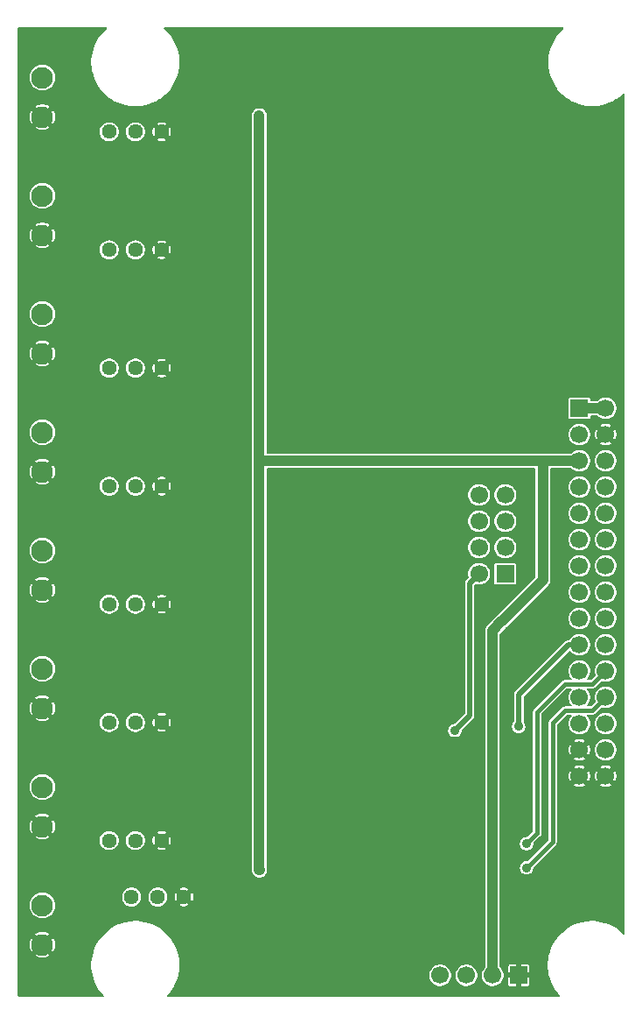
<source format=gbr>
%TF.GenerationSoftware,KiCad,Pcbnew,9.0.1*%
%TF.CreationDate,2025-04-04T11:50:33+11:00*%
%TF.ProjectId,v7_equip_analog,76375f65-7175-4697-905f-616e616c6f67,rev?*%
%TF.SameCoordinates,Original*%
%TF.FileFunction,Copper,L2,Bot*%
%TF.FilePolarity,Positive*%
%FSLAX46Y46*%
G04 Gerber Fmt 4.6, Leading zero omitted, Abs format (unit mm)*
G04 Created by KiCad (PCBNEW 9.0.1) date 2025-04-04 11:50:33*
%MOMM*%
%LPD*%
G01*
G04 APERTURE LIST*
%TA.AperFunction,ComponentPad*%
%ADD10R,1.700000X1.700000*%
%TD*%
%TA.AperFunction,ComponentPad*%
%ADD11C,1.700000*%
%TD*%
%TA.AperFunction,ComponentPad*%
%ADD12C,1.440000*%
%TD*%
%TA.AperFunction,ComponentPad*%
%ADD13C,2.100000*%
%TD*%
%TA.AperFunction,ViaPad*%
%ADD14C,0.889000*%
%TD*%
%TA.AperFunction,Conductor*%
%ADD15C,1.016000*%
%TD*%
%TA.AperFunction,Conductor*%
%ADD16C,0.508000*%
%TD*%
%TA.AperFunction,Conductor*%
%ADD17C,0.406400*%
%TD*%
G04 APERTURE END LIST*
D10*
%TO.P,J8,1,Pin_1*%
%TO.N,/GP21*%
X47802800Y-53441600D03*
D11*
%TO.P,J8,2,Pin_2*%
%TO.N,/CS!*%
X45262800Y-53441600D03*
%TO.P,J8,3,Pin_3*%
%TO.N,/GP20*%
X47802800Y-50901600D03*
%TO.P,J8,4,Pin_4*%
%TO.N,/CS!*%
X45262800Y-50901600D03*
%TO.P,J8,5,Pin_5*%
%TO.N,/GP19*%
X47802800Y-48361600D03*
%TO.P,J8,6,Pin_6*%
%TO.N,/CS!*%
X45262800Y-48361600D03*
%TO.P,J8,7,Pin_7*%
%TO.N,/GP18*%
X47802800Y-45821600D03*
%TO.P,J8,8,Pin_8*%
%TO.N,/CS!*%
X45262800Y-45821600D03*
%TD*%
D10*
%TO.P,J3,1,Pin_1*%
%TO.N,+5V*%
X54991000Y-37439600D03*
D11*
%TO.P,J3,2,Pin_2*%
X57531000Y-37439600D03*
%TO.P,J3,3,Pin_3*%
X54991000Y-39979600D03*
%TO.P,J3,4,Pin_4*%
%TO.N,GND*%
X57531000Y-39979600D03*
%TO.P,J3,5,Pin_5*%
%TO.N,+3V3*%
X54991000Y-42519600D03*
%TO.P,J3,6,Pin_6*%
%TO.N,/GP15*%
X57531000Y-42519600D03*
%TO.P,J3,7,Pin_7*%
%TO.N,/GP16*%
X54991000Y-45059600D03*
%TO.P,J3,8,Pin_8*%
%TO.N,/GP14*%
X57531000Y-45059600D03*
%TO.P,J3,9,Pin_9*%
%TO.N,/GP17*%
X54991000Y-47599600D03*
%TO.P,J3,10,Pin_10*%
%TO.N,/GP13*%
X57531000Y-47599600D03*
%TO.P,J3,11,Pin_11*%
%TO.N,/GP18*%
X54991000Y-50139600D03*
%TO.P,J3,12,Pin_12*%
%TO.N,/GP12*%
X57531000Y-50139600D03*
%TO.P,J3,13,Pin_13*%
%TO.N,/GP19*%
X54991000Y-52679600D03*
%TO.P,J3,14,Pin_14*%
%TO.N,/GP11*%
X57531000Y-52679600D03*
%TO.P,J3,15,Pin_15*%
%TO.N,/GP20*%
X54991000Y-55219600D03*
%TO.P,J3,16,Pin_16*%
%TO.N,/GP10*%
X57531000Y-55219600D03*
%TO.P,J3,17,Pin_17*%
%TO.N,/GP21*%
X54991000Y-57759600D03*
%TO.P,J3,18,Pin_18*%
%TO.N,/GP9*%
X57531000Y-57759600D03*
%TO.P,J3,19,Pin_19*%
%TO.N,/MOSI*%
X54991000Y-60299600D03*
%TO.P,J3,20,Pin_20*%
%TO.N,/GP8*%
X57531000Y-60299600D03*
%TO.P,J3,21,Pin_21*%
%TO.N,/SCK*%
X54991000Y-62839600D03*
%TO.P,J3,22,Pin_22*%
%TO.N,/GP7*%
X57531000Y-62839600D03*
%TO.P,J3,23,Pin_23*%
%TO.N,/GP1*%
X54991000Y-65379600D03*
%TO.P,J3,24,Pin_24*%
%TO.N,/GP6*%
X57531000Y-65379600D03*
%TO.P,J3,25,Pin_25*%
%TO.N,/MISO*%
X54991000Y-67919600D03*
%TO.P,J3,26,Pin_26*%
%TO.N,/GP5*%
X57531000Y-67919600D03*
%TO.P,J3,27,Pin_27*%
%TO.N,GND*%
X54991000Y-70459600D03*
%TO.P,J3,28,Pin_28*%
%TO.N,/GP4*%
X57531000Y-70459600D03*
%TO.P,J3,29,Pin_29*%
%TO.N,GND*%
X54991000Y-72999600D03*
%TO.P,J3,30,Pin_30*%
X57531000Y-72999600D03*
%TD*%
D10*
%TO.P,CON1,1,Pin_1*%
%TO.N,GND*%
X49123600Y-92252800D03*
D11*
%TO.P,CON1,2,Pin_2*%
%TO.N,+3V3*%
X46583600Y-92252800D03*
%TO.P,CON1,3,Pin_3*%
%TO.N,/GP6*%
X44043600Y-92252800D03*
%TO.P,CON1,4,Pin_4*%
%TO.N,/GP7*%
X41503600Y-92252800D03*
%TD*%
D12*
%TO.P,RV8,1,1*%
%TO.N,GND*%
X16713200Y-84683600D03*
%TO.P,RV8,2,2*%
%TO.N,/IN7*%
X14173200Y-84683600D03*
%TO.P,RV8,3,3*%
%TO.N,Net-(R11-Pad2)*%
X11633200Y-84683600D03*
%TD*%
%TO.P,RV2,1,1*%
%TO.N,GND*%
X14554200Y-22136100D03*
%TO.P,RV2,2,2*%
%TO.N,/IN1*%
X12014200Y-22136100D03*
%TO.P,RV2,3,3*%
%TO.N,Net-(R2-Pad2)*%
X9474200Y-22136100D03*
%TD*%
%TO.P,RV5,1,1*%
%TO.N,GND*%
X14554200Y-67805300D03*
%TO.P,RV5,2,2*%
%TO.N,/IN5*%
X12014200Y-67805300D03*
%TO.P,RV5,3,3*%
%TO.N,Net-(R5-Pad2)*%
X9474200Y-67805300D03*
%TD*%
%TO.P,RV4,1,1*%
%TO.N,GND*%
X14554200Y-33553400D03*
%TO.P,RV4,2,2*%
%TO.N,/IN2*%
X12014200Y-33553400D03*
%TO.P,RV4,3,3*%
%TO.N,Net-(R4-Pad2)*%
X9474200Y-33553400D03*
%TD*%
%TO.P,RV6,1,1*%
%TO.N,GND*%
X14554200Y-56388000D03*
%TO.P,RV6,2,2*%
%TO.N,/IN4*%
X12014200Y-56388000D03*
%TO.P,RV6,3,3*%
%TO.N,Net-(R6-Pad2)*%
X9474200Y-56388000D03*
%TD*%
%TO.P,RV7,1,1*%
%TO.N,GND*%
X14554200Y-79222600D03*
%TO.P,RV7,2,2*%
%TO.N,/IN6*%
X12014200Y-79222600D03*
%TO.P,RV7,3,3*%
%TO.N,Net-(R10-Pad2)*%
X9474200Y-79222600D03*
%TD*%
%TO.P,RV3,1,1*%
%TO.N,GND*%
X14554200Y-44970700D03*
%TO.P,RV3,2,2*%
%TO.N,/IN3*%
X12014200Y-44970700D03*
%TO.P,RV3,3,3*%
%TO.N,Net-(R3-Pad2)*%
X9474200Y-44970700D03*
%TD*%
%TO.P,RV1,1,1*%
%TO.N,GND*%
X14554200Y-10718800D03*
%TO.P,RV1,2,2*%
%TO.N,/IN0*%
X12014200Y-10718800D03*
%TO.P,RV1,3,3*%
%TO.N,Net-(R1-Pad2)*%
X9474200Y-10718800D03*
%TD*%
D13*
%TO.P,J1,1,Pin_1*%
%TO.N,GND*%
X3000000Y-9300000D03*
%TO.P,J1,2,Pin_2*%
%TO.N,/A0*%
X3000000Y-5490000D03*
%TD*%
%TO.P,J4,1,Pin_1*%
%TO.N,GND*%
X3000000Y-43585713D03*
%TO.P,J4,2,Pin_2*%
%TO.N,/A3*%
X3000000Y-39775713D03*
%TD*%
%TO.P,J5,1,Pin_1*%
%TO.N,GND*%
X3000000Y-32157142D03*
%TO.P,J5,2,Pin_2*%
%TO.N,/A2*%
X3000000Y-28347142D03*
%TD*%
%TO.P,J2,1,Pin_1*%
%TO.N,GND*%
X3000000Y-20728571D03*
%TO.P,J2,2,Pin_2*%
%TO.N,/A1*%
X3000000Y-16918571D03*
%TD*%
%TO.P,J10,1,Pin_1*%
%TO.N,GND*%
X3000000Y-89300000D03*
%TO.P,J10,2,Pin_2*%
%TO.N,/A7*%
X3000000Y-85490000D03*
%TD*%
%TO.P,J7,1,Pin_1*%
%TO.N,GND*%
X3000000Y-55014284D03*
%TO.P,J7,2,Pin_2*%
%TO.N,/A4*%
X3000000Y-51204284D03*
%TD*%
%TO.P,J6,1,Pin_1*%
%TO.N,GND*%
X3000000Y-66442855D03*
%TO.P,J6,2,Pin_2*%
%TO.N,/A5*%
X3000000Y-62632855D03*
%TD*%
%TO.P,J9,1,Pin_1*%
%TO.N,GND*%
X3000000Y-77871426D03*
%TO.P,J9,2,Pin_2*%
%TO.N,/A6*%
X3000000Y-74061426D03*
%TD*%
D14*
%TO.N,GND*%
X29565600Y-18999200D03*
X29413200Y-36982400D03*
X23977600Y-1422400D03*
X29514800Y-74523600D03*
X42926000Y-72771000D03*
X51536600Y-18973800D03*
X29514800Y-64820800D03*
X29540200Y-46075600D03*
X49123600Y-70612000D03*
X29565600Y-82042000D03*
X51866800Y-59994800D03*
X53035200Y-85902800D03*
X45974000Y-56159400D03*
X42799000Y-56108600D03*
X29438600Y-28067000D03*
X29540200Y-55219600D03*
X40690800Y-78663800D03*
X42875200Y-63550800D03*
X42189400Y-18932400D03*
%TO.N,+3V3*%
X24003000Y-64820800D03*
X23952200Y-28092400D03*
X24032300Y-82092800D03*
X23926800Y-55219600D03*
X47447200Y-58039000D03*
X24026100Y-74625200D03*
X23926800Y-19024600D03*
X23937500Y-37007800D03*
X46575000Y-78684000D03*
X24003000Y-46075600D03*
X24003000Y-9144000D03*
%TO.N,/MOSI*%
X49098200Y-68199000D03*
%TO.N,/GP7*%
X49860200Y-79526000D03*
%TO.N,/GP6*%
X49860200Y-81864200D03*
%TO.N,/CS!*%
X42926000Y-68580000D03*
%TD*%
D15*
%TO.N,+3V3*%
X46575000Y-78684000D02*
X46575000Y-92244200D01*
X47447200Y-58039000D02*
X47472600Y-58039000D01*
X51460400Y-42570400D02*
X51485800Y-42545000D01*
X51460400Y-54051200D02*
X51460400Y-42570400D01*
X47472600Y-58039000D02*
X51460400Y-54051200D01*
X46575000Y-78616000D02*
X46575000Y-58911200D01*
X46575000Y-58911200D02*
X47447200Y-58039000D01*
X24003000Y-9144000D02*
X24003000Y-82063500D01*
X24033400Y-42519600D02*
X54997400Y-42519600D01*
X46575000Y-92244200D02*
X46583600Y-92252800D01*
X24003000Y-82063500D02*
X24032300Y-82092800D01*
%TO.N,+5V*%
X57531000Y-37439600D02*
X54991000Y-37439600D01*
D16*
%TO.N,/MOSI*%
X49098200Y-68199000D02*
X49123600Y-68173600D01*
X53921600Y-60302200D02*
X55000000Y-60302200D01*
X49123600Y-68173600D02*
X49123600Y-65100200D01*
X49123600Y-65100200D02*
X53921600Y-60302200D01*
D17*
%TO.N,/GP7*%
X53568600Y-64109600D02*
X56261000Y-64109600D01*
X50901600Y-78484600D02*
X50901600Y-66776600D01*
X49860200Y-79526000D02*
X50901600Y-78484600D01*
X50901600Y-66776600D02*
X53568600Y-64109600D01*
X56261000Y-64109600D02*
X57531000Y-62839600D01*
%TO.N,/GP6*%
X49860200Y-81864200D02*
X52400200Y-79324200D01*
X52400200Y-79324200D02*
X52400200Y-67868800D01*
X52400200Y-67868800D02*
X53619400Y-66649600D01*
X56261000Y-66649600D02*
X57531000Y-65379600D01*
X53619400Y-66649600D02*
X56261000Y-66649600D01*
D16*
%TO.N,/CS!*%
X44373800Y-54330600D02*
X45262800Y-53441600D01*
X42926000Y-68580000D02*
X44373800Y-67132200D01*
X44373800Y-67132200D02*
X44373800Y-54330600D01*
%TD*%
%TA.AperFunction,Conductor*%
%TO.N,GND*%
G36*
X9196398Y-638265D02*
G01*
X9226462Y-690336D01*
X9216021Y-749550D01*
X9196398Y-772935D01*
X9118871Y-837988D01*
X9118866Y-837992D01*
X8855792Y-1101066D01*
X8855788Y-1101071D01*
X8616654Y-1386058D01*
X8616649Y-1386065D01*
X8403261Y-1690813D01*
X8217237Y-2013016D01*
X8217232Y-2013027D01*
X8060010Y-2350190D01*
X8060007Y-2350198D01*
X7932762Y-2699801D01*
X7836468Y-3059171D01*
X7771866Y-3425547D01*
X7771865Y-3425553D01*
X7771865Y-3425556D01*
X7739440Y-3796180D01*
X7739440Y-4168220D01*
X7771631Y-4536172D01*
X7771866Y-4538852D01*
X7824014Y-4834598D01*
X7836469Y-4905232D01*
X7932761Y-5264596D01*
X8050622Y-5588415D01*
X8060007Y-5614201D01*
X8060010Y-5614209D01*
X8217232Y-5951372D01*
X8217237Y-5951383D01*
X8403261Y-6273586D01*
X8573971Y-6517384D01*
X8616650Y-6578336D01*
X8855793Y-6863335D01*
X9118865Y-7126407D01*
X9403864Y-7365550D01*
X9510448Y-7440181D01*
X9708613Y-7578938D01*
X9708622Y-7578943D01*
X10030818Y-7764963D01*
X10368001Y-7922194D01*
X10717604Y-8049439D01*
X11076968Y-8145731D01*
X11443356Y-8210335D01*
X11813980Y-8242760D01*
X11813984Y-8242760D01*
X12186016Y-8242760D01*
X12186020Y-8242760D01*
X12556644Y-8210335D01*
X12923032Y-8145731D01*
X13282396Y-8049439D01*
X13631999Y-7922194D01*
X13969182Y-7764963D01*
X14291378Y-7578943D01*
X14291381Y-7578940D01*
X14291386Y-7578938D01*
X14382966Y-7514812D01*
X14596136Y-7365550D01*
X14881135Y-7126407D01*
X15144207Y-6863335D01*
X15383350Y-6578336D01*
X15574989Y-6304646D01*
X15596738Y-6273586D01*
X15596743Y-6273578D01*
X15782763Y-5951382D01*
X15939994Y-5614199D01*
X16067239Y-5264596D01*
X16163531Y-4905232D01*
X16228135Y-4538844D01*
X16260560Y-4168220D01*
X16260560Y-3796180D01*
X16228135Y-3425556D01*
X16163531Y-3059168D01*
X16067239Y-2699804D01*
X15939994Y-2350201D01*
X15782763Y-2013018D01*
X15596743Y-1690822D01*
X15596738Y-1690813D01*
X15457981Y-1492648D01*
X15383350Y-1386064D01*
X15144207Y-1101065D01*
X14881135Y-837993D01*
X14803601Y-772934D01*
X14773538Y-720863D01*
X14783980Y-661650D01*
X14830040Y-623001D01*
X14860103Y-617700D01*
X53375497Y-617700D01*
X53431998Y-638265D01*
X53462062Y-690336D01*
X53451621Y-749550D01*
X53431998Y-772935D01*
X53354471Y-837988D01*
X53354466Y-837992D01*
X53091392Y-1101066D01*
X53091388Y-1101071D01*
X52852254Y-1386058D01*
X52852249Y-1386065D01*
X52638861Y-1690813D01*
X52452837Y-2013016D01*
X52452832Y-2013027D01*
X52295610Y-2350190D01*
X52295607Y-2350198D01*
X52168362Y-2699801D01*
X52072068Y-3059171D01*
X52007466Y-3425547D01*
X52007465Y-3425553D01*
X52007465Y-3425556D01*
X51975040Y-3796180D01*
X51975040Y-4168220D01*
X52007231Y-4536172D01*
X52007466Y-4538852D01*
X52059614Y-4834598D01*
X52072069Y-4905232D01*
X52168361Y-5264596D01*
X52286222Y-5588415D01*
X52295607Y-5614201D01*
X52295610Y-5614209D01*
X52452832Y-5951372D01*
X52452837Y-5951383D01*
X52638861Y-6273586D01*
X52809571Y-6517384D01*
X52852250Y-6578336D01*
X53091393Y-6863335D01*
X53354465Y-7126407D01*
X53639464Y-7365550D01*
X53746048Y-7440181D01*
X53944213Y-7578938D01*
X53944222Y-7578943D01*
X54266418Y-7764963D01*
X54603601Y-7922194D01*
X54953204Y-8049439D01*
X55312568Y-8145731D01*
X55678956Y-8210335D01*
X56049580Y-8242760D01*
X56049584Y-8242760D01*
X56421616Y-8242760D01*
X56421620Y-8242760D01*
X56792244Y-8210335D01*
X57158632Y-8145731D01*
X57517996Y-8049439D01*
X57867599Y-7922194D01*
X58204782Y-7764963D01*
X58526978Y-7578943D01*
X58526981Y-7578940D01*
X58526986Y-7578938D01*
X58618566Y-7514812D01*
X58831736Y-7365550D01*
X59116735Y-7126407D01*
X59214446Y-7028695D01*
X59268939Y-7003285D01*
X59327017Y-7018848D01*
X59361505Y-7068101D01*
X59364500Y-7090851D01*
X59364500Y-88204348D01*
X59343935Y-88260849D01*
X59291864Y-88290913D01*
X59232650Y-88280472D01*
X59214446Y-88266503D01*
X59065945Y-88118003D01*
X59065935Y-88117993D01*
X58780936Y-87878850D01*
X58719984Y-87836171D01*
X58476186Y-87665461D01*
X58153983Y-87479437D01*
X58153972Y-87479432D01*
X57816809Y-87322210D01*
X57816801Y-87322207D01*
X57816799Y-87322206D01*
X57467196Y-87194961D01*
X57107832Y-87098669D01*
X57107831Y-87098668D01*
X57107828Y-87098668D01*
X56741452Y-87034066D01*
X56741447Y-87034065D01*
X56741444Y-87034065D01*
X56370820Y-87001640D01*
X55998780Y-87001640D01*
X55998779Y-87001640D01*
X55890729Y-87011093D01*
X55628156Y-87034065D01*
X55628153Y-87034065D01*
X55628147Y-87034066D01*
X55261771Y-87098668D01*
X55082086Y-87146815D01*
X54902404Y-87194961D01*
X54902401Y-87194961D01*
X54902401Y-87194962D01*
X54552798Y-87322207D01*
X54552790Y-87322210D01*
X54215627Y-87479432D01*
X54215616Y-87479437D01*
X53893413Y-87665461D01*
X53588665Y-87878849D01*
X53588658Y-87878854D01*
X53303671Y-88117988D01*
X53303666Y-88117992D01*
X53040592Y-88381066D01*
X53040588Y-88381071D01*
X52801454Y-88666058D01*
X52801449Y-88666065D01*
X52588061Y-88970813D01*
X52402037Y-89293016D01*
X52402032Y-89293027D01*
X52244810Y-89630190D01*
X52244807Y-89630198D01*
X52117562Y-89979801D01*
X52021268Y-90339171D01*
X51956666Y-90705547D01*
X51956665Y-90705553D01*
X51956665Y-90705556D01*
X51924240Y-91076180D01*
X51924240Y-91448220D01*
X51929151Y-91504359D01*
X51956666Y-91818852D01*
X52021268Y-92185226D01*
X52021269Y-92185232D01*
X52117561Y-92544596D01*
X52123098Y-92559807D01*
X52244807Y-92894201D01*
X52244810Y-92894209D01*
X52402032Y-93231372D01*
X52402037Y-93231383D01*
X52588061Y-93553586D01*
X52758771Y-93797384D01*
X52801450Y-93858336D01*
X53040593Y-94143335D01*
X53093904Y-94196646D01*
X53119315Y-94251139D01*
X53103752Y-94309217D01*
X53054499Y-94343705D01*
X53031749Y-94346700D01*
X15153051Y-94346700D01*
X15096550Y-94326135D01*
X15066486Y-94274064D01*
X15076927Y-94214850D01*
X15090892Y-94196649D01*
X15144207Y-94143335D01*
X15383350Y-93858336D01*
X15532612Y-93645166D01*
X15596738Y-93553586D01*
X15741241Y-93303300D01*
X15782763Y-93231382D01*
X15939994Y-92894199D01*
X16067239Y-92544596D01*
X16163531Y-92185232D01*
X16169860Y-92149336D01*
X40453100Y-92149336D01*
X40453100Y-92356263D01*
X40493467Y-92559211D01*
X40493469Y-92559216D01*
X40493470Y-92559220D01*
X40572659Y-92750398D01*
X40572660Y-92750400D01*
X40572661Y-92750401D01*
X40687619Y-92922450D01*
X40687620Y-92922451D01*
X40687623Y-92922455D01*
X40833945Y-93068777D01*
X41006002Y-93183741D01*
X41197180Y-93262930D01*
X41197185Y-93262931D01*
X41197188Y-93262932D01*
X41300032Y-93283388D01*
X41400135Y-93303300D01*
X41400137Y-93303300D01*
X41607063Y-93303300D01*
X41607065Y-93303300D01*
X41773054Y-93270283D01*
X41810011Y-93262932D01*
X41810012Y-93262931D01*
X41810020Y-93262930D01*
X42001198Y-93183741D01*
X42173255Y-93068777D01*
X42319577Y-92922455D01*
X42434541Y-92750398D01*
X42513730Y-92559220D01*
X42516639Y-92544598D01*
X42554100Y-92356263D01*
X42554100Y-92149336D01*
X42993100Y-92149336D01*
X42993100Y-92356263D01*
X43033467Y-92559211D01*
X43033469Y-92559216D01*
X43033470Y-92559220D01*
X43112659Y-92750398D01*
X43112660Y-92750400D01*
X43112661Y-92750401D01*
X43227619Y-92922450D01*
X43227620Y-92922451D01*
X43227623Y-92922455D01*
X43373945Y-93068777D01*
X43546002Y-93183741D01*
X43737180Y-93262930D01*
X43737185Y-93262931D01*
X43737188Y-93262932D01*
X43840032Y-93283388D01*
X43940135Y-93303300D01*
X43940137Y-93303300D01*
X44147063Y-93303300D01*
X44147065Y-93303300D01*
X44313054Y-93270283D01*
X44350011Y-93262932D01*
X44350012Y-93262931D01*
X44350020Y-93262930D01*
X44541198Y-93183741D01*
X44713255Y-93068777D01*
X44859577Y-92922455D01*
X44974541Y-92750398D01*
X45053730Y-92559220D01*
X45056639Y-92544598D01*
X45094100Y-92356263D01*
X45094100Y-92149336D01*
X45053732Y-91946388D01*
X45053731Y-91946385D01*
X45053730Y-91946380D01*
X44974541Y-91755202D01*
X44859577Y-91583145D01*
X44713255Y-91436823D01*
X44713251Y-91436820D01*
X44713250Y-91436819D01*
X44541201Y-91321861D01*
X44541200Y-91321860D01*
X44541198Y-91321859D01*
X44350020Y-91242670D01*
X44350016Y-91242669D01*
X44350011Y-91242667D01*
X44197284Y-91212289D01*
X44147065Y-91202300D01*
X43940135Y-91202300D01*
X43895444Y-91211189D01*
X43737188Y-91242667D01*
X43737183Y-91242669D01*
X43737181Y-91242669D01*
X43737180Y-91242670D01*
X43546002Y-91321859D01*
X43546000Y-91321859D01*
X43545998Y-91321861D01*
X43373949Y-91436819D01*
X43227619Y-91583149D01*
X43112661Y-91755198D01*
X43112659Y-91755200D01*
X43112659Y-91755202D01*
X43033713Y-91945793D01*
X43033469Y-91946383D01*
X43033467Y-91946388D01*
X42993100Y-92149336D01*
X42554100Y-92149336D01*
X42513732Y-91946388D01*
X42513731Y-91946385D01*
X42513730Y-91946380D01*
X42434541Y-91755202D01*
X42319577Y-91583145D01*
X42173255Y-91436823D01*
X42173251Y-91436820D01*
X42173250Y-91436819D01*
X42001201Y-91321861D01*
X42001200Y-91321860D01*
X42001198Y-91321859D01*
X41810020Y-91242670D01*
X41810016Y-91242669D01*
X41810011Y-91242667D01*
X41657284Y-91212289D01*
X41607065Y-91202300D01*
X41400135Y-91202300D01*
X41355444Y-91211189D01*
X41197188Y-91242667D01*
X41197183Y-91242669D01*
X41197181Y-91242669D01*
X41197180Y-91242670D01*
X41006002Y-91321859D01*
X41006000Y-91321859D01*
X41005998Y-91321861D01*
X40833949Y-91436819D01*
X40687619Y-91583149D01*
X40572661Y-91755198D01*
X40572659Y-91755200D01*
X40572659Y-91755202D01*
X40493713Y-91945793D01*
X40493469Y-91946383D01*
X40493467Y-91946388D01*
X40453100Y-92149336D01*
X16169860Y-92149336D01*
X16228135Y-91818844D01*
X16260560Y-91448220D01*
X16260560Y-91076180D01*
X16228135Y-90705556D01*
X16163531Y-90339168D01*
X16067239Y-89979804D01*
X15939994Y-89630201D01*
X15782763Y-89293018D01*
X15596743Y-88970822D01*
X15596738Y-88970813D01*
X15407112Y-88700000D01*
X15383350Y-88666064D01*
X15144207Y-88381065D01*
X14881135Y-88117993D01*
X14596136Y-87878850D01*
X14535184Y-87836171D01*
X14291386Y-87665461D01*
X13969183Y-87479437D01*
X13969172Y-87479432D01*
X13632009Y-87322210D01*
X13632001Y-87322207D01*
X13631999Y-87322206D01*
X13282396Y-87194961D01*
X12923032Y-87098669D01*
X12923031Y-87098668D01*
X12923028Y-87098668D01*
X12556652Y-87034066D01*
X12556647Y-87034065D01*
X12556644Y-87034065D01*
X12186020Y-87001640D01*
X11813980Y-87001640D01*
X11813979Y-87001640D01*
X11705929Y-87011093D01*
X11443356Y-87034065D01*
X11443353Y-87034065D01*
X11443347Y-87034066D01*
X11076971Y-87098668D01*
X10897286Y-87146815D01*
X10717604Y-87194961D01*
X10717601Y-87194961D01*
X10717601Y-87194962D01*
X10367998Y-87322207D01*
X10367990Y-87322210D01*
X10030827Y-87479432D01*
X10030816Y-87479437D01*
X9708613Y-87665461D01*
X9403865Y-87878849D01*
X9403858Y-87878854D01*
X9118871Y-88117988D01*
X9118866Y-88117992D01*
X8855792Y-88381066D01*
X8855788Y-88381071D01*
X8616654Y-88666058D01*
X8616649Y-88666065D01*
X8403261Y-88970813D01*
X8217237Y-89293016D01*
X8217232Y-89293027D01*
X8060010Y-89630190D01*
X8060007Y-89630198D01*
X7932762Y-89979801D01*
X7836468Y-90339171D01*
X7771866Y-90705547D01*
X7771865Y-90705553D01*
X7771865Y-90705556D01*
X7739440Y-91076180D01*
X7739440Y-91448220D01*
X7744351Y-91504359D01*
X7771866Y-91818852D01*
X7836468Y-92185226D01*
X7836469Y-92185232D01*
X7932761Y-92544596D01*
X7938298Y-92559807D01*
X8060007Y-92894201D01*
X8060010Y-92894209D01*
X8217232Y-93231372D01*
X8217237Y-93231383D01*
X8403261Y-93553586D01*
X8573971Y-93797384D01*
X8616650Y-93858336D01*
X8855793Y-94143335D01*
X8909104Y-94196646D01*
X8934515Y-94251139D01*
X8918952Y-94309217D01*
X8869699Y-94343705D01*
X8846949Y-94346700D01*
X723400Y-94346700D01*
X666899Y-94326135D01*
X636835Y-94274064D01*
X635500Y-94258800D01*
X635500Y-89203371D01*
X1772200Y-89203371D01*
X1772200Y-89396628D01*
X1802430Y-89587506D01*
X1862152Y-89771310D01*
X1949889Y-89943504D01*
X1949895Y-89943515D01*
X1972212Y-89974232D01*
X2435386Y-89511057D01*
X2440889Y-89531591D01*
X2519881Y-89668408D01*
X2631592Y-89780119D01*
X2768409Y-89859111D01*
X2788940Y-89864612D01*
X2325767Y-90327786D01*
X2356491Y-90350108D01*
X2356495Y-90350110D01*
X2528690Y-90437847D01*
X2528689Y-90437847D01*
X2712493Y-90497569D01*
X2903371Y-90527799D01*
X2903372Y-90527800D01*
X3096628Y-90527800D01*
X3096628Y-90527799D01*
X3287506Y-90497569D01*
X3471310Y-90437847D01*
X3471314Y-90437845D01*
X3643508Y-90350108D01*
X3674231Y-90327786D01*
X3211057Y-89864612D01*
X3231591Y-89859111D01*
X3368408Y-89780119D01*
X3480119Y-89668408D01*
X3559111Y-89531591D01*
X3564612Y-89511057D01*
X4027786Y-89974231D01*
X4050108Y-89943508D01*
X4137845Y-89771314D01*
X4137847Y-89771310D01*
X4197569Y-89587506D01*
X4227799Y-89396628D01*
X4227800Y-89396628D01*
X4227800Y-89203371D01*
X4197569Y-89012493D01*
X4137847Y-88828689D01*
X4050110Y-88656495D01*
X4050108Y-88656491D01*
X4027786Y-88625767D01*
X3564612Y-89088940D01*
X3559111Y-89068409D01*
X3480119Y-88931592D01*
X3368408Y-88819881D01*
X3231591Y-88740889D01*
X3211057Y-88735386D01*
X3674232Y-88272212D01*
X3643515Y-88249895D01*
X3643504Y-88249889D01*
X3471309Y-88162152D01*
X3471310Y-88162152D01*
X3287506Y-88102430D01*
X3096629Y-88072200D01*
X2903371Y-88072200D01*
X2712493Y-88102430D01*
X2528692Y-88162151D01*
X2356491Y-88249892D01*
X2356487Y-88249894D01*
X2325767Y-88272212D01*
X2325767Y-88272213D01*
X2788941Y-88735387D01*
X2768409Y-88740889D01*
X2631592Y-88819881D01*
X2519881Y-88931592D01*
X2440889Y-89068409D01*
X2435387Y-89088941D01*
X1972213Y-88625767D01*
X1972212Y-88625767D01*
X1949894Y-88656487D01*
X1949892Y-88656491D01*
X1862151Y-88828692D01*
X1802430Y-89012493D01*
X1772200Y-89203371D01*
X635500Y-89203371D01*
X635500Y-85391584D01*
X1749500Y-85391584D01*
X1749500Y-85588415D01*
X1780289Y-85782821D01*
X1780291Y-85782826D01*
X1841116Y-85970025D01*
X1930476Y-86145405D01*
X2046172Y-86304646D01*
X2185354Y-86443828D01*
X2344595Y-86559524D01*
X2519975Y-86648884D01*
X2707174Y-86709709D01*
X2707175Y-86709709D01*
X2707178Y-86709710D01*
X2753899Y-86717109D01*
X2901583Y-86740500D01*
X2901585Y-86740500D01*
X3098415Y-86740500D01*
X3098417Y-86740500D01*
X3266291Y-86713911D01*
X3292821Y-86709710D01*
X3292822Y-86709709D01*
X3292826Y-86709709D01*
X3480025Y-86648884D01*
X3655405Y-86559524D01*
X3814646Y-86443828D01*
X3953828Y-86304646D01*
X4069524Y-86145405D01*
X4158884Y-85970025D01*
X4219709Y-85782826D01*
X4250500Y-85588417D01*
X4250500Y-85391583D01*
X4241208Y-85332918D01*
X4219710Y-85197178D01*
X4191017Y-85108869D01*
X4158884Y-85009975D01*
X4069524Y-84834595D01*
X3953828Y-84675354D01*
X3871414Y-84592940D01*
X10712700Y-84592940D01*
X10712700Y-84774259D01*
X10748072Y-84952096D01*
X10748073Y-84952100D01*
X10772048Y-85009979D01*
X10817463Y-85119620D01*
X10918201Y-85270385D01*
X11046415Y-85398599D01*
X11197180Y-85499337D01*
X11312000Y-85546897D01*
X11364699Y-85568726D01*
X11364703Y-85568727D01*
X11428417Y-85581400D01*
X11542539Y-85604100D01*
X11542541Y-85604100D01*
X11723859Y-85604100D01*
X11723861Y-85604100D01*
X11841344Y-85580731D01*
X11901696Y-85568727D01*
X11901700Y-85568726D01*
X12069220Y-85499337D01*
X12219985Y-85398599D01*
X12348199Y-85270385D01*
X12448937Y-85119620D01*
X12518326Y-84952100D01*
X12553700Y-84774261D01*
X12553700Y-84592940D01*
X13252700Y-84592940D01*
X13252700Y-84774259D01*
X13288072Y-84952096D01*
X13288073Y-84952100D01*
X13312048Y-85009979D01*
X13357463Y-85119620D01*
X13458201Y-85270385D01*
X13586415Y-85398599D01*
X13737180Y-85499337D01*
X13852000Y-85546897D01*
X13904699Y-85568726D01*
X13904703Y-85568727D01*
X13968417Y-85581400D01*
X14082539Y-85604100D01*
X14082541Y-85604100D01*
X14263859Y-85604100D01*
X14263861Y-85604100D01*
X14381344Y-85580731D01*
X14441696Y-85568727D01*
X14441700Y-85568726D01*
X14609220Y-85499337D01*
X14759985Y-85398599D01*
X14888199Y-85270385D01*
X14988937Y-85119620D01*
X15058326Y-84952100D01*
X15093700Y-84774261D01*
X15093700Y-84595175D01*
X15815400Y-84595175D01*
X15815400Y-84772024D01*
X15849900Y-84945475D01*
X15849902Y-84945479D01*
X15917579Y-85108868D01*
X15924307Y-85118937D01*
X16313200Y-84730044D01*
X16313200Y-84736261D01*
X16340459Y-84837994D01*
X16393120Y-84929206D01*
X16467594Y-85003680D01*
X16558806Y-85056341D01*
X16660539Y-85083600D01*
X16666752Y-85083600D01*
X16277861Y-85472491D01*
X16287934Y-85479221D01*
X16451320Y-85546897D01*
X16451324Y-85546899D01*
X16624776Y-85581400D01*
X16801624Y-85581400D01*
X16975075Y-85546899D01*
X16975079Y-85546897D01*
X17138469Y-85479219D01*
X17148537Y-85472491D01*
X16759646Y-85083600D01*
X16765861Y-85083600D01*
X16867594Y-85056341D01*
X16958806Y-85003680D01*
X17033280Y-84929206D01*
X17085941Y-84837994D01*
X17113200Y-84736261D01*
X17113200Y-84730046D01*
X17502091Y-85118937D01*
X17508819Y-85108869D01*
X17576497Y-84945479D01*
X17576499Y-84945475D01*
X17611000Y-84772024D01*
X17611000Y-84595175D01*
X17576499Y-84421724D01*
X17576497Y-84421720D01*
X17508821Y-84258334D01*
X17502090Y-84248261D01*
X17113200Y-84637151D01*
X17113200Y-84630939D01*
X17085941Y-84529206D01*
X17033280Y-84437994D01*
X16958806Y-84363520D01*
X16867594Y-84310859D01*
X16765861Y-84283600D01*
X16759644Y-84283600D01*
X17148537Y-83894707D01*
X17138468Y-83887979D01*
X16975079Y-83820302D01*
X16975075Y-83820300D01*
X16801624Y-83785800D01*
X16624776Y-83785800D01*
X16451324Y-83820300D01*
X16451320Y-83820302D01*
X16287933Y-83887979D01*
X16277861Y-83894707D01*
X16666754Y-84283600D01*
X16660539Y-84283600D01*
X16558806Y-84310859D01*
X16467594Y-84363520D01*
X16393120Y-84437994D01*
X16340459Y-84529206D01*
X16313200Y-84630939D01*
X16313200Y-84637154D01*
X15924307Y-84248261D01*
X15917579Y-84258333D01*
X15849902Y-84421720D01*
X15849900Y-84421724D01*
X15815400Y-84595175D01*
X15093700Y-84595175D01*
X15093700Y-84592939D01*
X15059396Y-84420477D01*
X15058327Y-84415103D01*
X15058326Y-84415099D01*
X15036961Y-84363520D01*
X14988937Y-84247580D01*
X14888199Y-84096815D01*
X14759985Y-83968601D01*
X14609220Y-83867863D01*
X14547339Y-83842231D01*
X14441700Y-83798473D01*
X14441696Y-83798472D01*
X14308015Y-83771882D01*
X14263861Y-83763100D01*
X14082539Y-83763100D01*
X14043260Y-83770912D01*
X13904703Y-83798472D01*
X13904699Y-83798473D01*
X13737178Y-83867864D01*
X13586417Y-83968599D01*
X13458199Y-84096817D01*
X13357464Y-84247578D01*
X13288073Y-84415099D01*
X13288072Y-84415103D01*
X13252700Y-84592940D01*
X12553700Y-84592940D01*
X12553700Y-84592939D01*
X12519396Y-84420477D01*
X12518327Y-84415103D01*
X12518326Y-84415099D01*
X12496961Y-84363520D01*
X12448937Y-84247580D01*
X12348199Y-84096815D01*
X12219985Y-83968601D01*
X12069220Y-83867863D01*
X12007339Y-83842231D01*
X11901700Y-83798473D01*
X11901696Y-83798472D01*
X11768015Y-83771882D01*
X11723861Y-83763100D01*
X11542539Y-83763100D01*
X11503260Y-83770912D01*
X11364703Y-83798472D01*
X11364699Y-83798473D01*
X11197178Y-83867864D01*
X11046417Y-83968599D01*
X10918199Y-84096817D01*
X10817464Y-84247578D01*
X10748073Y-84415099D01*
X10748072Y-84415103D01*
X10712700Y-84592940D01*
X3871414Y-84592940D01*
X3814646Y-84536172D01*
X3769434Y-84503323D01*
X3655407Y-84420477D01*
X3655401Y-84420474D01*
X3644852Y-84415099D01*
X3480025Y-84331116D01*
X3480022Y-84331115D01*
X3480020Y-84331114D01*
X3292821Y-84270289D01*
X3120948Y-84243068D01*
X3098417Y-84239500D01*
X2901583Y-84239500D01*
X2881391Y-84242697D01*
X2707178Y-84270289D01*
X2519979Y-84331114D01*
X2344598Y-84420474D01*
X2344592Y-84420477D01*
X2185356Y-84536170D01*
X2185353Y-84536172D01*
X2046172Y-84675353D01*
X2046170Y-84675356D01*
X1930477Y-84834592D01*
X1930474Y-84834598D01*
X1841114Y-85009979D01*
X1780289Y-85197178D01*
X1749500Y-85391584D01*
X635500Y-85391584D01*
X635500Y-79131940D01*
X8553700Y-79131940D01*
X8553700Y-79313259D01*
X8589072Y-79491096D01*
X8589073Y-79491100D01*
X8624304Y-79576153D01*
X8658463Y-79658620D01*
X8759201Y-79809385D01*
X8887415Y-79937599D01*
X9038180Y-80038337D01*
X9153000Y-80085897D01*
X9205699Y-80107726D01*
X9205703Y-80107727D01*
X9269417Y-80120400D01*
X9383539Y-80143100D01*
X9383541Y-80143100D01*
X9564859Y-80143100D01*
X9564861Y-80143100D01*
X9682344Y-80119731D01*
X9742696Y-80107727D01*
X9742700Y-80107726D01*
X9767163Y-80097593D01*
X9910220Y-80038337D01*
X10060985Y-79937599D01*
X10189199Y-79809385D01*
X10289937Y-79658620D01*
X10359326Y-79491100D01*
X10394700Y-79313261D01*
X10394700Y-79131940D01*
X11093700Y-79131940D01*
X11093700Y-79313259D01*
X11129072Y-79491096D01*
X11129073Y-79491100D01*
X11164304Y-79576153D01*
X11198463Y-79658620D01*
X11299201Y-79809385D01*
X11427415Y-79937599D01*
X11578180Y-80038337D01*
X11693000Y-80085897D01*
X11745699Y-80107726D01*
X11745703Y-80107727D01*
X11809417Y-80120400D01*
X11923539Y-80143100D01*
X11923541Y-80143100D01*
X12104859Y-80143100D01*
X12104861Y-80143100D01*
X12222344Y-80119731D01*
X12282696Y-80107727D01*
X12282700Y-80107726D01*
X12307163Y-80097593D01*
X12450220Y-80038337D01*
X12600985Y-79937599D01*
X12729199Y-79809385D01*
X12829937Y-79658620D01*
X12899326Y-79491100D01*
X12934700Y-79313261D01*
X12934700Y-79134175D01*
X13656400Y-79134175D01*
X13656400Y-79311024D01*
X13690900Y-79484475D01*
X13690902Y-79484479D01*
X13758579Y-79647868D01*
X13765307Y-79657937D01*
X14154200Y-79269044D01*
X14154200Y-79275261D01*
X14181459Y-79376994D01*
X14234120Y-79468206D01*
X14308594Y-79542680D01*
X14399806Y-79595341D01*
X14501539Y-79622600D01*
X14507752Y-79622600D01*
X14118861Y-80011491D01*
X14128934Y-80018221D01*
X14292320Y-80085897D01*
X14292324Y-80085899D01*
X14465776Y-80120400D01*
X14642624Y-80120400D01*
X14816075Y-80085899D01*
X14816079Y-80085897D01*
X14979469Y-80018219D01*
X14989537Y-80011491D01*
X14600646Y-79622600D01*
X14606861Y-79622600D01*
X14708594Y-79595341D01*
X14799806Y-79542680D01*
X14874280Y-79468206D01*
X14926941Y-79376994D01*
X14954200Y-79275261D01*
X14954200Y-79269046D01*
X15343091Y-79657937D01*
X15349819Y-79647869D01*
X15417497Y-79484479D01*
X15417499Y-79484475D01*
X15452000Y-79311024D01*
X15452000Y-79134175D01*
X15417499Y-78960724D01*
X15417497Y-78960720D01*
X15349821Y-78797334D01*
X15343090Y-78787261D01*
X14954200Y-79176151D01*
X14954200Y-79169939D01*
X14926941Y-79068206D01*
X14874280Y-78976994D01*
X14799806Y-78902520D01*
X14708594Y-78849859D01*
X14606861Y-78822600D01*
X14600644Y-78822600D01*
X14989537Y-78433707D01*
X14979468Y-78426979D01*
X14816079Y-78359302D01*
X14816075Y-78359300D01*
X14642624Y-78324800D01*
X14465776Y-78324800D01*
X14292324Y-78359300D01*
X14292320Y-78359302D01*
X14128933Y-78426979D01*
X14118861Y-78433707D01*
X14507754Y-78822600D01*
X14501539Y-78822600D01*
X14399806Y-78849859D01*
X14308594Y-78902520D01*
X14234120Y-78976994D01*
X14181459Y-79068206D01*
X14154200Y-79169939D01*
X14154200Y-79176154D01*
X13765307Y-78787261D01*
X13758579Y-78797333D01*
X13690902Y-78960720D01*
X13690900Y-78960724D01*
X13656400Y-79134175D01*
X12934700Y-79134175D01*
X12934700Y-79131939D01*
X12913428Y-79024994D01*
X12899327Y-78954103D01*
X12899326Y-78954099D01*
X12869047Y-78881000D01*
X12829937Y-78786580D01*
X12729199Y-78635815D01*
X12600985Y-78507601D01*
X12450220Y-78406863D01*
X12388339Y-78381231D01*
X12282700Y-78337473D01*
X12282696Y-78337472D01*
X12149015Y-78310882D01*
X12104861Y-78302100D01*
X11923539Y-78302100D01*
X11884260Y-78309912D01*
X11745703Y-78337472D01*
X11745699Y-78337473D01*
X11578178Y-78406864D01*
X11427417Y-78507599D01*
X11299199Y-78635817D01*
X11198464Y-78786578D01*
X11129073Y-78954099D01*
X11129072Y-78954103D01*
X11093700Y-79131940D01*
X10394700Y-79131940D01*
X10394700Y-79131939D01*
X10373428Y-79024994D01*
X10359327Y-78954103D01*
X10359326Y-78954099D01*
X10329047Y-78881000D01*
X10289937Y-78786580D01*
X10189199Y-78635815D01*
X10060985Y-78507601D01*
X9910220Y-78406863D01*
X9848339Y-78381231D01*
X9742700Y-78337473D01*
X9742696Y-78337472D01*
X9609015Y-78310882D01*
X9564861Y-78302100D01*
X9383539Y-78302100D01*
X9344260Y-78309912D01*
X9205703Y-78337472D01*
X9205699Y-78337473D01*
X9038178Y-78406864D01*
X8887417Y-78507599D01*
X8759199Y-78635817D01*
X8658464Y-78786578D01*
X8589073Y-78954099D01*
X8589072Y-78954103D01*
X8553700Y-79131940D01*
X635500Y-79131940D01*
X635500Y-77774797D01*
X1772200Y-77774797D01*
X1772200Y-77968054D01*
X1802430Y-78158932D01*
X1862152Y-78342736D01*
X1949889Y-78514930D01*
X1949895Y-78514941D01*
X1972212Y-78545658D01*
X2435386Y-78082483D01*
X2440889Y-78103017D01*
X2519881Y-78239834D01*
X2631592Y-78351545D01*
X2768409Y-78430537D01*
X2788940Y-78436038D01*
X2325767Y-78899212D01*
X2356491Y-78921534D01*
X2356495Y-78921536D01*
X2528690Y-79009273D01*
X2528689Y-79009273D01*
X2712493Y-79068995D01*
X2903371Y-79099225D01*
X2903372Y-79099226D01*
X3096628Y-79099226D01*
X3096628Y-79099225D01*
X3287506Y-79068995D01*
X3364363Y-79044023D01*
X3471310Y-79009273D01*
X3471314Y-79009271D01*
X3643508Y-78921534D01*
X3674231Y-78899212D01*
X3211057Y-78436038D01*
X3231591Y-78430537D01*
X3368408Y-78351545D01*
X3480119Y-78239834D01*
X3559111Y-78103017D01*
X3564612Y-78082483D01*
X4027786Y-78545657D01*
X4050108Y-78514934D01*
X4137845Y-78342740D01*
X4137847Y-78342736D01*
X4197569Y-78158932D01*
X4227799Y-77968054D01*
X4227800Y-77968054D01*
X4227800Y-77774797D01*
X4197569Y-77583919D01*
X4137847Y-77400115D01*
X4050110Y-77227921D01*
X4050108Y-77227917D01*
X4027786Y-77197193D01*
X3564612Y-77660366D01*
X3559111Y-77639835D01*
X3480119Y-77503018D01*
X3368408Y-77391307D01*
X3231591Y-77312315D01*
X3211057Y-77306812D01*
X3674232Y-76843638D01*
X3643515Y-76821321D01*
X3643504Y-76821315D01*
X3471309Y-76733578D01*
X3471310Y-76733578D01*
X3287506Y-76673856D01*
X3096629Y-76643626D01*
X2903371Y-76643626D01*
X2712493Y-76673856D01*
X2528692Y-76733577D01*
X2356491Y-76821318D01*
X2356487Y-76821320D01*
X2325767Y-76843638D01*
X2325767Y-76843639D01*
X2788941Y-77306813D01*
X2768409Y-77312315D01*
X2631592Y-77391307D01*
X2519881Y-77503018D01*
X2440889Y-77639835D01*
X2435387Y-77660367D01*
X1972213Y-77197193D01*
X1972212Y-77197193D01*
X1949894Y-77227913D01*
X1949892Y-77227917D01*
X1862151Y-77400118D01*
X1802430Y-77583919D01*
X1772200Y-77774797D01*
X635500Y-77774797D01*
X635500Y-73963010D01*
X1749500Y-73963010D01*
X1749500Y-74159841D01*
X1780289Y-74354247D01*
X1780291Y-74354252D01*
X1841116Y-74541451D01*
X1930476Y-74716831D01*
X2046172Y-74876072D01*
X2185354Y-75015254D01*
X2344595Y-75130950D01*
X2519975Y-75220310D01*
X2707174Y-75281135D01*
X2707175Y-75281135D01*
X2707178Y-75281136D01*
X2753899Y-75288535D01*
X2901583Y-75311926D01*
X2901585Y-75311926D01*
X3098415Y-75311926D01*
X3098417Y-75311926D01*
X3266291Y-75285337D01*
X3292821Y-75281136D01*
X3292822Y-75281135D01*
X3292826Y-75281135D01*
X3480025Y-75220310D01*
X3655405Y-75130950D01*
X3814646Y-75015254D01*
X3953828Y-74876072D01*
X4069524Y-74716831D01*
X4158884Y-74541451D01*
X4219709Y-74354252D01*
X4250500Y-74159843D01*
X4250500Y-73963009D01*
X4219709Y-73768600D01*
X4158884Y-73581401D01*
X4069524Y-73406021D01*
X3953828Y-73246780D01*
X3814646Y-73107598D01*
X3756602Y-73065426D01*
X3655407Y-72991903D01*
X3655401Y-72991900D01*
X3480025Y-72902542D01*
X3480022Y-72902541D01*
X3480020Y-72902540D01*
X3292821Y-72841715D01*
X3120948Y-72814494D01*
X3098417Y-72810926D01*
X2901583Y-72810926D01*
X2881391Y-72814123D01*
X2707178Y-72841715D01*
X2519979Y-72902540D01*
X2344598Y-72991900D01*
X2344592Y-72991903D01*
X2185356Y-73107596D01*
X2185353Y-73107598D01*
X2046172Y-73246779D01*
X2046170Y-73246782D01*
X1930477Y-73406018D01*
X1930474Y-73406024D01*
X1841114Y-73581405D01*
X1780289Y-73768604D01*
X1749500Y-73963010D01*
X635500Y-73963010D01*
X635500Y-67714639D01*
X8553700Y-67714639D01*
X8553700Y-67895961D01*
X8558869Y-67921948D01*
X8589072Y-68073796D01*
X8589073Y-68073800D01*
X8614620Y-68135474D01*
X8658463Y-68241320D01*
X8759201Y-68392085D01*
X8887415Y-68520299D01*
X9038180Y-68621037D01*
X9153000Y-68668597D01*
X9205699Y-68690426D01*
X9205703Y-68690427D01*
X9269417Y-68703100D01*
X9383539Y-68725800D01*
X9383541Y-68725800D01*
X9564859Y-68725800D01*
X9564861Y-68725800D01*
X9694548Y-68700004D01*
X9742696Y-68690427D01*
X9742700Y-68690426D01*
X9910220Y-68621037D01*
X10060985Y-68520299D01*
X10189199Y-68392085D01*
X10289937Y-68241320D01*
X10359326Y-68073800D01*
X10394700Y-67895961D01*
X10394700Y-67714639D01*
X11093700Y-67714639D01*
X11093700Y-67895961D01*
X11098869Y-67921948D01*
X11129072Y-68073796D01*
X11129073Y-68073800D01*
X11154620Y-68135474D01*
X11198463Y-68241320D01*
X11299201Y-68392085D01*
X11427415Y-68520299D01*
X11578180Y-68621037D01*
X11693000Y-68668597D01*
X11745699Y-68690426D01*
X11745703Y-68690427D01*
X11809417Y-68703100D01*
X11923539Y-68725800D01*
X11923541Y-68725800D01*
X12104859Y-68725800D01*
X12104861Y-68725800D01*
X12234548Y-68700004D01*
X12282696Y-68690427D01*
X12282700Y-68690426D01*
X12450220Y-68621037D01*
X12600985Y-68520299D01*
X12729199Y-68392085D01*
X12829937Y-68241320D01*
X12899326Y-68073800D01*
X12934700Y-67895961D01*
X12934700Y-67716875D01*
X13656400Y-67716875D01*
X13656400Y-67893724D01*
X13690900Y-68067175D01*
X13690902Y-68067179D01*
X13758579Y-68230568D01*
X13765307Y-68240637D01*
X14154200Y-67851744D01*
X14154200Y-67857961D01*
X14181459Y-67959694D01*
X14234120Y-68050906D01*
X14308594Y-68125380D01*
X14399806Y-68178041D01*
X14501539Y-68205300D01*
X14507752Y-68205300D01*
X14118861Y-68594191D01*
X14128934Y-68600921D01*
X14292320Y-68668597D01*
X14292324Y-68668599D01*
X14465776Y-68703100D01*
X14642624Y-68703100D01*
X14816075Y-68668599D01*
X14816079Y-68668597D01*
X14979469Y-68600919D01*
X14989537Y-68594191D01*
X14600646Y-68205300D01*
X14606861Y-68205300D01*
X14708594Y-68178041D01*
X14799806Y-68125380D01*
X14874280Y-68050906D01*
X14926941Y-67959694D01*
X14954200Y-67857961D01*
X14954200Y-67851746D01*
X15343091Y-68240637D01*
X15349819Y-68230569D01*
X15417497Y-68067179D01*
X15417499Y-68067175D01*
X15452000Y-67893724D01*
X15452000Y-67716875D01*
X15417499Y-67543424D01*
X15417497Y-67543420D01*
X15349821Y-67380034D01*
X15343090Y-67369961D01*
X14954200Y-67758851D01*
X14954200Y-67752639D01*
X14926941Y-67650906D01*
X14874280Y-67559694D01*
X14799806Y-67485220D01*
X14708594Y-67432559D01*
X14606861Y-67405300D01*
X14600644Y-67405300D01*
X14989537Y-67016407D01*
X14979468Y-67009679D01*
X14816079Y-66942002D01*
X14816075Y-66942000D01*
X14642624Y-66907500D01*
X14465776Y-66907500D01*
X14292324Y-66942000D01*
X14292320Y-66942002D01*
X14128933Y-67009679D01*
X14118861Y-67016407D01*
X14507754Y-67405300D01*
X14501539Y-67405300D01*
X14399806Y-67432559D01*
X14308594Y-67485220D01*
X14234120Y-67559694D01*
X14181459Y-67650906D01*
X14154200Y-67752639D01*
X14154200Y-67758854D01*
X13765307Y-67369961D01*
X13758579Y-67380033D01*
X13690902Y-67543420D01*
X13690900Y-67543424D01*
X13656400Y-67716875D01*
X12934700Y-67716875D01*
X12934700Y-67714639D01*
X12916058Y-67620920D01*
X12899327Y-67536803D01*
X12899326Y-67536799D01*
X12864095Y-67451745D01*
X12829937Y-67369280D01*
X12729199Y-67218515D01*
X12600985Y-67090301D01*
X12450220Y-66989563D01*
X12388339Y-66963931D01*
X12282700Y-66920173D01*
X12282696Y-66920172D01*
X12149015Y-66893582D01*
X12104861Y-66884800D01*
X11923539Y-66884800D01*
X11896165Y-66890245D01*
X11745703Y-66920172D01*
X11745699Y-66920173D01*
X11600717Y-66980228D01*
X11580363Y-66988659D01*
X11578178Y-66989564D01*
X11427417Y-67090299D01*
X11299199Y-67218517D01*
X11198464Y-67369278D01*
X11129073Y-67536799D01*
X11129072Y-67536803D01*
X11112341Y-67620922D01*
X11093700Y-67714639D01*
X10394700Y-67714639D01*
X10376058Y-67620920D01*
X10359327Y-67536803D01*
X10359326Y-67536799D01*
X10324095Y-67451745D01*
X10289937Y-67369280D01*
X10189199Y-67218515D01*
X10060985Y-67090301D01*
X9910220Y-66989563D01*
X9848339Y-66963931D01*
X9742700Y-66920173D01*
X9742696Y-66920172D01*
X9609015Y-66893582D01*
X9564861Y-66884800D01*
X9383539Y-66884800D01*
X9356165Y-66890245D01*
X9205703Y-66920172D01*
X9205699Y-66920173D01*
X9060717Y-66980228D01*
X9040363Y-66988659D01*
X9038178Y-66989564D01*
X8887417Y-67090299D01*
X8759199Y-67218517D01*
X8658464Y-67369278D01*
X8589073Y-67536799D01*
X8589072Y-67536803D01*
X8572341Y-67620922D01*
X8553700Y-67714639D01*
X635500Y-67714639D01*
X635500Y-66346226D01*
X1772200Y-66346226D01*
X1772200Y-66539483D01*
X1802430Y-66730361D01*
X1862152Y-66914165D01*
X1949889Y-67086359D01*
X1949895Y-67086370D01*
X1972212Y-67117087D01*
X2435386Y-66653912D01*
X2440889Y-66674446D01*
X2519881Y-66811263D01*
X2631592Y-66922974D01*
X2768409Y-67001966D01*
X2788940Y-67007467D01*
X2325767Y-67470641D01*
X2356491Y-67492963D01*
X2356495Y-67492965D01*
X2528690Y-67580702D01*
X2528689Y-67580702D01*
X2712493Y-67640424D01*
X2903371Y-67670654D01*
X2903372Y-67670655D01*
X3096628Y-67670655D01*
X3096628Y-67670654D01*
X3287506Y-67640424D01*
X3329674Y-67626723D01*
X3471310Y-67580702D01*
X3471314Y-67580700D01*
X3643508Y-67492963D01*
X3674231Y-67470641D01*
X3211057Y-67007467D01*
X3231591Y-67001966D01*
X3368408Y-66922974D01*
X3480119Y-66811263D01*
X3559111Y-66674446D01*
X3564612Y-66653912D01*
X4027786Y-67117086D01*
X4050108Y-67086363D01*
X4137845Y-66914169D01*
X4137847Y-66914165D01*
X4197569Y-66730361D01*
X4227799Y-66539483D01*
X4227800Y-66539483D01*
X4227800Y-66346226D01*
X4197569Y-66155348D01*
X4137847Y-65971544D01*
X4050110Y-65799350D01*
X4050108Y-65799346D01*
X4027786Y-65768622D01*
X3564612Y-66231795D01*
X3559111Y-66211264D01*
X3480119Y-66074447D01*
X3368408Y-65962736D01*
X3231591Y-65883744D01*
X3211057Y-65878241D01*
X3674232Y-65415067D01*
X3643515Y-65392750D01*
X3643504Y-65392744D01*
X3471309Y-65305007D01*
X3471310Y-65305007D01*
X3287506Y-65245285D01*
X3096629Y-65215055D01*
X2903371Y-65215055D01*
X2712493Y-65245285D01*
X2528692Y-65305006D01*
X2356491Y-65392747D01*
X2356487Y-65392749D01*
X2325767Y-65415067D01*
X2325767Y-65415068D01*
X2788941Y-65878242D01*
X2768409Y-65883744D01*
X2631592Y-65962736D01*
X2519881Y-66074447D01*
X2440889Y-66211264D01*
X2435387Y-66231796D01*
X1972213Y-65768622D01*
X1972212Y-65768622D01*
X1949894Y-65799342D01*
X1949892Y-65799346D01*
X1862151Y-65971547D01*
X1802430Y-66155348D01*
X1772200Y-66346226D01*
X635500Y-66346226D01*
X635500Y-62534438D01*
X1749500Y-62534438D01*
X1749500Y-62731272D01*
X1755895Y-62771654D01*
X1780289Y-62925676D01*
X1785939Y-62943063D01*
X1841116Y-63112880D01*
X1905844Y-63239917D01*
X1930474Y-63288256D01*
X1930477Y-63288262D01*
X1966034Y-63337201D01*
X2046172Y-63447501D01*
X2185354Y-63586683D01*
X2344595Y-63702379D01*
X2519975Y-63791739D01*
X2707174Y-63852564D01*
X2707175Y-63852564D01*
X2707178Y-63852565D01*
X2753899Y-63859964D01*
X2901583Y-63883355D01*
X2901585Y-63883355D01*
X3098415Y-63883355D01*
X3098417Y-63883355D01*
X3266291Y-63856766D01*
X3292821Y-63852565D01*
X3292822Y-63852564D01*
X3292826Y-63852564D01*
X3480025Y-63791739D01*
X3655405Y-63702379D01*
X3814646Y-63586683D01*
X3953828Y-63447501D01*
X4069524Y-63288260D01*
X4158884Y-63112880D01*
X4219709Y-62925681D01*
X4250500Y-62731272D01*
X4250500Y-62534438D01*
X4241208Y-62475773D01*
X4219710Y-62340033D01*
X4158885Y-62152834D01*
X4158884Y-62152830D01*
X4069524Y-61977450D01*
X3953828Y-61818209D01*
X3814646Y-61679027D01*
X3769434Y-61646178D01*
X3655407Y-61563332D01*
X3655401Y-61563329D01*
X3480025Y-61473971D01*
X3480022Y-61473970D01*
X3480020Y-61473969D01*
X3292821Y-61413144D01*
X3120948Y-61385923D01*
X3098417Y-61382355D01*
X2901583Y-61382355D01*
X2881391Y-61385552D01*
X2707178Y-61413144D01*
X2519979Y-61473969D01*
X2344598Y-61563329D01*
X2344592Y-61563332D01*
X2185356Y-61679025D01*
X2185353Y-61679027D01*
X2046172Y-61818208D01*
X2046170Y-61818211D01*
X1930477Y-61977447D01*
X1930474Y-61977453D01*
X1841114Y-62152834D01*
X1780289Y-62340033D01*
X1752697Y-62514246D01*
X1749500Y-62534438D01*
X635500Y-62534438D01*
X635500Y-56297340D01*
X8553700Y-56297340D01*
X8553700Y-56478659D01*
X8589072Y-56656496D01*
X8589073Y-56656500D01*
X8624304Y-56741553D01*
X8658463Y-56824020D01*
X8759201Y-56974785D01*
X8887415Y-57102999D01*
X9038180Y-57203737D01*
X9153000Y-57251297D01*
X9205699Y-57273126D01*
X9205703Y-57273127D01*
X9269417Y-57285800D01*
X9383539Y-57308500D01*
X9383541Y-57308500D01*
X9564859Y-57308500D01*
X9564861Y-57308500D01*
X9682344Y-57285131D01*
X9742696Y-57273127D01*
X9742700Y-57273126D01*
X9910220Y-57203737D01*
X10060985Y-57102999D01*
X10189199Y-56974785D01*
X10289937Y-56824020D01*
X10359326Y-56656500D01*
X10394700Y-56478661D01*
X10394700Y-56297340D01*
X11093700Y-56297340D01*
X11093700Y-56478659D01*
X11129072Y-56656496D01*
X11129073Y-56656500D01*
X11164304Y-56741553D01*
X11198463Y-56824020D01*
X11299201Y-56974785D01*
X11427415Y-57102999D01*
X11578180Y-57203737D01*
X11693000Y-57251297D01*
X11745699Y-57273126D01*
X11745703Y-57273127D01*
X11809417Y-57285800D01*
X11923539Y-57308500D01*
X11923541Y-57308500D01*
X12104859Y-57308500D01*
X12104861Y-57308500D01*
X12222344Y-57285131D01*
X12282696Y-57273127D01*
X12282700Y-57273126D01*
X12450220Y-57203737D01*
X12600985Y-57102999D01*
X12729199Y-56974785D01*
X12829937Y-56824020D01*
X12899326Y-56656500D01*
X12934700Y-56478661D01*
X12934700Y-56299575D01*
X13656400Y-56299575D01*
X13656400Y-56476424D01*
X13690900Y-56649875D01*
X13690902Y-56649879D01*
X13758579Y-56813268D01*
X13765307Y-56823337D01*
X14154200Y-56434444D01*
X14154200Y-56440661D01*
X14181459Y-56542394D01*
X14234120Y-56633606D01*
X14308594Y-56708080D01*
X14399806Y-56760741D01*
X14501539Y-56788000D01*
X14507752Y-56788000D01*
X14118861Y-57176891D01*
X14128934Y-57183621D01*
X14292320Y-57251297D01*
X14292324Y-57251299D01*
X14465776Y-57285800D01*
X14642624Y-57285800D01*
X14816075Y-57251299D01*
X14816079Y-57251297D01*
X14979469Y-57183619D01*
X14989537Y-57176891D01*
X14600646Y-56788000D01*
X14606861Y-56788000D01*
X14708594Y-56760741D01*
X14799806Y-56708080D01*
X14874280Y-56633606D01*
X14926941Y-56542394D01*
X14954200Y-56440661D01*
X14954200Y-56434446D01*
X15343091Y-56823337D01*
X15349819Y-56813269D01*
X15417497Y-56649879D01*
X15417499Y-56649875D01*
X15452000Y-56476424D01*
X15452000Y-56299575D01*
X15417499Y-56126124D01*
X15417497Y-56126120D01*
X15349821Y-55962734D01*
X15343090Y-55952661D01*
X14954200Y-56341551D01*
X14954200Y-56335339D01*
X14926941Y-56233606D01*
X14874280Y-56142394D01*
X14799806Y-56067920D01*
X14708594Y-56015259D01*
X14606861Y-55988000D01*
X14600644Y-55988000D01*
X14989537Y-55599107D01*
X14979468Y-55592379D01*
X14816079Y-55524702D01*
X14816075Y-55524700D01*
X14642624Y-55490200D01*
X14465776Y-55490200D01*
X14292324Y-55524700D01*
X14292320Y-55524702D01*
X14128933Y-55592379D01*
X14118861Y-55599107D01*
X14507754Y-55988000D01*
X14501539Y-55988000D01*
X14399806Y-56015259D01*
X14308594Y-56067920D01*
X14234120Y-56142394D01*
X14181459Y-56233606D01*
X14154200Y-56335339D01*
X14154200Y-56341554D01*
X13765307Y-55952661D01*
X13758579Y-55962733D01*
X13690902Y-56126120D01*
X13690900Y-56126124D01*
X13656400Y-56299575D01*
X12934700Y-56299575D01*
X12934700Y-56297339D01*
X12905817Y-56152131D01*
X12899327Y-56119503D01*
X12899326Y-56119499D01*
X12876500Y-56064394D01*
X12829937Y-55951980D01*
X12729199Y-55801215D01*
X12600985Y-55673001D01*
X12450220Y-55572263D01*
X12388339Y-55546631D01*
X12282700Y-55502873D01*
X12282696Y-55502872D01*
X12149015Y-55476282D01*
X12104861Y-55467500D01*
X11923539Y-55467500D01*
X11884260Y-55475312D01*
X11745703Y-55502872D01*
X11745699Y-55502873D01*
X11578178Y-55572264D01*
X11427417Y-55672999D01*
X11299199Y-55801217D01*
X11198464Y-55951978D01*
X11129073Y-56119499D01*
X11129072Y-56119503D01*
X11093700Y-56297340D01*
X10394700Y-56297340D01*
X10394700Y-56297339D01*
X10365817Y-56152131D01*
X10359327Y-56119503D01*
X10359326Y-56119499D01*
X10336500Y-56064394D01*
X10289937Y-55951980D01*
X10189199Y-55801215D01*
X10060985Y-55673001D01*
X9910220Y-55572263D01*
X9848339Y-55546631D01*
X9742700Y-55502873D01*
X9742696Y-55502872D01*
X9609015Y-55476282D01*
X9564861Y-55467500D01*
X9383539Y-55467500D01*
X9344260Y-55475312D01*
X9205703Y-55502872D01*
X9205699Y-55502873D01*
X9038178Y-55572264D01*
X8887417Y-55672999D01*
X8759199Y-55801217D01*
X8658464Y-55951978D01*
X8589073Y-56119499D01*
X8589072Y-56119503D01*
X8553700Y-56297340D01*
X635500Y-56297340D01*
X635500Y-54917655D01*
X1772200Y-54917655D01*
X1772200Y-55110912D01*
X1802430Y-55301790D01*
X1862152Y-55485594D01*
X1949889Y-55657788D01*
X1949895Y-55657799D01*
X1972212Y-55688516D01*
X2435386Y-55225341D01*
X2440889Y-55245875D01*
X2519881Y-55382692D01*
X2631592Y-55494403D01*
X2768409Y-55573395D01*
X2788940Y-55578896D01*
X2325767Y-56042070D01*
X2356491Y-56064392D01*
X2356495Y-56064394D01*
X2528690Y-56152131D01*
X2528689Y-56152131D01*
X2712493Y-56211853D01*
X2903371Y-56242083D01*
X2903372Y-56242084D01*
X3096628Y-56242084D01*
X3096628Y-56242083D01*
X3287508Y-56211852D01*
X3294969Y-56209428D01*
X3294986Y-56209423D01*
X3471310Y-56152131D01*
X3471314Y-56152129D01*
X3643508Y-56064392D01*
X3674231Y-56042070D01*
X3211057Y-55578896D01*
X3231591Y-55573395D01*
X3368408Y-55494403D01*
X3480119Y-55382692D01*
X3559111Y-55245875D01*
X3564612Y-55225341D01*
X4027786Y-55688515D01*
X4050108Y-55657792D01*
X4137845Y-55485598D01*
X4137847Y-55485594D01*
X4197569Y-55301790D01*
X4227799Y-55110912D01*
X4227800Y-55110912D01*
X4227800Y-54917655D01*
X4197569Y-54726777D01*
X4137847Y-54542973D01*
X4050110Y-54370779D01*
X4050108Y-54370775D01*
X4027786Y-54340051D01*
X3564612Y-54803224D01*
X3559111Y-54782693D01*
X3480119Y-54645876D01*
X3368408Y-54534165D01*
X3231591Y-54455173D01*
X3211057Y-54449670D01*
X3674232Y-53986496D01*
X3643515Y-53964179D01*
X3643504Y-53964173D01*
X3471309Y-53876436D01*
X3471310Y-53876436D01*
X3287506Y-53816714D01*
X3096629Y-53786484D01*
X2903371Y-53786484D01*
X2712493Y-53816714D01*
X2528692Y-53876435D01*
X2356491Y-53964176D01*
X2356487Y-53964178D01*
X2325767Y-53986496D01*
X2325767Y-53986497D01*
X2788941Y-54449671D01*
X2768409Y-54455173D01*
X2631592Y-54534165D01*
X2519881Y-54645876D01*
X2440889Y-54782693D01*
X2435387Y-54803225D01*
X1972213Y-54340051D01*
X1972212Y-54340051D01*
X1949894Y-54370771D01*
X1949892Y-54370775D01*
X1862151Y-54542976D01*
X1802430Y-54726777D01*
X1772200Y-54917655D01*
X635500Y-54917655D01*
X635500Y-51105868D01*
X1749500Y-51105868D01*
X1749500Y-51302699D01*
X1780289Y-51497105D01*
X1836294Y-51669467D01*
X1841116Y-51684309D01*
X1930474Y-51859685D01*
X1930477Y-51859691D01*
X1997617Y-51952100D01*
X2046172Y-52018930D01*
X2185354Y-52158112D01*
X2344595Y-52273808D01*
X2519975Y-52363168D01*
X2707174Y-52423993D01*
X2707175Y-52423993D01*
X2707178Y-52423994D01*
X2753899Y-52431393D01*
X2901583Y-52454784D01*
X2901585Y-52454784D01*
X3098415Y-52454784D01*
X3098417Y-52454784D01*
X3266291Y-52428195D01*
X3292821Y-52423994D01*
X3292822Y-52423993D01*
X3292826Y-52423993D01*
X3480025Y-52363168D01*
X3655405Y-52273808D01*
X3814646Y-52158112D01*
X3953828Y-52018930D01*
X4069524Y-51859689D01*
X4158884Y-51684309D01*
X4219709Y-51497110D01*
X4250500Y-51302701D01*
X4250500Y-51105867D01*
X4234535Y-51005065D01*
X4219710Y-50911462D01*
X4158885Y-50724263D01*
X4158884Y-50724259D01*
X4069524Y-50548879D01*
X3953828Y-50389638D01*
X3814646Y-50250456D01*
X3769434Y-50217607D01*
X3655407Y-50134761D01*
X3655401Y-50134758D01*
X3480025Y-50045400D01*
X3480022Y-50045399D01*
X3480020Y-50045398D01*
X3292821Y-49984573D01*
X3120948Y-49957352D01*
X3098417Y-49953784D01*
X2901583Y-49953784D01*
X2881391Y-49956981D01*
X2707178Y-49984573D01*
X2519979Y-50045398D01*
X2344598Y-50134758D01*
X2344592Y-50134761D01*
X2185356Y-50250454D01*
X2185353Y-50250456D01*
X2046172Y-50389637D01*
X2046170Y-50389640D01*
X1930477Y-50548876D01*
X1930474Y-50548882D01*
X1841114Y-50724263D01*
X1780289Y-50911462D01*
X1749500Y-51105868D01*
X635500Y-51105868D01*
X635500Y-44880040D01*
X8553700Y-44880040D01*
X8553700Y-45061359D01*
X8589072Y-45239196D01*
X8589073Y-45239200D01*
X8610439Y-45290780D01*
X8658463Y-45406720D01*
X8759201Y-45557485D01*
X8887415Y-45685699D01*
X9038180Y-45786437D01*
X9153000Y-45833997D01*
X9205699Y-45855826D01*
X9205703Y-45855827D01*
X9269417Y-45868500D01*
X9383539Y-45891200D01*
X9383541Y-45891200D01*
X9564859Y-45891200D01*
X9564861Y-45891200D01*
X9682344Y-45867831D01*
X9742696Y-45855827D01*
X9742700Y-45855826D01*
X9910220Y-45786437D01*
X10060985Y-45685699D01*
X10189199Y-45557485D01*
X10289937Y-45406720D01*
X10359326Y-45239200D01*
X10394700Y-45061361D01*
X10394700Y-44880040D01*
X11093700Y-44880040D01*
X11093700Y-45061359D01*
X11129072Y-45239196D01*
X11129073Y-45239200D01*
X11150439Y-45290780D01*
X11198463Y-45406720D01*
X11299201Y-45557485D01*
X11427415Y-45685699D01*
X11578180Y-45786437D01*
X11693000Y-45833997D01*
X11745699Y-45855826D01*
X11745703Y-45855827D01*
X11809417Y-45868500D01*
X11923539Y-45891200D01*
X11923541Y-45891200D01*
X12104859Y-45891200D01*
X12104861Y-45891200D01*
X12222344Y-45867831D01*
X12282696Y-45855827D01*
X12282700Y-45855826D01*
X12450220Y-45786437D01*
X12600985Y-45685699D01*
X12729199Y-45557485D01*
X12829937Y-45406720D01*
X12899326Y-45239200D01*
X12934700Y-45061361D01*
X12934700Y-44882275D01*
X13656400Y-44882275D01*
X13656400Y-45059124D01*
X13690900Y-45232575D01*
X13690902Y-45232579D01*
X13758579Y-45395968D01*
X13765307Y-45406037D01*
X14154200Y-45017144D01*
X14154200Y-45023361D01*
X14181459Y-45125094D01*
X14234120Y-45216306D01*
X14308594Y-45290780D01*
X14399806Y-45343441D01*
X14501539Y-45370700D01*
X14507752Y-45370700D01*
X14118861Y-45759591D01*
X14128934Y-45766321D01*
X14292320Y-45833997D01*
X14292324Y-45833999D01*
X14465776Y-45868500D01*
X14642624Y-45868500D01*
X14816075Y-45833999D01*
X14816079Y-45833997D01*
X14979469Y-45766319D01*
X14989537Y-45759591D01*
X14600646Y-45370700D01*
X14606861Y-45370700D01*
X14708594Y-45343441D01*
X14799806Y-45290780D01*
X14874280Y-45216306D01*
X14926941Y-45125094D01*
X14954200Y-45023361D01*
X14954200Y-45017146D01*
X15343091Y-45406037D01*
X15349819Y-45395969D01*
X15417497Y-45232579D01*
X15417499Y-45232575D01*
X15452000Y-45059124D01*
X15452000Y-44882275D01*
X15417499Y-44708824D01*
X15417497Y-44708820D01*
X15349821Y-44545434D01*
X15343090Y-44535361D01*
X14954200Y-44924251D01*
X14954200Y-44918039D01*
X14926941Y-44816306D01*
X14874280Y-44725094D01*
X14799806Y-44650620D01*
X14708594Y-44597959D01*
X14606861Y-44570700D01*
X14600644Y-44570700D01*
X14989537Y-44181807D01*
X14979468Y-44175079D01*
X14816079Y-44107402D01*
X14816075Y-44107400D01*
X14642624Y-44072900D01*
X14465776Y-44072900D01*
X14292324Y-44107400D01*
X14292320Y-44107402D01*
X14128933Y-44175079D01*
X14118861Y-44181807D01*
X14507754Y-44570700D01*
X14501539Y-44570700D01*
X14399806Y-44597959D01*
X14308594Y-44650620D01*
X14234120Y-44725094D01*
X14181459Y-44816306D01*
X14154200Y-44918039D01*
X14154200Y-44924254D01*
X13765307Y-44535361D01*
X13758579Y-44545433D01*
X13690902Y-44708820D01*
X13690900Y-44708824D01*
X13656400Y-44882275D01*
X12934700Y-44882275D01*
X12934700Y-44880039D01*
X12909467Y-44753183D01*
X12899327Y-44702203D01*
X12899326Y-44702199D01*
X12864095Y-44617145D01*
X12829937Y-44534680D01*
X12729199Y-44383915D01*
X12600985Y-44255701D01*
X12450220Y-44154963D01*
X12386721Y-44128661D01*
X12282700Y-44085573D01*
X12282696Y-44085572D01*
X12139183Y-44057027D01*
X12104861Y-44050200D01*
X11923539Y-44050200D01*
X11889237Y-44057023D01*
X11745703Y-44085572D01*
X11745699Y-44085573D01*
X11578178Y-44154964D01*
X11427417Y-44255699D01*
X11299199Y-44383917D01*
X11198464Y-44534678D01*
X11129073Y-44702199D01*
X11129072Y-44702203D01*
X11093700Y-44880040D01*
X10394700Y-44880040D01*
X10394700Y-44880039D01*
X10369467Y-44753183D01*
X10359327Y-44702203D01*
X10359326Y-44702199D01*
X10324095Y-44617145D01*
X10289937Y-44534680D01*
X10189199Y-44383915D01*
X10060985Y-44255701D01*
X9910220Y-44154963D01*
X9846721Y-44128661D01*
X9742700Y-44085573D01*
X9742696Y-44085572D01*
X9599183Y-44057027D01*
X9564861Y-44050200D01*
X9383539Y-44050200D01*
X9349237Y-44057023D01*
X9205703Y-44085572D01*
X9205699Y-44085573D01*
X9038178Y-44154964D01*
X8887417Y-44255699D01*
X8759199Y-44383917D01*
X8658464Y-44534678D01*
X8589073Y-44702199D01*
X8589072Y-44702203D01*
X8553700Y-44880040D01*
X635500Y-44880040D01*
X635500Y-43489084D01*
X1772200Y-43489084D01*
X1772200Y-43682341D01*
X1802430Y-43873219D01*
X1862152Y-44057023D01*
X1949889Y-44229217D01*
X1949895Y-44229228D01*
X1972212Y-44259945D01*
X2435386Y-43796770D01*
X2440889Y-43817304D01*
X2519881Y-43954121D01*
X2631592Y-44065832D01*
X2768409Y-44144824D01*
X2788940Y-44150325D01*
X2325767Y-44613499D01*
X2356491Y-44635821D01*
X2356495Y-44635823D01*
X2528690Y-44723560D01*
X2528689Y-44723560D01*
X2712493Y-44783282D01*
X2903371Y-44813512D01*
X2903372Y-44813513D01*
X3096628Y-44813513D01*
X3096628Y-44813512D01*
X3252016Y-44788903D01*
X3287506Y-44783282D01*
X3471310Y-44723560D01*
X3471314Y-44723558D01*
X3643508Y-44635821D01*
X3674231Y-44613499D01*
X3211057Y-44150325D01*
X3231591Y-44144824D01*
X3368408Y-44065832D01*
X3480119Y-43954121D01*
X3559111Y-43817304D01*
X3564612Y-43796770D01*
X4027786Y-44259944D01*
X4050108Y-44229221D01*
X4137845Y-44057027D01*
X4137847Y-44057023D01*
X4197569Y-43873219D01*
X4227799Y-43682341D01*
X4227800Y-43682341D01*
X4227800Y-43489084D01*
X4197569Y-43298206D01*
X4137847Y-43114402D01*
X4050110Y-42942208D01*
X4050108Y-42942204D01*
X4027786Y-42911480D01*
X3564612Y-43374653D01*
X3559111Y-43354122D01*
X3480119Y-43217305D01*
X3368408Y-43105594D01*
X3231591Y-43026602D01*
X3211057Y-43021099D01*
X3674232Y-42557925D01*
X3643515Y-42535608D01*
X3643504Y-42535602D01*
X3471309Y-42447865D01*
X3471310Y-42447865D01*
X3287506Y-42388143D01*
X3096629Y-42357913D01*
X2903371Y-42357913D01*
X2712493Y-42388143D01*
X2528692Y-42447864D01*
X2356491Y-42535605D01*
X2356487Y-42535607D01*
X2325767Y-42557925D01*
X2325767Y-42557926D01*
X2788941Y-43021100D01*
X2768409Y-43026602D01*
X2631592Y-43105594D01*
X2519881Y-43217305D01*
X2440889Y-43354122D01*
X2435387Y-43374654D01*
X1972213Y-42911480D01*
X1972212Y-42911480D01*
X1949894Y-42942200D01*
X1949892Y-42942204D01*
X1862151Y-43114405D01*
X1802430Y-43298206D01*
X1772200Y-43489084D01*
X635500Y-43489084D01*
X635500Y-39677297D01*
X1749500Y-39677297D01*
X1749500Y-39874128D01*
X1780289Y-40068534D01*
X1785011Y-40083065D01*
X1841116Y-40255738D01*
X1880561Y-40333153D01*
X1930474Y-40431114D01*
X1930477Y-40431120D01*
X2013323Y-40545147D01*
X2046172Y-40590359D01*
X2185354Y-40729541D01*
X2344595Y-40845237D01*
X2519975Y-40934597D01*
X2707174Y-40995422D01*
X2707175Y-40995422D01*
X2707178Y-40995423D01*
X2753899Y-41002822D01*
X2901583Y-41026213D01*
X2901585Y-41026213D01*
X3098415Y-41026213D01*
X3098417Y-41026213D01*
X3266291Y-40999624D01*
X3292821Y-40995423D01*
X3292822Y-40995422D01*
X3292826Y-40995422D01*
X3480025Y-40934597D01*
X3655405Y-40845237D01*
X3814646Y-40729541D01*
X3953828Y-40590359D01*
X4069524Y-40431118D01*
X4158884Y-40255738D01*
X4219709Y-40068539D01*
X4250500Y-39874130D01*
X4250500Y-39677296D01*
X4235011Y-39579501D01*
X4219710Y-39482891D01*
X4209198Y-39450537D01*
X4158884Y-39295688D01*
X4069524Y-39120308D01*
X3953828Y-38961067D01*
X3814646Y-38821885D01*
X3769434Y-38789036D01*
X3655407Y-38706190D01*
X3655401Y-38706187D01*
X3480025Y-38616829D01*
X3480022Y-38616828D01*
X3480020Y-38616827D01*
X3292821Y-38556002D01*
X3120948Y-38528781D01*
X3098417Y-38525213D01*
X2901583Y-38525213D01*
X2881391Y-38528410D01*
X2707178Y-38556002D01*
X2519979Y-38616827D01*
X2344598Y-38706187D01*
X2344592Y-38706190D01*
X2185356Y-38821883D01*
X2185353Y-38821885D01*
X2046172Y-38961066D01*
X2046170Y-38961069D01*
X1930477Y-39120305D01*
X1930474Y-39120311D01*
X1841114Y-39295692D01*
X1780289Y-39482891D01*
X1757617Y-39626045D01*
X1750152Y-39673183D01*
X1749500Y-39677297D01*
X635500Y-39677297D01*
X635500Y-33462740D01*
X8553700Y-33462740D01*
X8553700Y-33644059D01*
X8589072Y-33821896D01*
X8589073Y-33821900D01*
X8610439Y-33873480D01*
X8658463Y-33989420D01*
X8759201Y-34140185D01*
X8887415Y-34268399D01*
X9038180Y-34369137D01*
X9153000Y-34416697D01*
X9205699Y-34438526D01*
X9205703Y-34438527D01*
X9269417Y-34451200D01*
X9383539Y-34473900D01*
X9383541Y-34473900D01*
X9564859Y-34473900D01*
X9564861Y-34473900D01*
X9682344Y-34450531D01*
X9742696Y-34438527D01*
X9742700Y-34438526D01*
X9910220Y-34369137D01*
X10060985Y-34268399D01*
X10189199Y-34140185D01*
X10289937Y-33989420D01*
X10359326Y-33821900D01*
X10394700Y-33644061D01*
X10394700Y-33462740D01*
X11093700Y-33462740D01*
X11093700Y-33644059D01*
X11129072Y-33821896D01*
X11129073Y-33821900D01*
X11150439Y-33873480D01*
X11198463Y-33989420D01*
X11299201Y-34140185D01*
X11427415Y-34268399D01*
X11578180Y-34369137D01*
X11693000Y-34416697D01*
X11745699Y-34438526D01*
X11745703Y-34438527D01*
X11809417Y-34451200D01*
X11923539Y-34473900D01*
X11923541Y-34473900D01*
X12104859Y-34473900D01*
X12104861Y-34473900D01*
X12222344Y-34450531D01*
X12282696Y-34438527D01*
X12282700Y-34438526D01*
X12450220Y-34369137D01*
X12600985Y-34268399D01*
X12729199Y-34140185D01*
X12829937Y-33989420D01*
X12899326Y-33821900D01*
X12934700Y-33644061D01*
X12934700Y-33464975D01*
X13656400Y-33464975D01*
X13656400Y-33641824D01*
X13690900Y-33815275D01*
X13690902Y-33815279D01*
X13758579Y-33978668D01*
X13765307Y-33988737D01*
X14154200Y-33599844D01*
X14154200Y-33606061D01*
X14181459Y-33707794D01*
X14234120Y-33799006D01*
X14308594Y-33873480D01*
X14399806Y-33926141D01*
X14501539Y-33953400D01*
X14507752Y-33953400D01*
X14118861Y-34342291D01*
X14128934Y-34349021D01*
X14292320Y-34416697D01*
X14292324Y-34416699D01*
X14465776Y-34451200D01*
X14642624Y-34451200D01*
X14816075Y-34416699D01*
X14816079Y-34416697D01*
X14979469Y-34349019D01*
X14989537Y-34342291D01*
X14600646Y-33953400D01*
X14606861Y-33953400D01*
X14708594Y-33926141D01*
X14799806Y-33873480D01*
X14874280Y-33799006D01*
X14926941Y-33707794D01*
X14954200Y-33606061D01*
X14954200Y-33599846D01*
X15343091Y-33988737D01*
X15349819Y-33978669D01*
X15417497Y-33815279D01*
X15417499Y-33815275D01*
X15452000Y-33641824D01*
X15452000Y-33464975D01*
X15417499Y-33291524D01*
X15417497Y-33291520D01*
X15349821Y-33128134D01*
X15343090Y-33118061D01*
X14954200Y-33506951D01*
X14954200Y-33500739D01*
X14926941Y-33399006D01*
X14874280Y-33307794D01*
X14799806Y-33233320D01*
X14708594Y-33180659D01*
X14606861Y-33153400D01*
X14600644Y-33153400D01*
X14989537Y-32764507D01*
X14979468Y-32757779D01*
X14816079Y-32690102D01*
X14816075Y-32690100D01*
X14642624Y-32655600D01*
X14465776Y-32655600D01*
X14292324Y-32690100D01*
X14292320Y-32690102D01*
X14128933Y-32757779D01*
X14118861Y-32764507D01*
X14507754Y-33153400D01*
X14501539Y-33153400D01*
X14399806Y-33180659D01*
X14308594Y-33233320D01*
X14234120Y-33307794D01*
X14181459Y-33399006D01*
X14154200Y-33500739D01*
X14154200Y-33506954D01*
X13765307Y-33118061D01*
X13758579Y-33128133D01*
X13690902Y-33291520D01*
X13690900Y-33291524D01*
X13656400Y-33464975D01*
X12934700Y-33464975D01*
X12934700Y-33462739D01*
X12901333Y-33294989D01*
X12899327Y-33284903D01*
X12899326Y-33284899D01*
X12857916Y-33184928D01*
X12829937Y-33117380D01*
X12729199Y-32966615D01*
X12600985Y-32838401D01*
X12450220Y-32737663D01*
X12388339Y-32712031D01*
X12282700Y-32668273D01*
X12282696Y-32668272D01*
X12149015Y-32641682D01*
X12104861Y-32632900D01*
X11923539Y-32632900D01*
X11901615Y-32637261D01*
X11745703Y-32668272D01*
X11745699Y-32668273D01*
X11578178Y-32737664D01*
X11427417Y-32838399D01*
X11299199Y-32966617D01*
X11198464Y-33117378D01*
X11129073Y-33284899D01*
X11129072Y-33284903D01*
X11093700Y-33462740D01*
X10394700Y-33462740D01*
X10394700Y-33462739D01*
X10361333Y-33294989D01*
X10359327Y-33284903D01*
X10359326Y-33284899D01*
X10317916Y-33184928D01*
X10289937Y-33117380D01*
X10189199Y-32966615D01*
X10060985Y-32838401D01*
X9910220Y-32737663D01*
X9848339Y-32712031D01*
X9742700Y-32668273D01*
X9742696Y-32668272D01*
X9609015Y-32641682D01*
X9564861Y-32632900D01*
X9383539Y-32632900D01*
X9361615Y-32637261D01*
X9205703Y-32668272D01*
X9205699Y-32668273D01*
X9038178Y-32737664D01*
X8887417Y-32838399D01*
X8759199Y-32966617D01*
X8658464Y-33117378D01*
X8589073Y-33284899D01*
X8589072Y-33284903D01*
X8553700Y-33462740D01*
X635500Y-33462740D01*
X635500Y-32060513D01*
X1772200Y-32060513D01*
X1772200Y-32253770D01*
X1802430Y-32444648D01*
X1862152Y-32628452D01*
X1949889Y-32800646D01*
X1949895Y-32800657D01*
X1972212Y-32831374D01*
X2435386Y-32368199D01*
X2440889Y-32388733D01*
X2519881Y-32525550D01*
X2631592Y-32637261D01*
X2768409Y-32716253D01*
X2788940Y-32721754D01*
X2325767Y-33184928D01*
X2356491Y-33207250D01*
X2356495Y-33207252D01*
X2528690Y-33294989D01*
X2528689Y-33294989D01*
X2712493Y-33354711D01*
X2903371Y-33384941D01*
X2903372Y-33384942D01*
X3096628Y-33384942D01*
X3096628Y-33384941D01*
X3180851Y-33371603D01*
X3287506Y-33354711D01*
X3471310Y-33294989D01*
X3471314Y-33294987D01*
X3643508Y-33207250D01*
X3674231Y-33184928D01*
X3211057Y-32721754D01*
X3231591Y-32716253D01*
X3368408Y-32637261D01*
X3480119Y-32525550D01*
X3559111Y-32388733D01*
X3564612Y-32368199D01*
X4027786Y-32831373D01*
X4050108Y-32800650D01*
X4137845Y-32628456D01*
X4137847Y-32628452D01*
X4197569Y-32444648D01*
X4227799Y-32253770D01*
X4227800Y-32253770D01*
X4227800Y-32060513D01*
X4197569Y-31869635D01*
X4137847Y-31685831D01*
X4050110Y-31513637D01*
X4050108Y-31513633D01*
X4027786Y-31482909D01*
X3564612Y-31946082D01*
X3559111Y-31925551D01*
X3480119Y-31788734D01*
X3368408Y-31677023D01*
X3231591Y-31598031D01*
X3211057Y-31592528D01*
X3674232Y-31129354D01*
X3643515Y-31107037D01*
X3643504Y-31107031D01*
X3471309Y-31019294D01*
X3471310Y-31019294D01*
X3287506Y-30959572D01*
X3096629Y-30929342D01*
X2903371Y-30929342D01*
X2712493Y-30959572D01*
X2528692Y-31019293D01*
X2356491Y-31107034D01*
X2356487Y-31107036D01*
X2325767Y-31129354D01*
X2325767Y-31129355D01*
X2788941Y-31592529D01*
X2768409Y-31598031D01*
X2631592Y-31677023D01*
X2519881Y-31788734D01*
X2440889Y-31925551D01*
X2435387Y-31946083D01*
X1972213Y-31482909D01*
X1972212Y-31482909D01*
X1949894Y-31513629D01*
X1949892Y-31513633D01*
X1862151Y-31685834D01*
X1802430Y-31869635D01*
X1772200Y-32060513D01*
X635500Y-32060513D01*
X635500Y-28248726D01*
X1749500Y-28248726D01*
X1749500Y-28445557D01*
X1780289Y-28639963D01*
X1780291Y-28639968D01*
X1841116Y-28827167D01*
X1930476Y-29002547D01*
X2046172Y-29161788D01*
X2185354Y-29300970D01*
X2344595Y-29416666D01*
X2519975Y-29506026D01*
X2707174Y-29566851D01*
X2707175Y-29566851D01*
X2707178Y-29566852D01*
X2753899Y-29574251D01*
X2901583Y-29597642D01*
X2901585Y-29597642D01*
X3098415Y-29597642D01*
X3098417Y-29597642D01*
X3266291Y-29571053D01*
X3292821Y-29566852D01*
X3292822Y-29566851D01*
X3292826Y-29566851D01*
X3480025Y-29506026D01*
X3655405Y-29416666D01*
X3814646Y-29300970D01*
X3953828Y-29161788D01*
X4069524Y-29002547D01*
X4158884Y-28827167D01*
X4219709Y-28639968D01*
X4250500Y-28445559D01*
X4250500Y-28248725D01*
X4219709Y-28054316D01*
X4158884Y-27867117D01*
X4069524Y-27691737D01*
X3953828Y-27532496D01*
X3814646Y-27393314D01*
X3769434Y-27360465D01*
X3655407Y-27277619D01*
X3655401Y-27277616D01*
X3480025Y-27188258D01*
X3480022Y-27188257D01*
X3480020Y-27188256D01*
X3292821Y-27127431D01*
X3120948Y-27100210D01*
X3098417Y-27096642D01*
X2901583Y-27096642D01*
X2881391Y-27099839D01*
X2707178Y-27127431D01*
X2519979Y-27188256D01*
X2344598Y-27277616D01*
X2344592Y-27277619D01*
X2185356Y-27393312D01*
X2185353Y-27393314D01*
X2046172Y-27532495D01*
X2046170Y-27532498D01*
X1930477Y-27691734D01*
X1930474Y-27691740D01*
X1841114Y-27867121D01*
X1780289Y-28054320D01*
X1749500Y-28248726D01*
X635500Y-28248726D01*
X635500Y-22045440D01*
X8553700Y-22045440D01*
X8553700Y-22226759D01*
X8589072Y-22404596D01*
X8589073Y-22404600D01*
X8610439Y-22456180D01*
X8658463Y-22572120D01*
X8759201Y-22722885D01*
X8887415Y-22851099D01*
X9038180Y-22951837D01*
X9153000Y-22999397D01*
X9205699Y-23021226D01*
X9205703Y-23021227D01*
X9269417Y-23033900D01*
X9383539Y-23056600D01*
X9383541Y-23056600D01*
X9564859Y-23056600D01*
X9564861Y-23056600D01*
X9682344Y-23033231D01*
X9742696Y-23021227D01*
X9742700Y-23021226D01*
X9910220Y-22951837D01*
X10060985Y-22851099D01*
X10189199Y-22722885D01*
X10289937Y-22572120D01*
X10359326Y-22404600D01*
X10394700Y-22226761D01*
X10394700Y-22045440D01*
X11093700Y-22045440D01*
X11093700Y-22226759D01*
X11129072Y-22404596D01*
X11129073Y-22404600D01*
X11150439Y-22456180D01*
X11198463Y-22572120D01*
X11299201Y-22722885D01*
X11427415Y-22851099D01*
X11578180Y-22951837D01*
X11693000Y-22999397D01*
X11745699Y-23021226D01*
X11745703Y-23021227D01*
X11809417Y-23033900D01*
X11923539Y-23056600D01*
X11923541Y-23056600D01*
X12104859Y-23056600D01*
X12104861Y-23056600D01*
X12222344Y-23033231D01*
X12282696Y-23021227D01*
X12282700Y-23021226D01*
X12450220Y-22951837D01*
X12600985Y-22851099D01*
X12729199Y-22722885D01*
X12829937Y-22572120D01*
X12899326Y-22404600D01*
X12934700Y-22226761D01*
X12934700Y-22047675D01*
X13656400Y-22047675D01*
X13656400Y-22224524D01*
X13690900Y-22397975D01*
X13690902Y-22397979D01*
X13758579Y-22561368D01*
X13765307Y-22571437D01*
X14154200Y-22182544D01*
X14154200Y-22188761D01*
X14181459Y-22290494D01*
X14234120Y-22381706D01*
X14308594Y-22456180D01*
X14399806Y-22508841D01*
X14501539Y-22536100D01*
X14507752Y-22536100D01*
X14118861Y-22924991D01*
X14128934Y-22931721D01*
X14292320Y-22999397D01*
X14292324Y-22999399D01*
X14465776Y-23033900D01*
X14642624Y-23033900D01*
X14816075Y-22999399D01*
X14816079Y-22999397D01*
X14979469Y-22931719D01*
X14989537Y-22924991D01*
X14600646Y-22536100D01*
X14606861Y-22536100D01*
X14708594Y-22508841D01*
X14799806Y-22456180D01*
X14874280Y-22381706D01*
X14926941Y-22290494D01*
X14954200Y-22188761D01*
X14954200Y-22182546D01*
X15343091Y-22571437D01*
X15349819Y-22561369D01*
X15417497Y-22397979D01*
X15417499Y-22397975D01*
X15452000Y-22224524D01*
X15452000Y-22047675D01*
X15417499Y-21874224D01*
X15417497Y-21874220D01*
X15349821Y-21710834D01*
X15343090Y-21700761D01*
X14954200Y-22089651D01*
X14954200Y-22083439D01*
X14926941Y-21981706D01*
X14874280Y-21890494D01*
X14799806Y-21816020D01*
X14708594Y-21763359D01*
X14606861Y-21736100D01*
X14600644Y-21736100D01*
X14989537Y-21347207D01*
X14979468Y-21340479D01*
X14816079Y-21272802D01*
X14816075Y-21272800D01*
X14642624Y-21238300D01*
X14465776Y-21238300D01*
X14292324Y-21272800D01*
X14292320Y-21272802D01*
X14128933Y-21340479D01*
X14118861Y-21347207D01*
X14507754Y-21736100D01*
X14501539Y-21736100D01*
X14399806Y-21763359D01*
X14308594Y-21816020D01*
X14234120Y-21890494D01*
X14181459Y-21981706D01*
X14154200Y-22083439D01*
X14154200Y-22089654D01*
X13765307Y-21700761D01*
X13758579Y-21710833D01*
X13690902Y-21874220D01*
X13690900Y-21874224D01*
X13656400Y-22047675D01*
X12934700Y-22047675D01*
X12934700Y-22045439D01*
X12922023Y-21981706D01*
X12899327Y-21867603D01*
X12899326Y-21867599D01*
X12864095Y-21782545D01*
X12829937Y-21700080D01*
X12729199Y-21549315D01*
X12600985Y-21421101D01*
X12450220Y-21320363D01*
X12371321Y-21287682D01*
X12282700Y-21250973D01*
X12282696Y-21250972D01*
X12149015Y-21224382D01*
X12104861Y-21215600D01*
X11923539Y-21215600D01*
X11884260Y-21223412D01*
X11745703Y-21250972D01*
X11745699Y-21250973D01*
X11578178Y-21320364D01*
X11427417Y-21421099D01*
X11299199Y-21549317D01*
X11198464Y-21700078D01*
X11129073Y-21867599D01*
X11129072Y-21867603D01*
X11093700Y-22045440D01*
X10394700Y-22045440D01*
X10394700Y-22045439D01*
X10382023Y-21981706D01*
X10359327Y-21867603D01*
X10359326Y-21867599D01*
X10324095Y-21782545D01*
X10289937Y-21700080D01*
X10189199Y-21549315D01*
X10060985Y-21421101D01*
X9910220Y-21320363D01*
X9831321Y-21287682D01*
X9742700Y-21250973D01*
X9742696Y-21250972D01*
X9609015Y-21224382D01*
X9564861Y-21215600D01*
X9383539Y-21215600D01*
X9344260Y-21223412D01*
X9205703Y-21250972D01*
X9205699Y-21250973D01*
X9038178Y-21320364D01*
X8887417Y-21421099D01*
X8759199Y-21549317D01*
X8658464Y-21700078D01*
X8589073Y-21867599D01*
X8589072Y-21867603D01*
X8553700Y-22045440D01*
X635500Y-22045440D01*
X635500Y-20631942D01*
X1772200Y-20631942D01*
X1772200Y-20825199D01*
X1802430Y-21016077D01*
X1862152Y-21199881D01*
X1949889Y-21372075D01*
X1949895Y-21372086D01*
X1972212Y-21402803D01*
X2435386Y-20939628D01*
X2440889Y-20960162D01*
X2519881Y-21096979D01*
X2631592Y-21208690D01*
X2768409Y-21287682D01*
X2788940Y-21293183D01*
X2325767Y-21756357D01*
X2356491Y-21778679D01*
X2356495Y-21778681D01*
X2528690Y-21866418D01*
X2528689Y-21866418D01*
X2712493Y-21926140D01*
X2903371Y-21956370D01*
X2903372Y-21956371D01*
X3096628Y-21956371D01*
X3096628Y-21956370D01*
X3109686Y-21954303D01*
X3287506Y-21926140D01*
X3471310Y-21866418D01*
X3471314Y-21866416D01*
X3643508Y-21778679D01*
X3674231Y-21756357D01*
X3211057Y-21293183D01*
X3231591Y-21287682D01*
X3368408Y-21208690D01*
X3480119Y-21096979D01*
X3559111Y-20960162D01*
X3564612Y-20939628D01*
X4027786Y-21402802D01*
X4050108Y-21372079D01*
X4137845Y-21199885D01*
X4137847Y-21199881D01*
X4197569Y-21016077D01*
X4227799Y-20825199D01*
X4227800Y-20825199D01*
X4227800Y-20631942D01*
X4197569Y-20441064D01*
X4137847Y-20257260D01*
X4050110Y-20085066D01*
X4050108Y-20085062D01*
X4027786Y-20054338D01*
X3564612Y-20517511D01*
X3559111Y-20496980D01*
X3480119Y-20360163D01*
X3368408Y-20248452D01*
X3231591Y-20169460D01*
X3211057Y-20163957D01*
X3674232Y-19700783D01*
X3643515Y-19678466D01*
X3643504Y-19678460D01*
X3471309Y-19590723D01*
X3471310Y-19590723D01*
X3287506Y-19531001D01*
X3096629Y-19500771D01*
X2903371Y-19500771D01*
X2712493Y-19531001D01*
X2528692Y-19590722D01*
X2356491Y-19678463D01*
X2356487Y-19678465D01*
X2325767Y-19700783D01*
X2325767Y-19700784D01*
X2788941Y-20163958D01*
X2768409Y-20169460D01*
X2631592Y-20248452D01*
X2519881Y-20360163D01*
X2440889Y-20496980D01*
X2435387Y-20517512D01*
X1972213Y-20054338D01*
X1972212Y-20054338D01*
X1949894Y-20085058D01*
X1949892Y-20085062D01*
X1862151Y-20257263D01*
X1802430Y-20441064D01*
X1772200Y-20631942D01*
X635500Y-20631942D01*
X635500Y-18961073D01*
X23281800Y-18961073D01*
X23281800Y-18964871D01*
X23281800Y-19088125D01*
X23292811Y-19143482D01*
X23294500Y-19160630D01*
X23294500Y-36934218D01*
X23292500Y-36944273D01*
X23292500Y-37071327D01*
X23294500Y-37081381D01*
X23294500Y-55083568D01*
X23292810Y-55100716D01*
X23281800Y-55156073D01*
X23281800Y-55283127D01*
X23289744Y-55323063D01*
X23292811Y-55338482D01*
X23294500Y-55355630D01*
X23294500Y-82133279D01*
X23321725Y-82270158D01*
X23321726Y-82270162D01*
X23333863Y-82299461D01*
X23375133Y-82399098D01*
X23375134Y-82399100D01*
X23375135Y-82399101D01*
X23452672Y-82515143D01*
X23580657Y-82643127D01*
X23696699Y-82720665D01*
X23696701Y-82720666D01*
X23696703Y-82720667D01*
X23825633Y-82774070D01*
X23825642Y-82774073D01*
X23894545Y-82787778D01*
X23962518Y-82801299D01*
X23962520Y-82801299D01*
X24102079Y-82801299D01*
X24102081Y-82801299D01*
X24238961Y-82774072D01*
X24367895Y-82720667D01*
X24367896Y-82720667D01*
X24367897Y-82720666D01*
X24367900Y-82720665D01*
X24483942Y-82643127D01*
X24582627Y-82544442D01*
X24660165Y-82428400D01*
X24713572Y-82299461D01*
X24740799Y-82162581D01*
X24740799Y-82023018D01*
X24732986Y-81983743D01*
X24713189Y-81884211D01*
X24711500Y-81867063D01*
X24711500Y-68516474D01*
X42281000Y-68516474D01*
X42281000Y-68643525D01*
X42305785Y-68768136D01*
X42305787Y-68768140D01*
X42354406Y-68885519D01*
X42354407Y-68885521D01*
X42354408Y-68885522D01*
X42424996Y-68991164D01*
X42514836Y-69081004D01*
X42620478Y-69151592D01*
X42737860Y-69200213D01*
X42737861Y-69200213D01*
X42737863Y-69200214D01*
X42800592Y-69212691D01*
X42862473Y-69225000D01*
X42862475Y-69225000D01*
X42989525Y-69225000D01*
X42989527Y-69225000D01*
X43071848Y-69208625D01*
X43114136Y-69200214D01*
X43114136Y-69200213D01*
X43114140Y-69200213D01*
X43231522Y-69151592D01*
X43337164Y-69081004D01*
X43427004Y-68991164D01*
X43497592Y-68885522D01*
X43546213Y-68768140D01*
X43571000Y-68643527D01*
X43571000Y-68614169D01*
X43591565Y-68557668D01*
X43596734Y-68552025D01*
X44645632Y-67503126D01*
X44645637Y-67503123D01*
X44652868Y-67495891D01*
X44652870Y-67495891D01*
X44737491Y-67411270D01*
X44797327Y-67307631D01*
X44828300Y-67192036D01*
X44828300Y-54555268D01*
X44834863Y-54537235D01*
X44836536Y-54518120D01*
X44847542Y-54502399D01*
X44848865Y-54498767D01*
X44854026Y-54493133D01*
X44872362Y-54474796D01*
X44926854Y-54449387D01*
X44951923Y-54451996D01*
X44952144Y-54450888D01*
X45072351Y-54474798D01*
X45159335Y-54492100D01*
X45159337Y-54492100D01*
X45366263Y-54492100D01*
X45366265Y-54492100D01*
X45499136Y-54465670D01*
X45569211Y-54451732D01*
X45569212Y-54451731D01*
X45569220Y-54451730D01*
X45760398Y-54372541D01*
X45932455Y-54257577D01*
X46078777Y-54111255D01*
X46193741Y-53939198D01*
X46272930Y-53748020D01*
X46276495Y-53730100D01*
X46300276Y-53610541D01*
X46313300Y-53545065D01*
X46313300Y-53338135D01*
X46300085Y-53271699D01*
X46272932Y-53135188D01*
X46272931Y-53135185D01*
X46272930Y-53135180D01*
X46193741Y-52944002D01*
X46078777Y-52771945D01*
X45932455Y-52625623D01*
X45932451Y-52625620D01*
X45932450Y-52625619D01*
X45851982Y-52571853D01*
X46752300Y-52571853D01*
X46752300Y-54311346D01*
X46763933Y-54369832D01*
X46808245Y-54436148D01*
X46808248Y-54436152D01*
X46808251Y-54436154D01*
X46874567Y-54480466D01*
X46874569Y-54480467D01*
X46933052Y-54492100D01*
X46933054Y-54492100D01*
X48672546Y-54492100D01*
X48672548Y-54492100D01*
X48731031Y-54480467D01*
X48797352Y-54436152D01*
X48841667Y-54369831D01*
X48853300Y-54311348D01*
X48853300Y-52571852D01*
X48841667Y-52513369D01*
X48839856Y-52510659D01*
X48797354Y-52447051D01*
X48797352Y-52447048D01*
X48797348Y-52447045D01*
X48731032Y-52402733D01*
X48711536Y-52398855D01*
X48672548Y-52391100D01*
X46933052Y-52391100D01*
X46903810Y-52396916D01*
X46874567Y-52402733D01*
X46808251Y-52447045D01*
X46808245Y-52447051D01*
X46763933Y-52513367D01*
X46752300Y-52571853D01*
X45851982Y-52571853D01*
X45760401Y-52510661D01*
X45760400Y-52510660D01*
X45760398Y-52510659D01*
X45569220Y-52431470D01*
X45569216Y-52431469D01*
X45569211Y-52431467D01*
X45416484Y-52401089D01*
X45366265Y-52391100D01*
X45159335Y-52391100D01*
X45114644Y-52399989D01*
X44956388Y-52431467D01*
X44956383Y-52431469D01*
X44956381Y-52431469D01*
X44956380Y-52431470D01*
X44765202Y-52510659D01*
X44765200Y-52510659D01*
X44765198Y-52510661D01*
X44593149Y-52625619D01*
X44446819Y-52771949D01*
X44331861Y-52943998D01*
X44331859Y-52944000D01*
X44331859Y-52944002D01*
X44252670Y-53135180D01*
X44252669Y-53135183D01*
X44252667Y-53135188D01*
X44212300Y-53338136D01*
X44212300Y-53545063D01*
X44253512Y-53752255D01*
X44251117Y-53752731D01*
X44248263Y-53804451D01*
X44229601Y-53832036D01*
X44094732Y-53966906D01*
X44094732Y-53966907D01*
X44010110Y-54051528D01*
X43950273Y-54155169D01*
X43950273Y-54155170D01*
X43919299Y-54270764D01*
X43919299Y-54397515D01*
X43919300Y-54397528D01*
X43919300Y-66907530D01*
X43898735Y-66964031D01*
X43893555Y-66969685D01*
X42953985Y-67909255D01*
X42899491Y-67934666D01*
X42891830Y-67935000D01*
X42862473Y-67935000D01*
X42834950Y-67940474D01*
X42737863Y-67959785D01*
X42737859Y-67959787D01*
X42620480Y-68008406D01*
X42514838Y-68078994D01*
X42424994Y-68168838D01*
X42354406Y-68274480D01*
X42305787Y-68391859D01*
X42305785Y-68391863D01*
X42281000Y-68516474D01*
X24711500Y-68516474D01*
X24711500Y-50798136D01*
X44212300Y-50798136D01*
X44212300Y-51005063D01*
X44252667Y-51208011D01*
X44252669Y-51208016D01*
X44252670Y-51208020D01*
X44331859Y-51399198D01*
X44331860Y-51399200D01*
X44331861Y-51399201D01*
X44446819Y-51571250D01*
X44446820Y-51571251D01*
X44446823Y-51571255D01*
X44593145Y-51717577D01*
X44765202Y-51832541D01*
X44956380Y-51911730D01*
X44956385Y-51911731D01*
X44956388Y-51911732D01*
X45059232Y-51932188D01*
X45159335Y-51952100D01*
X45159337Y-51952100D01*
X45366263Y-51952100D01*
X45366265Y-51952100D01*
X45499136Y-51925670D01*
X45569211Y-51911732D01*
X45569212Y-51911731D01*
X45569220Y-51911730D01*
X45760398Y-51832541D01*
X45932455Y-51717577D01*
X46078777Y-51571255D01*
X46193741Y-51399198D01*
X46272930Y-51208020D01*
X46276495Y-51190100D01*
X46300276Y-51070541D01*
X46313300Y-51005065D01*
X46313300Y-50798136D01*
X46752300Y-50798136D01*
X46752300Y-51005063D01*
X46792667Y-51208011D01*
X46792669Y-51208016D01*
X46792670Y-51208020D01*
X46871859Y-51399198D01*
X46871860Y-51399200D01*
X46871861Y-51399201D01*
X46986819Y-51571250D01*
X46986820Y-51571251D01*
X46986823Y-51571255D01*
X47133145Y-51717577D01*
X47305202Y-51832541D01*
X47496380Y-51911730D01*
X47496385Y-51911731D01*
X47496388Y-51911732D01*
X47599232Y-51932188D01*
X47699335Y-51952100D01*
X47699337Y-51952100D01*
X47906263Y-51952100D01*
X47906265Y-51952100D01*
X48039136Y-51925670D01*
X48109211Y-51911732D01*
X48109212Y-51911731D01*
X48109220Y-51911730D01*
X48300398Y-51832541D01*
X48472455Y-51717577D01*
X48618777Y-51571255D01*
X48733741Y-51399198D01*
X48812930Y-51208020D01*
X48816495Y-51190100D01*
X48840276Y-51070541D01*
X48853300Y-51005065D01*
X48853300Y-50798135D01*
X48838605Y-50724259D01*
X48812932Y-50595188D01*
X48812931Y-50595185D01*
X48812930Y-50595180D01*
X48733741Y-50404002D01*
X48618777Y-50231945D01*
X48472455Y-50085623D01*
X48472451Y-50085620D01*
X48472450Y-50085619D01*
X48300401Y-49970661D01*
X48300400Y-49970660D01*
X48300398Y-49970659D01*
X48109220Y-49891470D01*
X48109216Y-49891469D01*
X48109211Y-49891467D01*
X47956484Y-49861089D01*
X47906265Y-49851100D01*
X47699335Y-49851100D01*
X47654644Y-49859989D01*
X47496388Y-49891467D01*
X47496383Y-49891469D01*
X47496381Y-49891469D01*
X47496380Y-49891470D01*
X47305202Y-49970659D01*
X47305200Y-49970659D01*
X47305198Y-49970661D01*
X47133149Y-50085619D01*
X46986819Y-50231949D01*
X46871861Y-50403998D01*
X46871859Y-50404000D01*
X46871859Y-50404002D01*
X46792670Y-50595180D01*
X46792669Y-50595183D01*
X46792667Y-50595188D01*
X46752300Y-50798136D01*
X46313300Y-50798136D01*
X46313300Y-50798135D01*
X46298605Y-50724259D01*
X46272932Y-50595188D01*
X46272931Y-50595185D01*
X46272930Y-50595180D01*
X46193741Y-50404002D01*
X46078777Y-50231945D01*
X45932455Y-50085623D01*
X45932451Y-50085620D01*
X45932450Y-50085619D01*
X45760401Y-49970661D01*
X45760400Y-49970660D01*
X45760398Y-49970659D01*
X45569220Y-49891470D01*
X45569216Y-49891469D01*
X45569211Y-49891467D01*
X45416484Y-49861089D01*
X45366265Y-49851100D01*
X45159335Y-49851100D01*
X45114644Y-49859989D01*
X44956388Y-49891467D01*
X44956383Y-49891469D01*
X44956381Y-49891469D01*
X44956380Y-49891470D01*
X44765202Y-49970659D01*
X44765200Y-49970659D01*
X44765198Y-49970661D01*
X44593149Y-50085619D01*
X44446819Y-50231949D01*
X44331861Y-50403998D01*
X44331859Y-50404000D01*
X44331859Y-50404002D01*
X44252670Y-50595180D01*
X44252669Y-50595183D01*
X44252667Y-50595188D01*
X44212300Y-50798136D01*
X24711500Y-50798136D01*
X24711500Y-48258136D01*
X44212300Y-48258136D01*
X44212300Y-48465063D01*
X44252667Y-48668011D01*
X44252669Y-48668016D01*
X44252670Y-48668020D01*
X44331859Y-48859198D01*
X44331860Y-48859200D01*
X44331861Y-48859201D01*
X44446819Y-49031250D01*
X44446820Y-49031251D01*
X44446823Y-49031255D01*
X44593145Y-49177577D01*
X44765202Y-49292541D01*
X44956380Y-49371730D01*
X44956385Y-49371731D01*
X44956388Y-49371732D01*
X45059232Y-49392188D01*
X45159335Y-49412100D01*
X45159337Y-49412100D01*
X45366263Y-49412100D01*
X45366265Y-49412100D01*
X45499136Y-49385670D01*
X45569211Y-49371732D01*
X45569212Y-49371731D01*
X45569220Y-49371730D01*
X45760398Y-49292541D01*
X45932455Y-49177577D01*
X46078777Y-49031255D01*
X46193741Y-48859198D01*
X46272930Y-48668020D01*
X46276495Y-48650100D01*
X46300276Y-48530541D01*
X46313300Y-48465065D01*
X46313300Y-48258136D01*
X46752300Y-48258136D01*
X46752300Y-48465063D01*
X46792667Y-48668011D01*
X46792669Y-48668016D01*
X46792670Y-48668020D01*
X46871859Y-48859198D01*
X46871860Y-48859200D01*
X46871861Y-48859201D01*
X46986819Y-49031250D01*
X46986820Y-49031251D01*
X46986823Y-49031255D01*
X47133145Y-49177577D01*
X47305202Y-49292541D01*
X47496380Y-49371730D01*
X47496385Y-49371731D01*
X47496388Y-49371732D01*
X47599232Y-49392188D01*
X47699335Y-49412100D01*
X47699337Y-49412100D01*
X47906263Y-49412100D01*
X47906265Y-49412100D01*
X48039136Y-49385670D01*
X48109211Y-49371732D01*
X48109212Y-49371731D01*
X48109220Y-49371730D01*
X48300398Y-49292541D01*
X48472455Y-49177577D01*
X48618777Y-49031255D01*
X48733741Y-48859198D01*
X48812930Y-48668020D01*
X48816495Y-48650100D01*
X48840276Y-48530541D01*
X48853300Y-48465065D01*
X48853300Y-48258135D01*
X48840085Y-48191699D01*
X48812932Y-48055188D01*
X48812931Y-48055185D01*
X48812930Y-48055180D01*
X48733741Y-47864002D01*
X48618777Y-47691945D01*
X48472455Y-47545623D01*
X48472451Y-47545620D01*
X48472450Y-47545619D01*
X48300401Y-47430661D01*
X48300400Y-47430660D01*
X48300398Y-47430659D01*
X48109220Y-47351470D01*
X48109216Y-47351469D01*
X48109211Y-47351467D01*
X47956484Y-47321089D01*
X47906265Y-47311100D01*
X47699335Y-47311100D01*
X47654644Y-47319989D01*
X47496388Y-47351467D01*
X47496383Y-47351469D01*
X47496381Y-47351469D01*
X47496380Y-47351470D01*
X47305202Y-47430659D01*
X47305200Y-47430659D01*
X47305198Y-47430661D01*
X47133149Y-47545619D01*
X46986819Y-47691949D01*
X46871861Y-47863998D01*
X46871859Y-47864000D01*
X46871859Y-47864002D01*
X46792670Y-48055180D01*
X46792669Y-48055183D01*
X46792667Y-48055188D01*
X46752300Y-48258136D01*
X46313300Y-48258136D01*
X46313300Y-48258135D01*
X46300085Y-48191699D01*
X46272932Y-48055188D01*
X46272931Y-48055185D01*
X46272930Y-48055180D01*
X46193741Y-47864002D01*
X46078777Y-47691945D01*
X45932455Y-47545623D01*
X45932451Y-47545620D01*
X45932450Y-47545619D01*
X45760401Y-47430661D01*
X45760400Y-47430660D01*
X45760398Y-47430659D01*
X45569220Y-47351470D01*
X45569216Y-47351469D01*
X45569211Y-47351467D01*
X45416484Y-47321089D01*
X45366265Y-47311100D01*
X45159335Y-47311100D01*
X45114644Y-47319989D01*
X44956388Y-47351467D01*
X44956383Y-47351469D01*
X44956381Y-47351469D01*
X44956380Y-47351470D01*
X44765202Y-47430659D01*
X44765200Y-47430659D01*
X44765198Y-47430661D01*
X44593149Y-47545619D01*
X44446819Y-47691949D01*
X44331861Y-47863998D01*
X44331859Y-47864000D01*
X44331859Y-47864002D01*
X44252670Y-48055180D01*
X44252669Y-48055183D01*
X44252667Y-48055188D01*
X44212300Y-48258136D01*
X24711500Y-48258136D01*
X24711500Y-45718136D01*
X44212300Y-45718136D01*
X44212300Y-45925063D01*
X44252667Y-46128011D01*
X44252669Y-46128016D01*
X44252670Y-46128020D01*
X44331859Y-46319198D01*
X44331860Y-46319200D01*
X44331861Y-46319201D01*
X44446819Y-46491250D01*
X44446820Y-46491251D01*
X44446823Y-46491255D01*
X44593145Y-46637577D01*
X44765202Y-46752541D01*
X44956380Y-46831730D01*
X44956385Y-46831731D01*
X44956388Y-46831732D01*
X45059232Y-46852188D01*
X45159335Y-46872100D01*
X45159337Y-46872100D01*
X45366263Y-46872100D01*
X45366265Y-46872100D01*
X45499136Y-46845670D01*
X45569211Y-46831732D01*
X45569212Y-46831731D01*
X45569220Y-46831730D01*
X45760398Y-46752541D01*
X45932455Y-46637577D01*
X46078777Y-46491255D01*
X46193741Y-46319198D01*
X46272930Y-46128020D01*
X46276495Y-46110100D01*
X46300276Y-45990541D01*
X46313300Y-45925065D01*
X46313300Y-45718136D01*
X46752300Y-45718136D01*
X46752300Y-45925063D01*
X46792667Y-46128011D01*
X46792669Y-46128016D01*
X46792670Y-46128020D01*
X46871859Y-46319198D01*
X46871860Y-46319200D01*
X46871861Y-46319201D01*
X46986819Y-46491250D01*
X46986820Y-46491251D01*
X46986823Y-46491255D01*
X47133145Y-46637577D01*
X47305202Y-46752541D01*
X47496380Y-46831730D01*
X47496385Y-46831731D01*
X47496388Y-46831732D01*
X47599232Y-46852188D01*
X47699335Y-46872100D01*
X47699337Y-46872100D01*
X47906263Y-46872100D01*
X47906265Y-46872100D01*
X48039136Y-46845670D01*
X48109211Y-46831732D01*
X48109212Y-46831731D01*
X48109220Y-46831730D01*
X48300398Y-46752541D01*
X48472455Y-46637577D01*
X48618777Y-46491255D01*
X48733741Y-46319198D01*
X48812930Y-46128020D01*
X48816495Y-46110100D01*
X48840276Y-45990541D01*
X48853300Y-45925065D01*
X48853300Y-45718135D01*
X48821345Y-45557485D01*
X48812932Y-45515188D01*
X48812931Y-45515185D01*
X48812930Y-45515180D01*
X48733741Y-45324002D01*
X48618777Y-45151945D01*
X48472455Y-45005623D01*
X48472451Y-45005620D01*
X48472450Y-45005619D01*
X48300401Y-44890661D01*
X48300400Y-44890660D01*
X48300398Y-44890659D01*
X48109220Y-44811470D01*
X48109216Y-44811469D01*
X48109211Y-44811467D01*
X47956484Y-44781089D01*
X47906265Y-44771100D01*
X47699335Y-44771100D01*
X47654644Y-44779989D01*
X47496388Y-44811467D01*
X47496383Y-44811469D01*
X47496381Y-44811469D01*
X47496380Y-44811470D01*
X47305202Y-44890659D01*
X47305200Y-44890659D01*
X47305198Y-44890661D01*
X47133149Y-45005619D01*
X46986819Y-45151949D01*
X46871861Y-45323998D01*
X46871859Y-45324000D01*
X46871859Y-45324002D01*
X46792670Y-45515180D01*
X46792669Y-45515183D01*
X46792667Y-45515188D01*
X46752300Y-45718136D01*
X46313300Y-45718136D01*
X46313300Y-45718135D01*
X46281345Y-45557485D01*
X46272932Y-45515188D01*
X46272931Y-45515185D01*
X46272930Y-45515180D01*
X46193741Y-45324002D01*
X46078777Y-45151945D01*
X45932455Y-45005623D01*
X45932451Y-45005620D01*
X45932450Y-45005619D01*
X45760401Y-44890661D01*
X45760400Y-44890660D01*
X45760398Y-44890659D01*
X45569220Y-44811470D01*
X45569216Y-44811469D01*
X45569211Y-44811467D01*
X45416484Y-44781089D01*
X45366265Y-44771100D01*
X45159335Y-44771100D01*
X45114644Y-44779989D01*
X44956388Y-44811467D01*
X44956383Y-44811469D01*
X44956381Y-44811469D01*
X44956380Y-44811470D01*
X44765202Y-44890659D01*
X44765200Y-44890659D01*
X44765198Y-44890661D01*
X44593149Y-45005619D01*
X44446819Y-45151949D01*
X44331861Y-45323998D01*
X44331859Y-45324000D01*
X44331859Y-45324002D01*
X44252670Y-45515180D01*
X44252669Y-45515183D01*
X44252667Y-45515188D01*
X44212300Y-45718136D01*
X24711500Y-45718136D01*
X24711500Y-43316000D01*
X24732065Y-43259499D01*
X24784136Y-43229435D01*
X24799400Y-43228100D01*
X50664000Y-43228100D01*
X50720501Y-43248665D01*
X50750565Y-43300736D01*
X50751900Y-43316000D01*
X50751900Y-53721318D01*
X50731335Y-53777819D01*
X50726155Y-53783473D01*
X47078224Y-57431403D01*
X47064905Y-57442334D01*
X46995559Y-57488670D01*
X46024670Y-58459559D01*
X45947134Y-58575600D01*
X45932642Y-58610590D01*
X45932641Y-58610592D01*
X45893726Y-58704541D01*
X45893724Y-58704546D01*
X45866500Y-58841420D01*
X45866500Y-91447858D01*
X45845935Y-91504359D01*
X45840755Y-91510012D01*
X45767624Y-91583142D01*
X45767619Y-91583149D01*
X45652661Y-91755198D01*
X45652659Y-91755200D01*
X45652659Y-91755202D01*
X45573713Y-91945793D01*
X45573469Y-91946383D01*
X45573467Y-91946388D01*
X45533100Y-92149336D01*
X45533100Y-92356263D01*
X45573467Y-92559211D01*
X45573469Y-92559216D01*
X45573470Y-92559220D01*
X45652659Y-92750398D01*
X45652660Y-92750400D01*
X45652661Y-92750401D01*
X45767619Y-92922450D01*
X45767620Y-92922451D01*
X45767623Y-92922455D01*
X45913945Y-93068777D01*
X46086002Y-93183741D01*
X46277180Y-93262930D01*
X46277185Y-93262931D01*
X46277188Y-93262932D01*
X46380032Y-93283388D01*
X46480135Y-93303300D01*
X46480137Y-93303300D01*
X46687063Y-93303300D01*
X46687065Y-93303300D01*
X46853054Y-93270283D01*
X46890011Y-93262932D01*
X46890012Y-93262931D01*
X46890020Y-93262930D01*
X47081198Y-93183741D01*
X47253255Y-93068777D01*
X47399577Y-92922455D01*
X47514541Y-92750398D01*
X47593730Y-92559220D01*
X47593732Y-92559211D01*
X47615606Y-92449243D01*
X47634100Y-92356263D01*
X47634100Y-92149336D01*
X47593732Y-91946388D01*
X47593731Y-91946385D01*
X47593730Y-91946380D01*
X47514541Y-91755202D01*
X47399577Y-91583145D01*
X47399574Y-91583142D01*
X47309245Y-91492812D01*
X47301135Y-91475421D01*
X47288801Y-91460722D01*
X47285469Y-91441825D01*
X47283834Y-91438319D01*
X47283500Y-91430658D01*
X47283500Y-91385287D01*
X48095800Y-91385287D01*
X48095800Y-92002799D01*
X48095801Y-92002800D01*
X48690588Y-92002800D01*
X48657675Y-92059807D01*
X48623600Y-92186974D01*
X48623600Y-92318626D01*
X48657675Y-92445793D01*
X48690588Y-92502800D01*
X48095802Y-92502800D01*
X48095801Y-92502801D01*
X48095801Y-93120308D01*
X48106116Y-93172175D01*
X48145411Y-93230982D01*
X48145417Y-93230988D01*
X48204224Y-93270283D01*
X48256087Y-93280599D01*
X48873598Y-93280599D01*
X48873600Y-93280598D01*
X48873600Y-92685812D01*
X48930607Y-92718725D01*
X49057774Y-92752800D01*
X49189426Y-92752800D01*
X49316593Y-92718725D01*
X49373600Y-92685812D01*
X49373600Y-93280598D01*
X49373601Y-93280599D01*
X49991109Y-93280599D01*
X50042975Y-93270283D01*
X50101782Y-93230988D01*
X50101788Y-93230982D01*
X50141083Y-93172175D01*
X50151400Y-93120312D01*
X50151400Y-92502801D01*
X50151399Y-92502800D01*
X49556612Y-92502800D01*
X49589525Y-92445793D01*
X49623600Y-92318626D01*
X49623600Y-92186974D01*
X49589525Y-92059807D01*
X49556612Y-92002800D01*
X50151398Y-92002800D01*
X50151399Y-92002799D01*
X50151399Y-91385291D01*
X50141083Y-91333424D01*
X50101788Y-91274617D01*
X50101782Y-91274611D01*
X50042975Y-91235316D01*
X49991113Y-91225000D01*
X49373601Y-91225000D01*
X49373600Y-91225001D01*
X49373600Y-91819788D01*
X49316593Y-91786875D01*
X49189426Y-91752800D01*
X49057774Y-91752800D01*
X48930607Y-91786875D01*
X48873600Y-91819788D01*
X48873600Y-91225001D01*
X48873599Y-91225000D01*
X48256086Y-91225000D01*
X48256084Y-91225001D01*
X48204228Y-91235314D01*
X48204224Y-91235316D01*
X48145417Y-91274611D01*
X48145411Y-91274617D01*
X48106116Y-91333424D01*
X48095800Y-91385287D01*
X47283500Y-91385287D01*
X47283500Y-79462473D01*
X49215200Y-79462473D01*
X49215200Y-79589527D01*
X49221354Y-79620466D01*
X49239985Y-79714136D01*
X49239987Y-79714140D01*
X49288606Y-79831519D01*
X49288607Y-79831521D01*
X49288608Y-79831522D01*
X49359196Y-79937164D01*
X49449036Y-80027004D01*
X49554678Y-80097592D01*
X49672060Y-80146213D01*
X49672061Y-80146213D01*
X49672063Y-80146214D01*
X49734792Y-80158691D01*
X49796673Y-80171000D01*
X49796675Y-80171000D01*
X49923725Y-80171000D01*
X49923727Y-80171000D01*
X50006048Y-80154625D01*
X50048336Y-80146214D01*
X50048336Y-80146213D01*
X50048340Y-80146213D01*
X50165722Y-80097592D01*
X50271364Y-80027004D01*
X50361204Y-79937164D01*
X50431792Y-79831522D01*
X50480413Y-79714140D01*
X50505200Y-79589527D01*
X50505200Y-79488327D01*
X50525765Y-79431826D01*
X50530945Y-79426172D01*
X50836546Y-79120571D01*
X51142240Y-78814877D01*
X51142245Y-78814873D01*
X51149476Y-78807641D01*
X51149478Y-78807641D01*
X51224641Y-78732478D01*
X51277789Y-78640423D01*
X51284810Y-78614219D01*
X51305301Y-78537748D01*
X51305301Y-78431452D01*
X51305301Y-78426071D01*
X51305300Y-78426053D01*
X51305300Y-66980228D01*
X51325865Y-66923727D01*
X51331045Y-66918073D01*
X53710073Y-64539045D01*
X53764567Y-64513634D01*
X53772228Y-64513300D01*
X54159459Y-64513300D01*
X54215960Y-64533865D01*
X54246024Y-64585936D01*
X54235583Y-64645150D01*
X54221617Y-64663350D01*
X54175023Y-64709945D01*
X54175020Y-64709948D01*
X54175019Y-64709949D01*
X54060061Y-64881998D01*
X54060059Y-64882000D01*
X54060059Y-64882002D01*
X54042344Y-64924770D01*
X53980869Y-65073183D01*
X53980867Y-65073188D01*
X53940500Y-65276136D01*
X53940500Y-65483063D01*
X53980867Y-65686011D01*
X53980869Y-65686016D01*
X53980870Y-65686020D01*
X54060059Y-65877198D01*
X54060060Y-65877200D01*
X54060061Y-65877201D01*
X54175019Y-66049250D01*
X54175020Y-66049251D01*
X54175023Y-66049255D01*
X54221614Y-66095846D01*
X54247025Y-66150339D01*
X54231462Y-66208417D01*
X54182209Y-66242905D01*
X54159459Y-66245900D01*
X53677946Y-66245900D01*
X53677930Y-66245899D01*
X53672548Y-66245899D01*
X53566252Y-66245899D01*
X53485275Y-66267597D01*
X53463578Y-66273410D01*
X53371520Y-66326560D01*
X52077160Y-67620920D01*
X52024011Y-67712977D01*
X52024011Y-67712978D01*
X51996499Y-67815652D01*
X51996499Y-67929027D01*
X51996500Y-67929040D01*
X51996500Y-79120571D01*
X51975935Y-79177072D01*
X51970755Y-79182726D01*
X49960026Y-81193455D01*
X49905532Y-81218866D01*
X49897871Y-81219200D01*
X49796673Y-81219200D01*
X49769150Y-81224674D01*
X49672063Y-81243985D01*
X49672059Y-81243987D01*
X49554680Y-81292606D01*
X49449038Y-81363194D01*
X49359194Y-81453038D01*
X49288606Y-81558680D01*
X49239987Y-81676059D01*
X49239985Y-81676063D01*
X49215200Y-81800674D01*
X49215200Y-81927725D01*
X49239985Y-82052336D01*
X49239987Y-82052340D01*
X49288606Y-82169719D01*
X49288607Y-82169721D01*
X49288608Y-82169722D01*
X49359196Y-82275364D01*
X49449036Y-82365204D01*
X49554678Y-82435792D01*
X49672060Y-82484413D01*
X49672061Y-82484413D01*
X49672063Y-82484414D01*
X49734792Y-82496891D01*
X49796673Y-82509200D01*
X49796675Y-82509200D01*
X49923725Y-82509200D01*
X49923727Y-82509200D01*
X50006048Y-82492825D01*
X50048336Y-82484414D01*
X50048336Y-82484413D01*
X50048340Y-82484413D01*
X50165722Y-82435792D01*
X50271364Y-82365204D01*
X50361204Y-82275364D01*
X50431792Y-82169722D01*
X50480413Y-82052340D01*
X50486246Y-82023018D01*
X50505200Y-81927725D01*
X50505200Y-81826527D01*
X50525765Y-81770026D01*
X50530945Y-81764372D01*
X51101862Y-81193455D01*
X52640840Y-79654477D01*
X52640845Y-79654473D01*
X52648076Y-79647241D01*
X52648078Y-79647241D01*
X52723241Y-79572078D01*
X52776389Y-79480023D01*
X52803900Y-79377348D01*
X52803900Y-72898372D01*
X53963200Y-72898372D01*
X53963200Y-73100827D01*
X54002696Y-73299394D01*
X54002698Y-73299398D01*
X54080176Y-73486445D01*
X54108383Y-73528660D01*
X54508036Y-73129006D01*
X54525075Y-73192593D01*
X54590901Y-73306607D01*
X54683993Y-73399699D01*
X54798007Y-73465525D01*
X54861589Y-73482562D01*
X54461937Y-73882215D01*
X54504152Y-73910422D01*
X54691201Y-73987901D01*
X54691205Y-73987903D01*
X54889773Y-74027400D01*
X55092227Y-74027400D01*
X55290794Y-73987903D01*
X55290798Y-73987901D01*
X55477848Y-73910422D01*
X55520061Y-73882215D01*
X55120408Y-73482562D01*
X55183993Y-73465525D01*
X55298007Y-73399699D01*
X55391099Y-73306607D01*
X55456925Y-73192593D01*
X55473962Y-73129008D01*
X55873615Y-73528661D01*
X55901822Y-73486448D01*
X55979301Y-73299398D01*
X55979303Y-73299394D01*
X56018800Y-73100827D01*
X56018800Y-72898372D01*
X56503200Y-72898372D01*
X56503200Y-73100827D01*
X56542696Y-73299394D01*
X56542698Y-73299398D01*
X56620176Y-73486445D01*
X56648383Y-73528660D01*
X57048036Y-73129006D01*
X57065075Y-73192593D01*
X57130901Y-73306607D01*
X57223993Y-73399699D01*
X57338007Y-73465525D01*
X57401589Y-73482562D01*
X57001937Y-73882215D01*
X57044152Y-73910422D01*
X57231201Y-73987901D01*
X57231205Y-73987903D01*
X57429773Y-74027400D01*
X57632227Y-74027400D01*
X57830794Y-73987903D01*
X57830798Y-73987901D01*
X58017848Y-73910422D01*
X58060061Y-73882215D01*
X57660408Y-73482562D01*
X57723993Y-73465525D01*
X57838007Y-73399699D01*
X57931099Y-73306607D01*
X57996925Y-73192593D01*
X58013962Y-73129008D01*
X58413615Y-73528661D01*
X58441822Y-73486448D01*
X58519301Y-73299398D01*
X58519303Y-73299394D01*
X58558800Y-73100827D01*
X58558800Y-72898372D01*
X58519303Y-72699805D01*
X58519301Y-72699801D01*
X58441822Y-72512752D01*
X58413615Y-72470537D01*
X58013962Y-72870189D01*
X57996925Y-72806607D01*
X57931099Y-72692593D01*
X57838007Y-72599501D01*
X57723993Y-72533675D01*
X57660407Y-72516636D01*
X58060061Y-72116984D01*
X58017845Y-72088776D01*
X57830798Y-72011298D01*
X57830794Y-72011296D01*
X57632227Y-71971800D01*
X57429773Y-71971800D01*
X57231205Y-72011296D01*
X57231201Y-72011298D01*
X57044154Y-72088775D01*
X57001937Y-72116983D01*
X57401591Y-72516637D01*
X57338007Y-72533675D01*
X57223993Y-72599501D01*
X57130901Y-72692593D01*
X57065075Y-72806607D01*
X57048037Y-72870191D01*
X56648383Y-72470537D01*
X56620175Y-72512754D01*
X56542698Y-72699801D01*
X56542696Y-72699805D01*
X56503200Y-72898372D01*
X56018800Y-72898372D01*
X55979303Y-72699805D01*
X55979301Y-72699801D01*
X55901822Y-72512752D01*
X55873615Y-72470537D01*
X55473962Y-72870189D01*
X55456925Y-72806607D01*
X55391099Y-72692593D01*
X55298007Y-72599501D01*
X55183993Y-72533675D01*
X55120407Y-72516636D01*
X55520061Y-72116984D01*
X55477845Y-72088776D01*
X55290798Y-72011298D01*
X55290794Y-72011296D01*
X55092227Y-71971800D01*
X54889773Y-71971800D01*
X54691205Y-72011296D01*
X54691201Y-72011298D01*
X54504154Y-72088775D01*
X54461937Y-72116983D01*
X54861591Y-72516637D01*
X54798007Y-72533675D01*
X54683993Y-72599501D01*
X54590901Y-72692593D01*
X54525075Y-72806607D01*
X54508037Y-72870191D01*
X54108383Y-72470537D01*
X54080175Y-72512754D01*
X54002698Y-72699801D01*
X54002696Y-72699805D01*
X53963200Y-72898372D01*
X52803900Y-72898372D01*
X52803900Y-70358372D01*
X53963200Y-70358372D01*
X53963200Y-70560827D01*
X54002696Y-70759394D01*
X54002698Y-70759398D01*
X54080176Y-70946445D01*
X54108383Y-70988660D01*
X54508036Y-70589006D01*
X54525075Y-70652593D01*
X54590901Y-70766607D01*
X54683993Y-70859699D01*
X54798007Y-70925525D01*
X54861589Y-70942562D01*
X54461937Y-71342215D01*
X54504152Y-71370422D01*
X54691201Y-71447901D01*
X54691205Y-71447903D01*
X54889773Y-71487400D01*
X55092227Y-71487400D01*
X55290794Y-71447903D01*
X55290798Y-71447901D01*
X55477848Y-71370422D01*
X55520061Y-71342215D01*
X55120408Y-70942562D01*
X55183993Y-70925525D01*
X55298007Y-70859699D01*
X55391099Y-70766607D01*
X55456925Y-70652593D01*
X55473962Y-70589008D01*
X55873615Y-70988661D01*
X55901822Y-70946448D01*
X55979301Y-70759398D01*
X55979303Y-70759394D01*
X56018800Y-70560827D01*
X56018800Y-70358373D01*
X56018799Y-70358372D01*
X56018354Y-70356136D01*
X56480500Y-70356136D01*
X56480500Y-70563063D01*
X56520867Y-70766011D01*
X56520869Y-70766016D01*
X56520870Y-70766020D01*
X56600059Y-70957198D01*
X56600060Y-70957200D01*
X56600061Y-70957201D01*
X56715019Y-71129250D01*
X56715020Y-71129251D01*
X56715023Y-71129255D01*
X56861345Y-71275577D01*
X57033402Y-71390541D01*
X57224580Y-71469730D01*
X57224585Y-71469731D01*
X57224588Y-71469732D01*
X57327432Y-71490188D01*
X57427535Y-71510100D01*
X57427537Y-71510100D01*
X57634463Y-71510100D01*
X57634465Y-71510100D01*
X57767336Y-71483670D01*
X57837411Y-71469732D01*
X57837412Y-71469731D01*
X57837420Y-71469730D01*
X58028598Y-71390541D01*
X58200655Y-71275577D01*
X58346977Y-71129255D01*
X58461941Y-70957198D01*
X58541130Y-70766020D01*
X58581500Y-70563065D01*
X58581500Y-70356135D01*
X58541130Y-70153180D01*
X58461941Y-69962002D01*
X58346977Y-69789945D01*
X58200655Y-69643623D01*
X58200651Y-69643620D01*
X58200650Y-69643619D01*
X58028601Y-69528661D01*
X58028600Y-69528660D01*
X58028598Y-69528659D01*
X57837420Y-69449470D01*
X57837416Y-69449469D01*
X57837411Y-69449467D01*
X57684684Y-69419089D01*
X57634465Y-69409100D01*
X57427535Y-69409100D01*
X57382844Y-69417989D01*
X57224588Y-69449467D01*
X57224583Y-69449469D01*
X57224581Y-69449469D01*
X57224580Y-69449470D01*
X57033402Y-69528659D01*
X57033400Y-69528659D01*
X57033398Y-69528661D01*
X56861349Y-69643619D01*
X56715019Y-69789949D01*
X56600061Y-69961998D01*
X56600059Y-69962000D01*
X56600059Y-69962002D01*
X56540394Y-70106045D01*
X56520869Y-70153183D01*
X56520867Y-70153188D01*
X56480500Y-70356136D01*
X56018354Y-70356136D01*
X55979303Y-70159805D01*
X55979301Y-70159801D01*
X55901822Y-69972752D01*
X55873615Y-69930537D01*
X55473962Y-70330189D01*
X55456925Y-70266607D01*
X55391099Y-70152593D01*
X55298007Y-70059501D01*
X55183993Y-69993675D01*
X55120407Y-69976636D01*
X55520061Y-69576984D01*
X55477845Y-69548776D01*
X55290798Y-69471298D01*
X55290794Y-69471296D01*
X55092227Y-69431800D01*
X54889773Y-69431800D01*
X54691205Y-69471296D01*
X54691201Y-69471298D01*
X54504154Y-69548775D01*
X54461937Y-69576983D01*
X54861591Y-69976637D01*
X54798007Y-69993675D01*
X54683993Y-70059501D01*
X54590901Y-70152593D01*
X54525075Y-70266607D01*
X54508037Y-70330191D01*
X54108383Y-69930537D01*
X54080175Y-69972754D01*
X54002698Y-70159801D01*
X54002696Y-70159805D01*
X53963200Y-70358372D01*
X52803900Y-70358372D01*
X52803900Y-68072428D01*
X52824465Y-68015927D01*
X52829645Y-68010273D01*
X53760873Y-67079045D01*
X53815367Y-67053634D01*
X53823028Y-67053300D01*
X54159459Y-67053300D01*
X54215960Y-67073865D01*
X54246024Y-67125936D01*
X54235583Y-67185150D01*
X54221617Y-67203350D01*
X54175023Y-67249945D01*
X54175020Y-67249948D01*
X54175019Y-67249949D01*
X54060061Y-67421998D01*
X54060059Y-67422000D01*
X54060059Y-67422002D01*
X54012508Y-67536800D01*
X53980869Y-67613183D01*
X53980867Y-67613188D01*
X53953130Y-67752639D01*
X53940500Y-67816135D01*
X53940500Y-68023065D01*
X53946038Y-68050906D01*
X53980867Y-68226011D01*
X53980869Y-68226016D01*
X53980870Y-68226020D01*
X54060059Y-68417198D01*
X54060060Y-68417200D01*
X54060061Y-68417201D01*
X54175019Y-68589250D01*
X54175020Y-68589251D01*
X54175023Y-68589255D01*
X54321345Y-68735577D01*
X54321348Y-68735579D01*
X54321349Y-68735580D01*
X54407373Y-68793059D01*
X54493402Y-68850541D01*
X54684580Y-68929730D01*
X54684585Y-68929731D01*
X54684588Y-68929732D01*
X54787432Y-68950188D01*
X54887535Y-68970100D01*
X54887537Y-68970100D01*
X55094463Y-68970100D01*
X55094465Y-68970100D01*
X55227336Y-68943670D01*
X55297411Y-68929732D01*
X55297412Y-68929731D01*
X55297420Y-68929730D01*
X55488598Y-68850541D01*
X55660655Y-68735577D01*
X55806977Y-68589255D01*
X55921941Y-68417198D01*
X56001130Y-68226020D01*
X56005252Y-68205300D01*
X56021148Y-68125380D01*
X56041500Y-68023065D01*
X56041500Y-67816135D01*
X56480500Y-67816135D01*
X56480500Y-68023065D01*
X56486038Y-68050906D01*
X56520867Y-68226011D01*
X56520869Y-68226016D01*
X56520870Y-68226020D01*
X56600059Y-68417198D01*
X56600060Y-68417200D01*
X56600061Y-68417201D01*
X56715019Y-68589250D01*
X56715020Y-68589251D01*
X56715023Y-68589255D01*
X56861345Y-68735577D01*
X56861348Y-68735579D01*
X56861349Y-68735580D01*
X56947373Y-68793059D01*
X57033402Y-68850541D01*
X57224580Y-68929730D01*
X57224585Y-68929731D01*
X57224588Y-68929732D01*
X57327432Y-68950188D01*
X57427535Y-68970100D01*
X57427537Y-68970100D01*
X57634463Y-68970100D01*
X57634465Y-68970100D01*
X57767336Y-68943670D01*
X57837411Y-68929732D01*
X57837412Y-68929731D01*
X57837420Y-68929730D01*
X58028598Y-68850541D01*
X58200655Y-68735577D01*
X58346977Y-68589255D01*
X58461941Y-68417198D01*
X58541130Y-68226020D01*
X58545252Y-68205300D01*
X58561148Y-68125380D01*
X58581500Y-68023065D01*
X58581500Y-67816135D01*
X58554326Y-67679522D01*
X58541132Y-67613188D01*
X58541131Y-67613185D01*
X58541130Y-67613180D01*
X58461941Y-67422002D01*
X58346977Y-67249945D01*
X58200655Y-67103623D01*
X58200651Y-67103620D01*
X58200650Y-67103619D01*
X58028601Y-66988661D01*
X58028600Y-66988660D01*
X58028598Y-66988659D01*
X57837420Y-66909470D01*
X57837416Y-66909469D01*
X57837411Y-66909467D01*
X57684684Y-66879089D01*
X57634465Y-66869100D01*
X57427535Y-66869100D01*
X57382844Y-66877989D01*
X57224588Y-66909467D01*
X57224583Y-66909469D01*
X57224581Y-66909469D01*
X57224580Y-66909470D01*
X57033402Y-66988659D01*
X57033400Y-66988659D01*
X57033398Y-66988661D01*
X56861349Y-67103619D01*
X56715019Y-67249949D01*
X56600061Y-67421998D01*
X56600059Y-67422000D01*
X56600059Y-67422002D01*
X56552508Y-67536800D01*
X56520869Y-67613183D01*
X56520867Y-67613188D01*
X56493130Y-67752639D01*
X56480500Y-67816135D01*
X56041500Y-67816135D01*
X56014326Y-67679522D01*
X56001132Y-67613188D01*
X56001131Y-67613185D01*
X56001130Y-67613180D01*
X55921941Y-67422002D01*
X55806977Y-67249945D01*
X55760385Y-67203353D01*
X55734975Y-67148861D01*
X55750538Y-67090783D01*
X55799791Y-67056295D01*
X55822541Y-67053300D01*
X56202454Y-67053300D01*
X56202470Y-67053301D01*
X56207852Y-67053301D01*
X56314148Y-67053301D01*
X56395120Y-67031603D01*
X56395125Y-67031603D01*
X56395125Y-67031602D01*
X56403065Y-67029474D01*
X56416823Y-67025789D01*
X56508878Y-66972641D01*
X56584041Y-66897478D01*
X56584041Y-66897476D01*
X56591273Y-66890245D01*
X56591277Y-66890240D01*
X57089152Y-66392364D01*
X57143645Y-66366954D01*
X57184944Y-66373311D01*
X57224580Y-66389730D01*
X57224584Y-66389730D01*
X57224588Y-66389732D01*
X57327432Y-66410188D01*
X57427535Y-66430100D01*
X57427537Y-66430100D01*
X57634463Y-66430100D01*
X57634465Y-66430100D01*
X57777132Y-66401722D01*
X57837411Y-66389732D01*
X57837412Y-66389731D01*
X57837420Y-66389730D01*
X58028598Y-66310541D01*
X58200655Y-66195577D01*
X58346977Y-66049255D01*
X58461941Y-65877198D01*
X58541130Y-65686020D01*
X58581500Y-65483065D01*
X58581500Y-65276135D01*
X58541130Y-65073180D01*
X58461941Y-64882002D01*
X58404459Y-64795973D01*
X58346980Y-64709949D01*
X58346979Y-64709948D01*
X58346977Y-64709945D01*
X58200655Y-64563623D01*
X58200651Y-64563620D01*
X58200650Y-64563619D01*
X58028601Y-64448661D01*
X58028600Y-64448660D01*
X58028598Y-64448659D01*
X57837420Y-64369470D01*
X57837416Y-64369469D01*
X57837411Y-64369467D01*
X57684684Y-64339089D01*
X57634465Y-64329100D01*
X57427535Y-64329100D01*
X57382844Y-64337989D01*
X57224588Y-64369467D01*
X57224583Y-64369469D01*
X57224581Y-64369469D01*
X57224580Y-64369470D01*
X57033402Y-64448659D01*
X57033400Y-64448659D01*
X57033398Y-64448661D01*
X56861349Y-64563619D01*
X56715019Y-64709949D01*
X56600061Y-64881998D01*
X56600059Y-64882000D01*
X56600059Y-64882002D01*
X56582344Y-64924770D01*
X56520869Y-65073183D01*
X56520867Y-65073188D01*
X56480500Y-65276136D01*
X56480500Y-65483063D01*
X56520867Y-65686011D01*
X56520871Y-65686023D01*
X56537287Y-65725655D01*
X56539910Y-65785724D01*
X56518233Y-65821447D01*
X56119527Y-66220155D01*
X56065033Y-66245565D01*
X56057372Y-66245900D01*
X55822541Y-66245900D01*
X55766040Y-66225335D01*
X55735976Y-66173264D01*
X55746417Y-66114050D01*
X55760382Y-66095849D01*
X55806977Y-66049255D01*
X55921941Y-65877198D01*
X56001130Y-65686020D01*
X56041500Y-65483065D01*
X56041500Y-65276135D01*
X56001130Y-65073180D01*
X55921941Y-64882002D01*
X55864459Y-64795973D01*
X55806980Y-64709949D01*
X55806979Y-64709948D01*
X55806977Y-64709945D01*
X55760385Y-64663353D01*
X55734975Y-64608861D01*
X55750538Y-64550783D01*
X55799791Y-64516295D01*
X55822541Y-64513300D01*
X56202454Y-64513300D01*
X56202470Y-64513301D01*
X56207852Y-64513301D01*
X56314148Y-64513301D01*
X56395120Y-64491603D01*
X56395125Y-64491603D01*
X56395125Y-64491602D01*
X56403065Y-64489474D01*
X56416823Y-64485789D01*
X56508878Y-64432641D01*
X56584041Y-64357478D01*
X56584041Y-64357476D01*
X56591273Y-64350245D01*
X56591277Y-64350240D01*
X57089152Y-63852364D01*
X57143645Y-63826954D01*
X57184944Y-63833311D01*
X57224580Y-63849730D01*
X57224584Y-63849730D01*
X57224588Y-63849732D01*
X57327432Y-63870188D01*
X57427535Y-63890100D01*
X57427537Y-63890100D01*
X57634463Y-63890100D01*
X57634465Y-63890100D01*
X57777137Y-63861721D01*
X57837411Y-63849732D01*
X57837412Y-63849731D01*
X57837420Y-63849730D01*
X58028598Y-63770541D01*
X58200655Y-63655577D01*
X58346977Y-63509255D01*
X58461941Y-63337198D01*
X58541130Y-63146020D01*
X58581500Y-62943065D01*
X58581500Y-62736135D01*
X58568285Y-62669699D01*
X58541132Y-62533188D01*
X58541131Y-62533185D01*
X58541130Y-62533180D01*
X58461941Y-62342002D01*
X58346977Y-62169945D01*
X58200655Y-62023623D01*
X58200651Y-62023620D01*
X58200650Y-62023619D01*
X58028601Y-61908661D01*
X58028600Y-61908660D01*
X58028598Y-61908659D01*
X57837420Y-61829470D01*
X57837416Y-61829469D01*
X57837411Y-61829467D01*
X57684684Y-61799089D01*
X57634465Y-61789100D01*
X57427535Y-61789100D01*
X57382844Y-61797989D01*
X57224588Y-61829467D01*
X57224583Y-61829469D01*
X57224581Y-61829469D01*
X57224580Y-61829470D01*
X57033402Y-61908659D01*
X57033400Y-61908659D01*
X57033398Y-61908661D01*
X56861349Y-62023619D01*
X56715019Y-62169949D01*
X56600061Y-62341998D01*
X56520869Y-62533183D01*
X56520867Y-62533188D01*
X56480500Y-62736136D01*
X56480500Y-62943063D01*
X56520867Y-63146011D01*
X56520871Y-63146023D01*
X56537287Y-63185655D01*
X56539910Y-63245724D01*
X56518233Y-63281447D01*
X56119527Y-63680155D01*
X56065033Y-63705565D01*
X56057372Y-63705900D01*
X55822541Y-63705900D01*
X55766040Y-63685335D01*
X55735976Y-63633264D01*
X55746417Y-63574050D01*
X55760382Y-63555849D01*
X55806977Y-63509255D01*
X55921941Y-63337198D01*
X56001130Y-63146020D01*
X56041500Y-62943065D01*
X56041500Y-62736135D01*
X56028285Y-62669699D01*
X56001132Y-62533188D01*
X56001131Y-62533185D01*
X56001130Y-62533180D01*
X55921941Y-62342002D01*
X55806977Y-62169945D01*
X55660655Y-62023623D01*
X55660651Y-62023620D01*
X55660650Y-62023619D01*
X55488601Y-61908661D01*
X55488600Y-61908660D01*
X55488598Y-61908659D01*
X55297420Y-61829470D01*
X55297416Y-61829469D01*
X55297411Y-61829467D01*
X55144684Y-61799089D01*
X55094465Y-61789100D01*
X54887535Y-61789100D01*
X54842844Y-61797989D01*
X54684588Y-61829467D01*
X54684583Y-61829469D01*
X54684581Y-61829469D01*
X54684580Y-61829470D01*
X54493402Y-61908659D01*
X54493400Y-61908659D01*
X54493398Y-61908661D01*
X54321349Y-62023619D01*
X54175019Y-62169949D01*
X54060061Y-62341998D01*
X53980869Y-62533183D01*
X53980867Y-62533188D01*
X53940500Y-62736136D01*
X53940500Y-62943063D01*
X53980867Y-63146011D01*
X53980869Y-63146016D01*
X53980870Y-63146020D01*
X54060059Y-63337198D01*
X54060060Y-63337200D01*
X54060061Y-63337201D01*
X54175019Y-63509250D01*
X54175020Y-63509251D01*
X54175023Y-63509255D01*
X54221614Y-63555846D01*
X54247025Y-63610339D01*
X54231462Y-63668417D01*
X54182209Y-63702905D01*
X54159459Y-63705900D01*
X53627147Y-63705900D01*
X53627131Y-63705899D01*
X53621749Y-63705899D01*
X53515452Y-63705899D01*
X53412778Y-63733409D01*
X53388112Y-63747650D01*
X53373871Y-63755873D01*
X53360583Y-63763544D01*
X53320725Y-63786556D01*
X53320720Y-63786559D01*
X53245558Y-63861721D01*
X53245559Y-63861722D01*
X50578560Y-66528720D01*
X50525411Y-66620777D01*
X50525411Y-66620778D01*
X50497899Y-66723452D01*
X50497899Y-66836827D01*
X50497900Y-66836840D01*
X50497900Y-78280971D01*
X50477335Y-78337472D01*
X50472155Y-78343126D01*
X49960026Y-78855255D01*
X49905532Y-78880666D01*
X49897871Y-78881000D01*
X49796673Y-78881000D01*
X49769150Y-78886474D01*
X49672063Y-78905785D01*
X49672059Y-78905787D01*
X49554680Y-78954406D01*
X49449038Y-79024994D01*
X49359194Y-79114838D01*
X49288606Y-79220480D01*
X49239987Y-79337859D01*
X49239985Y-79337863D01*
X49221296Y-79431826D01*
X49215200Y-79462473D01*
X47283500Y-79462473D01*
X47283500Y-68135474D01*
X48453200Y-68135474D01*
X48453200Y-68262525D01*
X48477985Y-68387136D01*
X48477987Y-68387140D01*
X48526606Y-68504519D01*
X48526607Y-68504521D01*
X48526608Y-68504522D01*
X48597196Y-68610164D01*
X48687036Y-68700004D01*
X48792678Y-68770592D01*
X48910060Y-68819213D01*
X48910061Y-68819213D01*
X48910063Y-68819214D01*
X48972792Y-68831691D01*
X49034673Y-68844000D01*
X49034675Y-68844000D01*
X49161725Y-68844000D01*
X49161727Y-68844000D01*
X49244048Y-68827625D01*
X49286336Y-68819214D01*
X49286336Y-68819213D01*
X49286340Y-68819213D01*
X49403722Y-68770592D01*
X49509364Y-68700004D01*
X49599204Y-68610164D01*
X49669792Y-68504522D01*
X49718413Y-68387140D01*
X49743200Y-68262527D01*
X49743200Y-68135473D01*
X49726379Y-68050906D01*
X49718414Y-68010863D01*
X49718413Y-68010861D01*
X49718413Y-68010860D01*
X49676327Y-67909255D01*
X49669793Y-67893480D01*
X49618113Y-67816136D01*
X49599204Y-67787836D01*
X49599202Y-67787833D01*
X49598048Y-67786427D01*
X49597801Y-67785736D01*
X49596805Y-67784246D01*
X49597178Y-67783996D01*
X49578100Y-67730669D01*
X49578100Y-65324869D01*
X49598665Y-65268368D01*
X49603834Y-65262725D01*
X53988050Y-60878508D01*
X54042543Y-60853098D01*
X54100621Y-60868661D01*
X54123287Y-60891825D01*
X54175023Y-60969255D01*
X54321345Y-61115577D01*
X54493402Y-61230541D01*
X54684580Y-61309730D01*
X54684585Y-61309731D01*
X54684588Y-61309732D01*
X54787432Y-61330188D01*
X54887535Y-61350100D01*
X54887537Y-61350100D01*
X55094463Y-61350100D01*
X55094465Y-61350100D01*
X55227336Y-61323670D01*
X55297411Y-61309732D01*
X55297412Y-61309731D01*
X55297420Y-61309730D01*
X55488598Y-61230541D01*
X55660655Y-61115577D01*
X55806977Y-60969255D01*
X55921941Y-60797198D01*
X56001130Y-60606020D01*
X56041500Y-60403065D01*
X56041500Y-60196136D01*
X56480500Y-60196136D01*
X56480500Y-60403063D01*
X56520867Y-60606011D01*
X56520869Y-60606016D01*
X56520870Y-60606020D01*
X56600059Y-60797198D01*
X56600060Y-60797200D01*
X56600061Y-60797201D01*
X56715019Y-60969250D01*
X56715020Y-60969251D01*
X56715023Y-60969255D01*
X56861345Y-61115577D01*
X57033402Y-61230541D01*
X57224580Y-61309730D01*
X57224585Y-61309731D01*
X57224588Y-61309732D01*
X57327432Y-61330188D01*
X57427535Y-61350100D01*
X57427537Y-61350100D01*
X57634463Y-61350100D01*
X57634465Y-61350100D01*
X57767336Y-61323670D01*
X57837411Y-61309732D01*
X57837412Y-61309731D01*
X57837420Y-61309730D01*
X58028598Y-61230541D01*
X58200655Y-61115577D01*
X58346977Y-60969255D01*
X58461941Y-60797198D01*
X58541130Y-60606020D01*
X58581500Y-60403065D01*
X58581500Y-60196135D01*
X58547088Y-60023132D01*
X58541132Y-59993188D01*
X58541131Y-59993185D01*
X58541130Y-59993180D01*
X58461941Y-59802002D01*
X58346977Y-59629945D01*
X58200655Y-59483623D01*
X58200651Y-59483620D01*
X58200650Y-59483619D01*
X58028601Y-59368661D01*
X58028600Y-59368660D01*
X58028598Y-59368659D01*
X57837420Y-59289470D01*
X57837416Y-59289469D01*
X57837411Y-59289467D01*
X57684684Y-59259089D01*
X57634465Y-59249100D01*
X57427535Y-59249100D01*
X57382844Y-59257989D01*
X57224588Y-59289467D01*
X57224583Y-59289469D01*
X57224581Y-59289469D01*
X57224580Y-59289470D01*
X57033402Y-59368659D01*
X57033400Y-59368659D01*
X57033398Y-59368661D01*
X56861349Y-59483619D01*
X56715019Y-59629949D01*
X56600061Y-59801998D01*
X56520869Y-59993183D01*
X56520867Y-59993188D01*
X56480500Y-60196136D01*
X56041500Y-60196136D01*
X56041500Y-60196135D01*
X56007088Y-60023132D01*
X56001132Y-59993188D01*
X56001131Y-59993185D01*
X56001130Y-59993180D01*
X55921941Y-59802002D01*
X55806977Y-59629945D01*
X55660655Y-59483623D01*
X55660651Y-59483620D01*
X55660650Y-59483619D01*
X55488601Y-59368661D01*
X55488600Y-59368660D01*
X55488598Y-59368659D01*
X55297420Y-59289470D01*
X55297416Y-59289469D01*
X55297411Y-59289467D01*
X55144684Y-59259089D01*
X55094465Y-59249100D01*
X54887535Y-59249100D01*
X54842844Y-59257989D01*
X54684588Y-59289467D01*
X54684583Y-59289469D01*
X54684581Y-59289469D01*
X54684580Y-59289470D01*
X54493402Y-59368659D01*
X54493400Y-59368659D01*
X54493398Y-59368661D01*
X54321349Y-59483619D01*
X54175019Y-59629949D01*
X54057660Y-59805592D01*
X54056487Y-59804808D01*
X54015687Y-59841375D01*
X53982948Y-59847699D01*
X53861764Y-59847699D01*
X53770599Y-59872125D01*
X53770600Y-59872126D01*
X53746169Y-59878673D01*
X53746168Y-59878673D01*
X53642528Y-59938510D01*
X48759910Y-64821128D01*
X48700073Y-64924769D01*
X48700073Y-64924770D01*
X48669099Y-65040364D01*
X48669099Y-65167115D01*
X48669100Y-65167128D01*
X48669100Y-67679522D01*
X48648535Y-67736023D01*
X48643355Y-67741676D01*
X48597195Y-67787836D01*
X48526606Y-67893480D01*
X48477987Y-68010859D01*
X48477985Y-68010863D01*
X48453200Y-68135474D01*
X47283500Y-68135474D01*
X47283500Y-59241080D01*
X47304065Y-59184579D01*
X47309234Y-59178936D01*
X47841578Y-58646591D01*
X47854888Y-58635668D01*
X47924243Y-58589328D01*
X48857435Y-57656136D01*
X53940500Y-57656136D01*
X53940500Y-57863063D01*
X53980867Y-58066011D01*
X53980869Y-58066016D01*
X53980870Y-58066020D01*
X54060059Y-58257198D01*
X54060060Y-58257200D01*
X54060061Y-58257201D01*
X54175019Y-58429250D01*
X54175020Y-58429251D01*
X54175023Y-58429255D01*
X54321345Y-58575577D01*
X54321348Y-58575579D01*
X54321349Y-58575580D01*
X54321379Y-58575600D01*
X54493402Y-58690541D01*
X54684580Y-58769730D01*
X54684585Y-58769731D01*
X54684588Y-58769732D01*
X54787432Y-58790188D01*
X54887535Y-58810100D01*
X54887537Y-58810100D01*
X55094463Y-58810100D01*
X55094465Y-58810100D01*
X55227336Y-58783670D01*
X55297411Y-58769732D01*
X55297412Y-58769731D01*
X55297420Y-58769730D01*
X55488598Y-58690541D01*
X55660655Y-58575577D01*
X55806977Y-58429255D01*
X55921941Y-58257198D01*
X56001130Y-58066020D01*
X56041500Y-57863065D01*
X56041500Y-57656136D01*
X56480500Y-57656136D01*
X56480500Y-57863063D01*
X56520867Y-58066011D01*
X56520869Y-58066016D01*
X56520870Y-58066020D01*
X56600059Y-58257198D01*
X56600060Y-58257200D01*
X56600061Y-58257201D01*
X56715019Y-58429250D01*
X56715020Y-58429251D01*
X56715023Y-58429255D01*
X56861345Y-58575577D01*
X56861348Y-58575579D01*
X56861349Y-58575580D01*
X56861379Y-58575600D01*
X57033402Y-58690541D01*
X57224580Y-58769730D01*
X57224585Y-58769731D01*
X57224588Y-58769732D01*
X57327432Y-58790188D01*
X57427535Y-58810100D01*
X57427537Y-58810100D01*
X57634463Y-58810100D01*
X57634465Y-58810100D01*
X57767336Y-58783670D01*
X57837411Y-58769732D01*
X57837412Y-58769731D01*
X57837420Y-58769730D01*
X58028598Y-58690541D01*
X58200655Y-58575577D01*
X58346977Y-58429255D01*
X58461941Y-58257198D01*
X58541130Y-58066020D01*
X58581500Y-57863065D01*
X58581500Y-57656135D01*
X58548190Y-57488672D01*
X58541132Y-57453188D01*
X58541131Y-57453185D01*
X58541130Y-57453180D01*
X58461941Y-57262002D01*
X58355700Y-57103000D01*
X58346980Y-57089949D01*
X58346979Y-57089948D01*
X58346977Y-57089945D01*
X58200655Y-56943623D01*
X58200651Y-56943620D01*
X58200650Y-56943619D01*
X58028601Y-56828661D01*
X58028600Y-56828660D01*
X58028598Y-56828659D01*
X57837420Y-56749470D01*
X57837416Y-56749469D01*
X57837411Y-56749467D01*
X57684684Y-56719089D01*
X57634465Y-56709100D01*
X57427535Y-56709100D01*
X57382844Y-56717989D01*
X57224588Y-56749467D01*
X57224583Y-56749469D01*
X57224581Y-56749469D01*
X57224580Y-56749470D01*
X57033402Y-56828659D01*
X57033400Y-56828659D01*
X57033398Y-56828661D01*
X56861349Y-56943619D01*
X56715019Y-57089949D01*
X56600061Y-57261998D01*
X56600059Y-57262000D01*
X56600059Y-57262002D01*
X56527355Y-57437524D01*
X56520869Y-57453183D01*
X56520867Y-57453188D01*
X56480500Y-57656136D01*
X56041500Y-57656136D01*
X56041500Y-57656135D01*
X56008190Y-57488672D01*
X56001132Y-57453188D01*
X56001131Y-57453185D01*
X56001130Y-57453180D01*
X55921941Y-57262002D01*
X55815700Y-57103000D01*
X55806980Y-57089949D01*
X55806979Y-57089948D01*
X55806977Y-57089945D01*
X55660655Y-56943623D01*
X55660651Y-56943620D01*
X55660650Y-56943619D01*
X55488601Y-56828661D01*
X55488600Y-56828660D01*
X55488598Y-56828659D01*
X55297420Y-56749470D01*
X55297416Y-56749469D01*
X55297411Y-56749467D01*
X55144684Y-56719089D01*
X55094465Y-56709100D01*
X54887535Y-56709100D01*
X54842844Y-56717989D01*
X54684588Y-56749467D01*
X54684583Y-56749469D01*
X54684581Y-56749469D01*
X54684580Y-56749470D01*
X54493402Y-56828659D01*
X54493400Y-56828659D01*
X54493398Y-56828661D01*
X54321349Y-56943619D01*
X54175019Y-57089949D01*
X54060061Y-57261998D01*
X54060059Y-57262000D01*
X54060059Y-57262002D01*
X53987355Y-57437524D01*
X53980869Y-57453183D01*
X53980867Y-57453188D01*
X53940500Y-57656136D01*
X48857435Y-57656136D01*
X51397434Y-55116136D01*
X53940500Y-55116136D01*
X53940500Y-55323063D01*
X53980867Y-55526011D01*
X53980869Y-55526016D01*
X53980870Y-55526020D01*
X54060059Y-55717198D01*
X54060060Y-55717200D01*
X54060061Y-55717201D01*
X54175019Y-55889250D01*
X54175020Y-55889251D01*
X54175023Y-55889255D01*
X54321345Y-56035577D01*
X54321348Y-56035579D01*
X54321349Y-56035580D01*
X54364470Y-56064392D01*
X54493402Y-56150541D01*
X54684580Y-56229730D01*
X54684585Y-56229731D01*
X54684588Y-56229732D01*
X54787432Y-56250188D01*
X54887535Y-56270100D01*
X54887537Y-56270100D01*
X55094463Y-56270100D01*
X55094465Y-56270100D01*
X55235317Y-56242083D01*
X55297411Y-56229732D01*
X55297412Y-56229731D01*
X55297420Y-56229730D01*
X55488598Y-56150541D01*
X55660655Y-56035577D01*
X55806977Y-55889255D01*
X55921941Y-55717198D01*
X56001130Y-55526020D01*
X56005735Y-55502872D01*
X56015070Y-55455936D01*
X56041500Y-55323065D01*
X56041500Y-55116136D01*
X56480500Y-55116136D01*
X56480500Y-55323063D01*
X56520867Y-55526011D01*
X56520869Y-55526016D01*
X56520870Y-55526020D01*
X56600059Y-55717198D01*
X56600060Y-55717200D01*
X56600061Y-55717201D01*
X56715019Y-55889250D01*
X56715020Y-55889251D01*
X56715023Y-55889255D01*
X56861345Y-56035577D01*
X56861348Y-56035579D01*
X56861349Y-56035580D01*
X56904470Y-56064392D01*
X57033402Y-56150541D01*
X57224580Y-56229730D01*
X57224585Y-56229731D01*
X57224588Y-56229732D01*
X57327432Y-56250188D01*
X57427535Y-56270100D01*
X57427537Y-56270100D01*
X57634463Y-56270100D01*
X57634465Y-56270100D01*
X57775317Y-56242083D01*
X57837411Y-56229732D01*
X57837412Y-56229731D01*
X57837420Y-56229730D01*
X58028598Y-56150541D01*
X58200655Y-56035577D01*
X58346977Y-55889255D01*
X58461941Y-55717198D01*
X58541130Y-55526020D01*
X58545735Y-55502872D01*
X58555070Y-55455936D01*
X58581500Y-55323065D01*
X58581500Y-55116135D01*
X58545529Y-54935293D01*
X58541132Y-54913188D01*
X58541131Y-54913185D01*
X58541130Y-54913180D01*
X58461941Y-54722002D01*
X58346977Y-54549945D01*
X58200655Y-54403623D01*
X58200651Y-54403620D01*
X58200650Y-54403619D01*
X58028601Y-54288661D01*
X58028600Y-54288660D01*
X58028598Y-54288659D01*
X57837420Y-54209470D01*
X57837416Y-54209469D01*
X57837411Y-54209467D01*
X57684684Y-54179089D01*
X57634465Y-54169100D01*
X57427535Y-54169100D01*
X57382844Y-54177989D01*
X57224588Y-54209467D01*
X57224583Y-54209469D01*
X57224581Y-54209469D01*
X57224580Y-54209470D01*
X57033402Y-54288659D01*
X57033400Y-54288659D01*
X57033398Y-54288661D01*
X56861349Y-54403619D01*
X56715019Y-54549949D01*
X56600061Y-54721998D01*
X56520869Y-54913183D01*
X56520867Y-54913188D01*
X56480500Y-55116136D01*
X56041500Y-55116136D01*
X56041500Y-55116135D01*
X56005529Y-54935293D01*
X56001132Y-54913188D01*
X56001131Y-54913185D01*
X56001130Y-54913180D01*
X55921941Y-54722002D01*
X55806977Y-54549945D01*
X55660655Y-54403623D01*
X55660651Y-54403620D01*
X55660650Y-54403619D01*
X55488601Y-54288661D01*
X55488600Y-54288660D01*
X55488598Y-54288659D01*
X55297420Y-54209470D01*
X55297416Y-54209469D01*
X55297411Y-54209467D01*
X55144684Y-54179089D01*
X55094465Y-54169100D01*
X54887535Y-54169100D01*
X54842844Y-54177989D01*
X54684588Y-54209467D01*
X54684583Y-54209469D01*
X54684581Y-54209469D01*
X54684580Y-54209470D01*
X54493402Y-54288659D01*
X54493400Y-54288659D01*
X54493398Y-54288661D01*
X54321349Y-54403619D01*
X54175019Y-54549949D01*
X54060061Y-54721998D01*
X53980869Y-54913183D01*
X53980867Y-54913188D01*
X53940500Y-55116136D01*
X51397434Y-55116136D01*
X52010728Y-54502842D01*
X52088265Y-54386801D01*
X52128916Y-54288659D01*
X52141673Y-54257862D01*
X52168900Y-54120981D01*
X52168900Y-52576136D01*
X53940500Y-52576136D01*
X53940500Y-52783063D01*
X53980867Y-52986011D01*
X53980869Y-52986016D01*
X53980870Y-52986020D01*
X54060059Y-53177198D01*
X54060060Y-53177200D01*
X54060061Y-53177201D01*
X54175019Y-53349250D01*
X54175020Y-53349251D01*
X54175023Y-53349255D01*
X54321345Y-53495577D01*
X54321348Y-53495579D01*
X54321349Y-53495580D01*
X54407373Y-53553059D01*
X54493402Y-53610541D01*
X54684580Y-53689730D01*
X54684585Y-53689731D01*
X54684588Y-53689732D01*
X54787432Y-53710188D01*
X54887535Y-53730100D01*
X54887537Y-53730100D01*
X55094463Y-53730100D01*
X55094465Y-53730100D01*
X55227336Y-53703670D01*
X55297411Y-53689732D01*
X55297412Y-53689731D01*
X55297420Y-53689730D01*
X55488598Y-53610541D01*
X55660655Y-53495577D01*
X55806977Y-53349255D01*
X55921941Y-53177198D01*
X56001130Y-52986020D01*
X56041500Y-52783065D01*
X56041500Y-52576136D01*
X56480500Y-52576136D01*
X56480500Y-52783063D01*
X56520867Y-52986011D01*
X56520869Y-52986016D01*
X56520870Y-52986020D01*
X56600059Y-53177198D01*
X56600060Y-53177200D01*
X56600061Y-53177201D01*
X56715019Y-53349250D01*
X56715020Y-53349251D01*
X56715023Y-53349255D01*
X56861345Y-53495577D01*
X56861348Y-53495579D01*
X56861349Y-53495580D01*
X56947373Y-53553059D01*
X57033402Y-53610541D01*
X57224580Y-53689730D01*
X57224585Y-53689731D01*
X57224588Y-53689732D01*
X57327432Y-53710188D01*
X57427535Y-53730100D01*
X57427537Y-53730100D01*
X57634463Y-53730100D01*
X57634465Y-53730100D01*
X57767336Y-53703670D01*
X57837411Y-53689732D01*
X57837412Y-53689731D01*
X57837420Y-53689730D01*
X58028598Y-53610541D01*
X58200655Y-53495577D01*
X58346977Y-53349255D01*
X58461941Y-53177198D01*
X58541130Y-52986020D01*
X58581500Y-52783065D01*
X58581500Y-52576135D01*
X58552725Y-52431470D01*
X58541132Y-52373188D01*
X58541131Y-52373185D01*
X58541130Y-52373180D01*
X58461941Y-52182002D01*
X58346977Y-52009945D01*
X58200655Y-51863623D01*
X58200651Y-51863620D01*
X58200650Y-51863619D01*
X58028601Y-51748661D01*
X58028600Y-51748660D01*
X58028598Y-51748659D01*
X57837420Y-51669470D01*
X57837416Y-51669469D01*
X57837411Y-51669467D01*
X57684684Y-51639089D01*
X57634465Y-51629100D01*
X57427535Y-51629100D01*
X57382844Y-51637989D01*
X57224588Y-51669467D01*
X57224583Y-51669469D01*
X57224581Y-51669469D01*
X57224580Y-51669470D01*
X57033402Y-51748659D01*
X57033400Y-51748659D01*
X57033398Y-51748661D01*
X56861349Y-51863619D01*
X56715019Y-52009949D01*
X56600061Y-52181998D01*
X56600059Y-52182000D01*
X56600059Y-52182002D01*
X56562031Y-52273809D01*
X56520869Y-52373183D01*
X56520867Y-52373188D01*
X56480500Y-52576136D01*
X56041500Y-52576136D01*
X56041500Y-52576135D01*
X56012725Y-52431470D01*
X56001132Y-52373188D01*
X56001131Y-52373185D01*
X56001130Y-52373180D01*
X55921941Y-52182002D01*
X55806977Y-52009945D01*
X55660655Y-51863623D01*
X55660651Y-51863620D01*
X55660650Y-51863619D01*
X55488601Y-51748661D01*
X55488600Y-51748660D01*
X55488598Y-51748659D01*
X55297420Y-51669470D01*
X55297416Y-51669469D01*
X55297411Y-51669467D01*
X55144684Y-51639089D01*
X55094465Y-51629100D01*
X54887535Y-51629100D01*
X54842844Y-51637989D01*
X54684588Y-51669467D01*
X54684583Y-51669469D01*
X54684581Y-51669469D01*
X54684580Y-51669470D01*
X54493402Y-51748659D01*
X54493400Y-51748659D01*
X54493398Y-51748661D01*
X54321349Y-51863619D01*
X54175019Y-52009949D01*
X54060061Y-52181998D01*
X54060059Y-52182000D01*
X54060059Y-52182002D01*
X54022031Y-52273809D01*
X53980869Y-52373183D01*
X53980867Y-52373188D01*
X53940500Y-52576136D01*
X52168900Y-52576136D01*
X52168900Y-50036136D01*
X53940500Y-50036136D01*
X53940500Y-50243063D01*
X53980867Y-50446011D01*
X53980869Y-50446016D01*
X53980870Y-50446020D01*
X54060059Y-50637198D01*
X54060060Y-50637200D01*
X54060061Y-50637201D01*
X54175019Y-50809250D01*
X54175020Y-50809251D01*
X54175023Y-50809255D01*
X54321345Y-50955577D01*
X54321348Y-50955579D01*
X54321349Y-50955580D01*
X54407373Y-51013059D01*
X54493402Y-51070541D01*
X54684580Y-51149730D01*
X54684585Y-51149731D01*
X54684588Y-51149732D01*
X54787432Y-51170188D01*
X54887535Y-51190100D01*
X54887537Y-51190100D01*
X55094463Y-51190100D01*
X55094465Y-51190100D01*
X55227336Y-51163670D01*
X55297411Y-51149732D01*
X55297412Y-51149731D01*
X55297420Y-51149730D01*
X55488598Y-51070541D01*
X55660655Y-50955577D01*
X55806977Y-50809255D01*
X55921941Y-50637198D01*
X56001130Y-50446020D01*
X56041500Y-50243065D01*
X56041500Y-50036136D01*
X56480500Y-50036136D01*
X56480500Y-50243063D01*
X56520867Y-50446011D01*
X56520869Y-50446016D01*
X56520870Y-50446020D01*
X56600059Y-50637198D01*
X56600060Y-50637200D01*
X56600061Y-50637201D01*
X56715019Y-50809250D01*
X56715020Y-50809251D01*
X56715023Y-50809255D01*
X56861345Y-50955577D01*
X56861348Y-50955579D01*
X56861349Y-50955580D01*
X56947373Y-51013059D01*
X57033402Y-51070541D01*
X57224580Y-51149730D01*
X57224585Y-51149731D01*
X57224588Y-51149732D01*
X57327432Y-51170188D01*
X57427535Y-51190100D01*
X57427537Y-51190100D01*
X57634463Y-51190100D01*
X57634465Y-51190100D01*
X57767336Y-51163670D01*
X57837411Y-51149732D01*
X57837412Y-51149731D01*
X57837420Y-51149730D01*
X58028598Y-51070541D01*
X58200655Y-50955577D01*
X58346977Y-50809255D01*
X58461941Y-50637198D01*
X58541130Y-50446020D01*
X58581500Y-50243065D01*
X58581500Y-50036135D01*
X58568285Y-49969699D01*
X58541132Y-49833188D01*
X58541131Y-49833185D01*
X58541130Y-49833180D01*
X58461941Y-49642002D01*
X58346977Y-49469945D01*
X58200655Y-49323623D01*
X58200651Y-49323620D01*
X58200650Y-49323619D01*
X58028601Y-49208661D01*
X58028600Y-49208660D01*
X58028598Y-49208659D01*
X57837420Y-49129470D01*
X57837416Y-49129469D01*
X57837411Y-49129467D01*
X57684684Y-49099089D01*
X57634465Y-49089100D01*
X57427535Y-49089100D01*
X57382844Y-49097989D01*
X57224588Y-49129467D01*
X57224583Y-49129469D01*
X57224581Y-49129469D01*
X57224580Y-49129470D01*
X57033402Y-49208659D01*
X57033400Y-49208659D01*
X57033398Y-49208661D01*
X56861349Y-49323619D01*
X56715019Y-49469949D01*
X56600061Y-49641998D01*
X56520869Y-49833183D01*
X56520867Y-49833188D01*
X56480500Y-50036136D01*
X56041500Y-50036136D01*
X56041500Y-50036135D01*
X56028285Y-49969699D01*
X56001132Y-49833188D01*
X56001131Y-49833185D01*
X56001130Y-49833180D01*
X55921941Y-49642002D01*
X55806977Y-49469945D01*
X55660655Y-49323623D01*
X55660651Y-49323620D01*
X55660650Y-49323619D01*
X55488601Y-49208661D01*
X55488600Y-49208660D01*
X55488598Y-49208659D01*
X55297420Y-49129470D01*
X55297416Y-49129469D01*
X55297411Y-49129467D01*
X55144684Y-49099089D01*
X55094465Y-49089100D01*
X54887535Y-49089100D01*
X54842844Y-49097989D01*
X54684588Y-49129467D01*
X54684583Y-49129469D01*
X54684581Y-49129469D01*
X54684580Y-49129470D01*
X54493402Y-49208659D01*
X54493400Y-49208659D01*
X54493398Y-49208661D01*
X54321349Y-49323619D01*
X54175019Y-49469949D01*
X54060061Y-49641998D01*
X53980869Y-49833183D01*
X53980867Y-49833188D01*
X53940500Y-50036136D01*
X52168900Y-50036136D01*
X52168900Y-47496136D01*
X53940500Y-47496136D01*
X53940500Y-47703063D01*
X53980867Y-47906011D01*
X53980869Y-47906016D01*
X53980870Y-47906020D01*
X54060059Y-48097198D01*
X54060060Y-48097200D01*
X54060061Y-48097201D01*
X54175019Y-48269250D01*
X54175020Y-48269251D01*
X54175023Y-48269255D01*
X54321345Y-48415577D01*
X54321348Y-48415579D01*
X54321349Y-48415580D01*
X54407373Y-48473059D01*
X54493402Y-48530541D01*
X54684580Y-48609730D01*
X54684585Y-48609731D01*
X54684588Y-48609732D01*
X54787432Y-48630188D01*
X54887535Y-48650100D01*
X54887537Y-48650100D01*
X55094463Y-48650100D01*
X55094465Y-48650100D01*
X55227336Y-48623670D01*
X55297411Y-48609732D01*
X55297412Y-48609731D01*
X55297420Y-48609730D01*
X55488598Y-48530541D01*
X55660655Y-48415577D01*
X55806977Y-48269255D01*
X55921941Y-48097198D01*
X56001130Y-47906020D01*
X56041500Y-47703065D01*
X56041500Y-47496136D01*
X56480500Y-47496136D01*
X56480500Y-47703063D01*
X56520867Y-47906011D01*
X56520869Y-47906016D01*
X56520870Y-47906020D01*
X56600059Y-48097198D01*
X56600060Y-48097200D01*
X56600061Y-48097201D01*
X56715019Y-48269250D01*
X56715020Y-48269251D01*
X56715023Y-48269255D01*
X56861345Y-48415577D01*
X56861348Y-48415579D01*
X56861349Y-48415580D01*
X56947373Y-48473059D01*
X57033402Y-48530541D01*
X57224580Y-48609730D01*
X57224585Y-48609731D01*
X57224588Y-48609732D01*
X57327432Y-48630188D01*
X57427535Y-48650100D01*
X57427537Y-48650100D01*
X57634463Y-48650100D01*
X57634465Y-48650100D01*
X57767336Y-48623670D01*
X57837411Y-48609732D01*
X57837412Y-48609731D01*
X57837420Y-48609730D01*
X58028598Y-48530541D01*
X58200655Y-48415577D01*
X58346977Y-48269255D01*
X58461941Y-48097198D01*
X58541130Y-47906020D01*
X58581500Y-47703065D01*
X58581500Y-47496135D01*
X58552725Y-47351470D01*
X58541132Y-47293188D01*
X58541131Y-47293185D01*
X58541130Y-47293180D01*
X58461941Y-47102002D01*
X58346977Y-46929945D01*
X58200655Y-46783623D01*
X58200651Y-46783620D01*
X58200650Y-46783619D01*
X58028601Y-46668661D01*
X58028600Y-46668660D01*
X58028598Y-46668659D01*
X57837420Y-46589470D01*
X57837416Y-46589469D01*
X57837411Y-46589467D01*
X57684684Y-46559089D01*
X57634465Y-46549100D01*
X57427535Y-46549100D01*
X57382844Y-46557989D01*
X57224588Y-46589467D01*
X57224583Y-46589469D01*
X57224581Y-46589469D01*
X57224580Y-46589470D01*
X57033402Y-46668659D01*
X57033400Y-46668659D01*
X57033398Y-46668661D01*
X56861349Y-46783619D01*
X56715019Y-46929949D01*
X56600061Y-47101998D01*
X56520869Y-47293183D01*
X56520867Y-47293188D01*
X56480500Y-47496136D01*
X56041500Y-47496136D01*
X56041500Y-47496135D01*
X56012725Y-47351470D01*
X56001132Y-47293188D01*
X56001131Y-47293185D01*
X56001130Y-47293180D01*
X55921941Y-47102002D01*
X55806977Y-46929945D01*
X55660655Y-46783623D01*
X55660651Y-46783620D01*
X55660650Y-46783619D01*
X55488601Y-46668661D01*
X55488600Y-46668660D01*
X55488598Y-46668659D01*
X55297420Y-46589470D01*
X55297416Y-46589469D01*
X55297411Y-46589467D01*
X55144684Y-46559089D01*
X55094465Y-46549100D01*
X54887535Y-46549100D01*
X54842844Y-46557989D01*
X54684588Y-46589467D01*
X54684583Y-46589469D01*
X54684581Y-46589469D01*
X54684580Y-46589470D01*
X54493402Y-46668659D01*
X54493400Y-46668659D01*
X54493398Y-46668661D01*
X54321349Y-46783619D01*
X54175019Y-46929949D01*
X54060061Y-47101998D01*
X53980869Y-47293183D01*
X53980867Y-47293188D01*
X53940500Y-47496136D01*
X52168900Y-47496136D01*
X52168900Y-44956136D01*
X53940500Y-44956136D01*
X53940500Y-45163063D01*
X53980867Y-45366011D01*
X53980869Y-45366016D01*
X53980870Y-45366020D01*
X54060059Y-45557198D01*
X54060060Y-45557200D01*
X54060061Y-45557201D01*
X54175019Y-45729250D01*
X54175020Y-45729251D01*
X54175023Y-45729255D01*
X54321345Y-45875577D01*
X54321348Y-45875579D01*
X54321349Y-45875580D01*
X54407373Y-45933059D01*
X54493402Y-45990541D01*
X54684580Y-46069730D01*
X54684585Y-46069731D01*
X54684588Y-46069732D01*
X54787432Y-46090188D01*
X54887535Y-46110100D01*
X54887537Y-46110100D01*
X55094463Y-46110100D01*
X55094465Y-46110100D01*
X55227336Y-46083670D01*
X55297411Y-46069732D01*
X55297412Y-46069731D01*
X55297420Y-46069730D01*
X55488598Y-45990541D01*
X55660655Y-45875577D01*
X55806977Y-45729255D01*
X55921941Y-45557198D01*
X56001130Y-45366020D01*
X56041500Y-45163065D01*
X56041500Y-44956136D01*
X56480500Y-44956136D01*
X56480500Y-45163063D01*
X56520867Y-45366011D01*
X56520869Y-45366016D01*
X56520870Y-45366020D01*
X56600059Y-45557198D01*
X56600060Y-45557200D01*
X56600061Y-45557201D01*
X56715019Y-45729250D01*
X56715020Y-45729251D01*
X56715023Y-45729255D01*
X56861345Y-45875577D01*
X56861348Y-45875579D01*
X56861349Y-45875580D01*
X56947373Y-45933059D01*
X57033402Y-45990541D01*
X57224580Y-46069730D01*
X57224585Y-46069731D01*
X57224588Y-46069732D01*
X57327432Y-46090188D01*
X57427535Y-46110100D01*
X57427537Y-46110100D01*
X57634463Y-46110100D01*
X57634465Y-46110100D01*
X57767336Y-46083670D01*
X57837411Y-46069732D01*
X57837412Y-46069731D01*
X57837420Y-46069730D01*
X58028598Y-45990541D01*
X58200655Y-45875577D01*
X58346977Y-45729255D01*
X58461941Y-45557198D01*
X58541130Y-45366020D01*
X58581500Y-45163065D01*
X58581500Y-44956135D01*
X58566364Y-44880039D01*
X58541132Y-44753188D01*
X58541131Y-44753185D01*
X58541130Y-44753180D01*
X58461941Y-44562002D01*
X58346977Y-44389945D01*
X58200655Y-44243623D01*
X58200651Y-44243620D01*
X58200650Y-44243619D01*
X58028601Y-44128661D01*
X58028600Y-44128660D01*
X58028598Y-44128659D01*
X57837420Y-44049470D01*
X57837416Y-44049469D01*
X57837411Y-44049467D01*
X57684684Y-44019089D01*
X57634465Y-44009100D01*
X57427535Y-44009100D01*
X57382844Y-44017989D01*
X57224588Y-44049467D01*
X57224583Y-44049469D01*
X57224581Y-44049469D01*
X57224580Y-44049470D01*
X57033402Y-44128659D01*
X57033400Y-44128659D01*
X57033398Y-44128661D01*
X56861349Y-44243619D01*
X56715019Y-44389949D01*
X56600061Y-44561998D01*
X56600059Y-44562000D01*
X56600059Y-44562002D01*
X56539245Y-44708820D01*
X56520869Y-44753183D01*
X56520867Y-44753188D01*
X56480500Y-44956136D01*
X56041500Y-44956136D01*
X56041500Y-44956135D01*
X56026364Y-44880039D01*
X56001132Y-44753188D01*
X56001131Y-44753185D01*
X56001130Y-44753180D01*
X55921941Y-44562002D01*
X55806977Y-44389945D01*
X55660655Y-44243623D01*
X55660651Y-44243620D01*
X55660650Y-44243619D01*
X55488601Y-44128661D01*
X55488600Y-44128660D01*
X55488598Y-44128659D01*
X55297420Y-44049470D01*
X55297416Y-44049469D01*
X55297411Y-44049467D01*
X55144684Y-44019089D01*
X55094465Y-44009100D01*
X54887535Y-44009100D01*
X54842844Y-44017989D01*
X54684588Y-44049467D01*
X54684583Y-44049469D01*
X54684581Y-44049469D01*
X54684580Y-44049470D01*
X54493402Y-44128659D01*
X54493400Y-44128659D01*
X54493398Y-44128661D01*
X54321349Y-44243619D01*
X54175019Y-44389949D01*
X54060061Y-44561998D01*
X54060059Y-44562000D01*
X54060059Y-44562002D01*
X53999245Y-44708820D01*
X53980869Y-44753183D01*
X53980867Y-44753188D01*
X53940500Y-44956136D01*
X52168900Y-44956136D01*
X52168900Y-43316000D01*
X52189465Y-43259499D01*
X52241536Y-43229435D01*
X52256800Y-43228100D01*
X54177458Y-43228100D01*
X54233959Y-43248665D01*
X54239612Y-43253845D01*
X54321343Y-43335575D01*
X54321349Y-43335580D01*
X54407373Y-43393059D01*
X54493402Y-43450541D01*
X54684580Y-43529730D01*
X54684585Y-43529731D01*
X54684588Y-43529732D01*
X54787432Y-43550188D01*
X54887535Y-43570100D01*
X54887537Y-43570100D01*
X55094463Y-43570100D01*
X55094465Y-43570100D01*
X55227336Y-43543670D01*
X55297411Y-43529732D01*
X55297412Y-43529731D01*
X55297420Y-43529730D01*
X55488598Y-43450541D01*
X55660655Y-43335577D01*
X55806977Y-43189255D01*
X55921941Y-43017198D01*
X56001130Y-42826020D01*
X56041500Y-42623065D01*
X56041500Y-42416136D01*
X56480500Y-42416136D01*
X56480500Y-42623063D01*
X56520867Y-42826011D01*
X56520869Y-42826016D01*
X56520870Y-42826020D01*
X56600059Y-43017198D01*
X56600060Y-43017200D01*
X56600061Y-43017201D01*
X56715019Y-43189250D01*
X56715020Y-43189251D01*
X56715023Y-43189255D01*
X56861345Y-43335577D01*
X56861348Y-43335579D01*
X56861349Y-43335580D01*
X56947373Y-43393059D01*
X57033402Y-43450541D01*
X57224580Y-43529730D01*
X57224585Y-43529731D01*
X57224588Y-43529732D01*
X57327432Y-43550188D01*
X57427535Y-43570100D01*
X57427537Y-43570100D01*
X57634463Y-43570100D01*
X57634465Y-43570100D01*
X57767336Y-43543670D01*
X57837411Y-43529732D01*
X57837412Y-43529731D01*
X57837420Y-43529730D01*
X58028598Y-43450541D01*
X58200655Y-43335577D01*
X58346977Y-43189255D01*
X58461941Y-43017198D01*
X58541130Y-42826020D01*
X58581500Y-42623065D01*
X58581500Y-42416135D01*
X58541130Y-42213180D01*
X58461941Y-42022002D01*
X58346977Y-41849945D01*
X58200655Y-41703623D01*
X58200651Y-41703620D01*
X58200650Y-41703619D01*
X58028601Y-41588661D01*
X58028600Y-41588660D01*
X58028598Y-41588659D01*
X57837420Y-41509470D01*
X57837416Y-41509469D01*
X57837411Y-41509467D01*
X57684684Y-41479089D01*
X57634465Y-41469100D01*
X57427535Y-41469100D01*
X57382844Y-41477989D01*
X57224588Y-41509467D01*
X57224583Y-41509469D01*
X57224581Y-41509469D01*
X57224580Y-41509470D01*
X57033402Y-41588659D01*
X57033400Y-41588659D01*
X57033398Y-41588661D01*
X56861349Y-41703619D01*
X56715019Y-41849949D01*
X56600061Y-42021998D01*
X56520869Y-42213183D01*
X56520867Y-42213188D01*
X56480500Y-42416136D01*
X56041500Y-42416136D01*
X56041500Y-42416135D01*
X56001130Y-42213180D01*
X55921941Y-42022002D01*
X55806977Y-41849945D01*
X55660655Y-41703623D01*
X55660651Y-41703620D01*
X55660650Y-41703619D01*
X55488601Y-41588661D01*
X55488600Y-41588660D01*
X55488598Y-41588659D01*
X55297420Y-41509470D01*
X55297416Y-41509469D01*
X55297411Y-41509467D01*
X55144684Y-41479089D01*
X55094465Y-41469100D01*
X54887535Y-41469100D01*
X54842844Y-41477989D01*
X54684588Y-41509467D01*
X54684583Y-41509469D01*
X54684581Y-41509469D01*
X54684580Y-41509470D01*
X54493402Y-41588659D01*
X54493400Y-41588659D01*
X54493398Y-41588661D01*
X54321349Y-41703619D01*
X54321343Y-41703624D01*
X54239612Y-41785355D01*
X54185118Y-41810766D01*
X54177458Y-41811100D01*
X24799400Y-41811100D01*
X24742899Y-41790535D01*
X24712835Y-41738464D01*
X24711500Y-41723200D01*
X24711500Y-39876136D01*
X53940500Y-39876136D01*
X53940500Y-40083063D01*
X53980867Y-40286011D01*
X53980869Y-40286016D01*
X53980870Y-40286020D01*
X54060059Y-40477198D01*
X54060060Y-40477200D01*
X54060061Y-40477201D01*
X54175019Y-40649250D01*
X54175020Y-40649251D01*
X54175023Y-40649255D01*
X54321345Y-40795577D01*
X54493402Y-40910541D01*
X54684580Y-40989730D01*
X54684585Y-40989731D01*
X54684588Y-40989732D01*
X54787432Y-41010188D01*
X54887535Y-41030100D01*
X54887537Y-41030100D01*
X55094463Y-41030100D01*
X55094465Y-41030100D01*
X55227336Y-41003670D01*
X55297411Y-40989732D01*
X55297412Y-40989731D01*
X55297420Y-40989730D01*
X55488598Y-40910541D01*
X55660655Y-40795577D01*
X55806977Y-40649255D01*
X55921941Y-40477198D01*
X56001130Y-40286020D01*
X56007154Y-40255738D01*
X56041500Y-40083063D01*
X56041500Y-39878372D01*
X56503200Y-39878372D01*
X56503200Y-40080827D01*
X56542696Y-40279394D01*
X56542698Y-40279398D01*
X56620176Y-40466445D01*
X56648383Y-40508660D01*
X57048036Y-40109006D01*
X57065075Y-40172593D01*
X57130901Y-40286607D01*
X57223993Y-40379699D01*
X57338007Y-40445525D01*
X57401589Y-40462562D01*
X57001937Y-40862215D01*
X57044152Y-40890422D01*
X57231201Y-40967901D01*
X57231205Y-40967903D01*
X57429773Y-41007400D01*
X57632227Y-41007400D01*
X57830794Y-40967903D01*
X57830798Y-40967901D01*
X58017848Y-40890422D01*
X58060061Y-40862215D01*
X57660408Y-40462562D01*
X57723993Y-40445525D01*
X57838007Y-40379699D01*
X57931099Y-40286607D01*
X57996925Y-40172593D01*
X58013962Y-40109008D01*
X58413615Y-40508661D01*
X58441822Y-40466448D01*
X58519301Y-40279398D01*
X58519303Y-40279394D01*
X58558800Y-40080827D01*
X58558800Y-39878372D01*
X58519303Y-39679805D01*
X58519301Y-39679801D01*
X58441822Y-39492752D01*
X58413615Y-39450537D01*
X58013962Y-39850189D01*
X57996925Y-39786607D01*
X57931099Y-39672593D01*
X57838007Y-39579501D01*
X57723993Y-39513675D01*
X57660407Y-39496636D01*
X58060061Y-39096984D01*
X58017845Y-39068776D01*
X57830798Y-38991298D01*
X57830794Y-38991296D01*
X57632227Y-38951800D01*
X57429773Y-38951800D01*
X57231205Y-38991296D01*
X57231201Y-38991298D01*
X57044154Y-39068775D01*
X57001937Y-39096983D01*
X57401591Y-39496637D01*
X57338007Y-39513675D01*
X57223993Y-39579501D01*
X57130901Y-39672593D01*
X57065075Y-39786607D01*
X57048037Y-39850191D01*
X56648383Y-39450537D01*
X56620175Y-39492754D01*
X56542698Y-39679801D01*
X56542696Y-39679805D01*
X56503200Y-39878372D01*
X56041500Y-39878372D01*
X56041500Y-39876136D01*
X56001132Y-39673188D01*
X56001131Y-39673185D01*
X56001130Y-39673180D01*
X55921941Y-39482002D01*
X55806977Y-39309945D01*
X55660655Y-39163623D01*
X55660651Y-39163620D01*
X55660650Y-39163619D01*
X55488601Y-39048661D01*
X55488600Y-39048660D01*
X55488598Y-39048659D01*
X55297420Y-38969470D01*
X55297416Y-38969469D01*
X55297411Y-38969467D01*
X55144684Y-38939089D01*
X55094465Y-38929100D01*
X54887535Y-38929100D01*
X54842844Y-38937989D01*
X54684588Y-38969467D01*
X54684583Y-38969469D01*
X54684581Y-38969469D01*
X54684580Y-38969470D01*
X54493402Y-39048659D01*
X54493400Y-39048659D01*
X54493398Y-39048661D01*
X54321349Y-39163619D01*
X54175019Y-39309949D01*
X54060061Y-39481998D01*
X54060059Y-39482000D01*
X54060059Y-39482002D01*
X54000394Y-39626045D01*
X53980869Y-39673183D01*
X53980867Y-39673188D01*
X53940500Y-39876136D01*
X24711500Y-39876136D01*
X24711500Y-36569853D01*
X53940500Y-36569853D01*
X53940500Y-38309346D01*
X53952133Y-38367832D01*
X53996445Y-38434148D01*
X53996448Y-38434152D01*
X53996451Y-38434154D01*
X54062767Y-38478466D01*
X54062769Y-38478467D01*
X54121252Y-38490100D01*
X54121254Y-38490100D01*
X55860746Y-38490100D01*
X55860748Y-38490100D01*
X55919231Y-38478467D01*
X55985552Y-38434152D01*
X56029867Y-38367831D01*
X56041500Y-38309348D01*
X56041500Y-38236000D01*
X56062065Y-38179499D01*
X56114136Y-38149435D01*
X56129400Y-38148100D01*
X56717458Y-38148100D01*
X56773959Y-38168665D01*
X56779612Y-38173845D01*
X56841768Y-38236000D01*
X56861345Y-38255577D01*
X57033402Y-38370541D01*
X57224580Y-38449730D01*
X57224585Y-38449731D01*
X57224588Y-38449732D01*
X57327432Y-38470188D01*
X57427535Y-38490100D01*
X57427537Y-38490100D01*
X57634463Y-38490100D01*
X57634465Y-38490100D01*
X57767336Y-38463670D01*
X57837411Y-38449732D01*
X57837412Y-38449731D01*
X57837420Y-38449730D01*
X58028598Y-38370541D01*
X58200655Y-38255577D01*
X58346977Y-38109255D01*
X58461941Y-37937198D01*
X58541130Y-37746020D01*
X58581500Y-37543065D01*
X58581500Y-37336135D01*
X58541130Y-37133180D01*
X58461941Y-36942002D01*
X58346977Y-36769945D01*
X58200655Y-36623623D01*
X58200651Y-36623620D01*
X58200650Y-36623619D01*
X58028601Y-36508661D01*
X58028600Y-36508660D01*
X58028598Y-36508659D01*
X57837420Y-36429470D01*
X57837416Y-36429469D01*
X57837411Y-36429467D01*
X57684684Y-36399089D01*
X57634465Y-36389100D01*
X57427535Y-36389100D01*
X57382844Y-36397989D01*
X57224588Y-36429467D01*
X57224583Y-36429469D01*
X57224581Y-36429469D01*
X57224580Y-36429470D01*
X57033402Y-36508659D01*
X57033400Y-36508659D01*
X57033398Y-36508661D01*
X56861349Y-36623619D01*
X56861343Y-36623624D01*
X56779612Y-36705355D01*
X56725118Y-36730766D01*
X56717458Y-36731100D01*
X56129400Y-36731100D01*
X56072899Y-36710535D01*
X56042835Y-36658464D01*
X56041500Y-36643200D01*
X56041500Y-36569853D01*
X56041500Y-36569852D01*
X56029867Y-36511369D01*
X56028056Y-36508659D01*
X55985554Y-36445051D01*
X55985552Y-36445048D01*
X55985548Y-36445045D01*
X55919232Y-36400733D01*
X55899736Y-36396855D01*
X55860748Y-36389100D01*
X54121252Y-36389100D01*
X54092010Y-36394916D01*
X54062767Y-36400733D01*
X53996451Y-36445045D01*
X53996445Y-36445051D01*
X53952133Y-36511367D01*
X53940500Y-36569853D01*
X24711500Y-36569853D01*
X24711500Y-9074220D01*
X24684275Y-8937345D01*
X24684273Y-8937342D01*
X24684273Y-8937338D01*
X24630864Y-8808399D01*
X24630862Y-8808396D01*
X24553331Y-8692362D01*
X24553330Y-8692361D01*
X24553328Y-8692358D01*
X24454642Y-8593672D01*
X24454638Y-8593669D01*
X24454637Y-8593668D01*
X24338603Y-8516137D01*
X24338601Y-8516136D01*
X24209662Y-8462727D01*
X24209660Y-8462726D01*
X24209654Y-8462724D01*
X24102920Y-8441495D01*
X24072781Y-8435500D01*
X23933219Y-8435500D01*
X23906068Y-8440900D01*
X23796345Y-8462724D01*
X23796338Y-8462727D01*
X23667397Y-8516137D01*
X23667396Y-8516137D01*
X23551362Y-8593668D01*
X23452668Y-8692362D01*
X23375137Y-8808396D01*
X23375137Y-8808397D01*
X23375136Y-8808399D01*
X23366730Y-8828692D01*
X23321727Y-8937338D01*
X23321724Y-8937345D01*
X23294500Y-9074220D01*
X23294500Y-18888568D01*
X23293024Y-18903546D01*
X23293014Y-18904663D01*
X23292918Y-18905177D01*
X23281800Y-18961073D01*
X635500Y-18961073D01*
X635500Y-16820155D01*
X1749500Y-16820155D01*
X1749500Y-17016986D01*
X1780289Y-17211392D01*
X1780291Y-17211397D01*
X1841116Y-17398596D01*
X1930476Y-17573976D01*
X2046172Y-17733217D01*
X2185354Y-17872399D01*
X2344595Y-17988095D01*
X2519975Y-18077455D01*
X2707174Y-18138280D01*
X2707175Y-18138280D01*
X2707178Y-18138281D01*
X2753899Y-18145680D01*
X2901583Y-18169071D01*
X2901585Y-18169071D01*
X3098415Y-18169071D01*
X3098417Y-18169071D01*
X3266291Y-18142482D01*
X3292821Y-18138281D01*
X3292822Y-18138280D01*
X3292826Y-18138280D01*
X3480025Y-18077455D01*
X3655405Y-17988095D01*
X3814646Y-17872399D01*
X3953828Y-17733217D01*
X4069524Y-17573976D01*
X4158884Y-17398596D01*
X4219709Y-17211397D01*
X4250500Y-17016988D01*
X4250500Y-16820154D01*
X4219709Y-16625745D01*
X4158884Y-16438546D01*
X4069524Y-16263166D01*
X3953828Y-16103925D01*
X3814646Y-15964743D01*
X3769434Y-15931894D01*
X3655407Y-15849048D01*
X3655401Y-15849045D01*
X3480025Y-15759687D01*
X3480022Y-15759686D01*
X3480020Y-15759685D01*
X3292821Y-15698860D01*
X3120948Y-15671639D01*
X3098417Y-15668071D01*
X2901583Y-15668071D01*
X2881391Y-15671268D01*
X2707178Y-15698860D01*
X2519979Y-15759685D01*
X2344598Y-15849045D01*
X2344592Y-15849048D01*
X2185356Y-15964741D01*
X2185353Y-15964743D01*
X2046172Y-16103924D01*
X2046170Y-16103927D01*
X1930477Y-16263163D01*
X1930474Y-16263169D01*
X1841114Y-16438550D01*
X1780289Y-16625749D01*
X1749500Y-16820155D01*
X635500Y-16820155D01*
X635500Y-10628140D01*
X8553700Y-10628140D01*
X8553700Y-10809459D01*
X8589072Y-10987296D01*
X8589073Y-10987300D01*
X8610439Y-11038880D01*
X8658463Y-11154820D01*
X8759201Y-11305585D01*
X8887415Y-11433799D01*
X9038180Y-11534537D01*
X9153000Y-11582097D01*
X9205699Y-11603926D01*
X9205703Y-11603927D01*
X9269417Y-11616600D01*
X9383539Y-11639300D01*
X9383541Y-11639300D01*
X9564859Y-11639300D01*
X9564861Y-11639300D01*
X9682344Y-11615931D01*
X9742696Y-11603927D01*
X9742700Y-11603926D01*
X9910220Y-11534537D01*
X10060985Y-11433799D01*
X10189199Y-11305585D01*
X10289937Y-11154820D01*
X10359326Y-10987300D01*
X10394700Y-10809461D01*
X10394700Y-10628140D01*
X11093700Y-10628140D01*
X11093700Y-10809459D01*
X11129072Y-10987296D01*
X11129073Y-10987300D01*
X11150439Y-11038880D01*
X11198463Y-11154820D01*
X11299201Y-11305585D01*
X11427415Y-11433799D01*
X11578180Y-11534537D01*
X11693000Y-11582097D01*
X11745699Y-11603926D01*
X11745703Y-11603927D01*
X11809417Y-11616600D01*
X11923539Y-11639300D01*
X11923541Y-11639300D01*
X12104859Y-11639300D01*
X12104861Y-11639300D01*
X12222344Y-11615931D01*
X12282696Y-11603927D01*
X12282700Y-11603926D01*
X12450220Y-11534537D01*
X12600985Y-11433799D01*
X12729199Y-11305585D01*
X12829937Y-11154820D01*
X12899326Y-10987300D01*
X12934700Y-10809461D01*
X12934700Y-10630375D01*
X13656400Y-10630375D01*
X13656400Y-10807224D01*
X13690900Y-10980675D01*
X13690902Y-10980679D01*
X13758579Y-11144068D01*
X13765307Y-11154137D01*
X14154200Y-10765244D01*
X14154200Y-10771461D01*
X14181459Y-10873194D01*
X14234120Y-10964406D01*
X14308594Y-11038880D01*
X14399806Y-11091541D01*
X14501539Y-11118800D01*
X14507752Y-11118800D01*
X14118861Y-11507691D01*
X14128934Y-11514421D01*
X14292320Y-11582097D01*
X14292324Y-11582099D01*
X14465776Y-11616600D01*
X14642624Y-11616600D01*
X14816075Y-11582099D01*
X14816079Y-11582097D01*
X14979469Y-11514419D01*
X14989537Y-11507691D01*
X14600646Y-11118800D01*
X14606861Y-11118800D01*
X14708594Y-11091541D01*
X14799806Y-11038880D01*
X14874280Y-10964406D01*
X14926941Y-10873194D01*
X14954200Y-10771461D01*
X14954200Y-10765246D01*
X15343091Y-11154137D01*
X15349819Y-11144069D01*
X15417497Y-10980679D01*
X15417499Y-10980675D01*
X15452000Y-10807224D01*
X15452000Y-10630375D01*
X15417499Y-10456924D01*
X15417497Y-10456920D01*
X15349821Y-10293534D01*
X15343090Y-10283461D01*
X14954200Y-10672351D01*
X14954200Y-10666139D01*
X14926941Y-10564406D01*
X14874280Y-10473194D01*
X14799806Y-10398720D01*
X14708594Y-10346059D01*
X14606861Y-10318800D01*
X14600644Y-10318800D01*
X14989537Y-9929907D01*
X14979468Y-9923179D01*
X14816079Y-9855502D01*
X14816075Y-9855500D01*
X14642624Y-9821000D01*
X14465776Y-9821000D01*
X14292324Y-9855500D01*
X14292320Y-9855502D01*
X14128933Y-9923179D01*
X14118861Y-9929907D01*
X14507754Y-10318800D01*
X14501539Y-10318800D01*
X14399806Y-10346059D01*
X14308594Y-10398720D01*
X14234120Y-10473194D01*
X14181459Y-10564406D01*
X14154200Y-10666139D01*
X14154200Y-10672354D01*
X13765307Y-10283461D01*
X13758579Y-10293533D01*
X13690902Y-10456920D01*
X13690900Y-10456924D01*
X13656400Y-10630375D01*
X12934700Y-10630375D01*
X12934700Y-10628139D01*
X12914741Y-10527799D01*
X12899327Y-10450303D01*
X12899326Y-10450299D01*
X12864095Y-10365245D01*
X12829937Y-10282780D01*
X12729199Y-10132015D01*
X12600985Y-10003801D01*
X12450220Y-9903063D01*
X12388339Y-9877431D01*
X12282700Y-9833673D01*
X12282696Y-9833672D01*
X12149015Y-9807082D01*
X12104861Y-9798300D01*
X11923539Y-9798300D01*
X11884260Y-9806112D01*
X11745703Y-9833672D01*
X11745699Y-9833673D01*
X11578178Y-9903064D01*
X11427417Y-10003799D01*
X11299199Y-10132017D01*
X11198464Y-10282778D01*
X11129073Y-10450299D01*
X11129072Y-10450303D01*
X11093700Y-10628140D01*
X10394700Y-10628140D01*
X10394700Y-10628139D01*
X10374741Y-10527799D01*
X10359327Y-10450303D01*
X10359326Y-10450299D01*
X10324095Y-10365245D01*
X10289937Y-10282780D01*
X10189199Y-10132015D01*
X10060985Y-10003801D01*
X9910220Y-9903063D01*
X9848339Y-9877431D01*
X9742700Y-9833673D01*
X9742696Y-9833672D01*
X9609015Y-9807082D01*
X9564861Y-9798300D01*
X9383539Y-9798300D01*
X9344260Y-9806112D01*
X9205703Y-9833672D01*
X9205699Y-9833673D01*
X9038178Y-9903064D01*
X8887417Y-10003799D01*
X8759199Y-10132017D01*
X8658464Y-10282778D01*
X8589073Y-10450299D01*
X8589072Y-10450303D01*
X8553700Y-10628140D01*
X635500Y-10628140D01*
X635500Y-9203371D01*
X1772200Y-9203371D01*
X1772200Y-9396628D01*
X1802430Y-9587506D01*
X1862152Y-9771310D01*
X1949889Y-9943504D01*
X1949895Y-9943515D01*
X1972212Y-9974232D01*
X2435386Y-9511057D01*
X2440889Y-9531591D01*
X2519881Y-9668408D01*
X2631592Y-9780119D01*
X2768409Y-9859111D01*
X2788940Y-9864612D01*
X2325767Y-10327786D01*
X2356491Y-10350108D01*
X2356495Y-10350110D01*
X2528690Y-10437847D01*
X2528689Y-10437847D01*
X2712493Y-10497569D01*
X2903371Y-10527799D01*
X2903372Y-10527800D01*
X3096628Y-10527800D01*
X3096628Y-10527799D01*
X3287506Y-10497569D01*
X3471310Y-10437847D01*
X3471314Y-10437845D01*
X3643508Y-10350108D01*
X3674231Y-10327786D01*
X3211057Y-9864612D01*
X3231591Y-9859111D01*
X3368408Y-9780119D01*
X3480119Y-9668408D01*
X3559111Y-9531591D01*
X3564612Y-9511057D01*
X4027786Y-9974231D01*
X4050108Y-9943508D01*
X4137845Y-9771314D01*
X4137847Y-9771310D01*
X4197569Y-9587506D01*
X4227799Y-9396628D01*
X4227800Y-9396628D01*
X4227800Y-9203371D01*
X4197569Y-9012493D01*
X4137847Y-8828689D01*
X4050110Y-8656495D01*
X4050108Y-8656491D01*
X4027786Y-8625767D01*
X3564612Y-9088940D01*
X3559111Y-9068409D01*
X3480119Y-8931592D01*
X3368408Y-8819881D01*
X3231591Y-8740889D01*
X3211057Y-8735386D01*
X3674232Y-8272212D01*
X3643515Y-8249895D01*
X3643504Y-8249889D01*
X3471309Y-8162152D01*
X3471310Y-8162152D01*
X3287506Y-8102430D01*
X3096629Y-8072200D01*
X2903371Y-8072200D01*
X2712493Y-8102430D01*
X2528692Y-8162151D01*
X2356491Y-8249892D01*
X2356487Y-8249894D01*
X2325767Y-8272212D01*
X2325767Y-8272213D01*
X2788941Y-8735387D01*
X2768409Y-8740889D01*
X2631592Y-8819881D01*
X2519881Y-8931592D01*
X2440889Y-9068409D01*
X2435387Y-9088941D01*
X1972213Y-8625767D01*
X1972212Y-8625767D01*
X1949894Y-8656487D01*
X1949892Y-8656491D01*
X1862151Y-8828692D01*
X1802430Y-9012493D01*
X1772200Y-9203371D01*
X635500Y-9203371D01*
X635500Y-5391583D01*
X1749500Y-5391583D01*
X1749500Y-5588417D01*
X1753584Y-5614201D01*
X1780289Y-5782821D01*
X1835059Y-5951383D01*
X1841116Y-5970025D01*
X1930476Y-6145405D01*
X2046172Y-6304646D01*
X2185354Y-6443828D01*
X2344595Y-6559524D01*
X2519975Y-6648884D01*
X2707174Y-6709709D01*
X2707175Y-6709709D01*
X2707178Y-6709710D01*
X2753899Y-6717109D01*
X2901583Y-6740500D01*
X2901585Y-6740500D01*
X3098415Y-6740500D01*
X3098417Y-6740500D01*
X3266291Y-6713911D01*
X3292821Y-6709710D01*
X3292822Y-6709709D01*
X3292826Y-6709709D01*
X3480025Y-6648884D01*
X3655405Y-6559524D01*
X3814646Y-6443828D01*
X3953828Y-6304646D01*
X4069524Y-6145405D01*
X4158884Y-5970025D01*
X4219709Y-5782826D01*
X4250500Y-5588417D01*
X4250500Y-5391583D01*
X4230388Y-5264598D01*
X4219710Y-5197178D01*
X4158885Y-5009979D01*
X4158884Y-5009975D01*
X4069524Y-4834595D01*
X3953828Y-4675354D01*
X3814646Y-4536172D01*
X3769434Y-4503323D01*
X3655407Y-4420477D01*
X3655401Y-4420474D01*
X3480025Y-4331116D01*
X3480022Y-4331115D01*
X3480020Y-4331114D01*
X3292821Y-4270289D01*
X3120948Y-4243068D01*
X3098417Y-4239500D01*
X2901583Y-4239500D01*
X2881391Y-4242697D01*
X2707178Y-4270289D01*
X2519979Y-4331114D01*
X2344598Y-4420474D01*
X2344592Y-4420477D01*
X2185356Y-4536170D01*
X2185353Y-4536172D01*
X2046172Y-4675353D01*
X2046170Y-4675356D01*
X1930477Y-4834592D01*
X1930474Y-4834598D01*
X1841114Y-5009979D01*
X1780289Y-5197178D01*
X1752697Y-5371391D01*
X1749500Y-5391583D01*
X635500Y-5391583D01*
X635500Y-705600D01*
X656065Y-649099D01*
X708136Y-619035D01*
X723400Y-617700D01*
X9139897Y-617700D01*
X9196398Y-638265D01*
G37*
%TD.AperFunction*%
%TD*%
M02*

</source>
